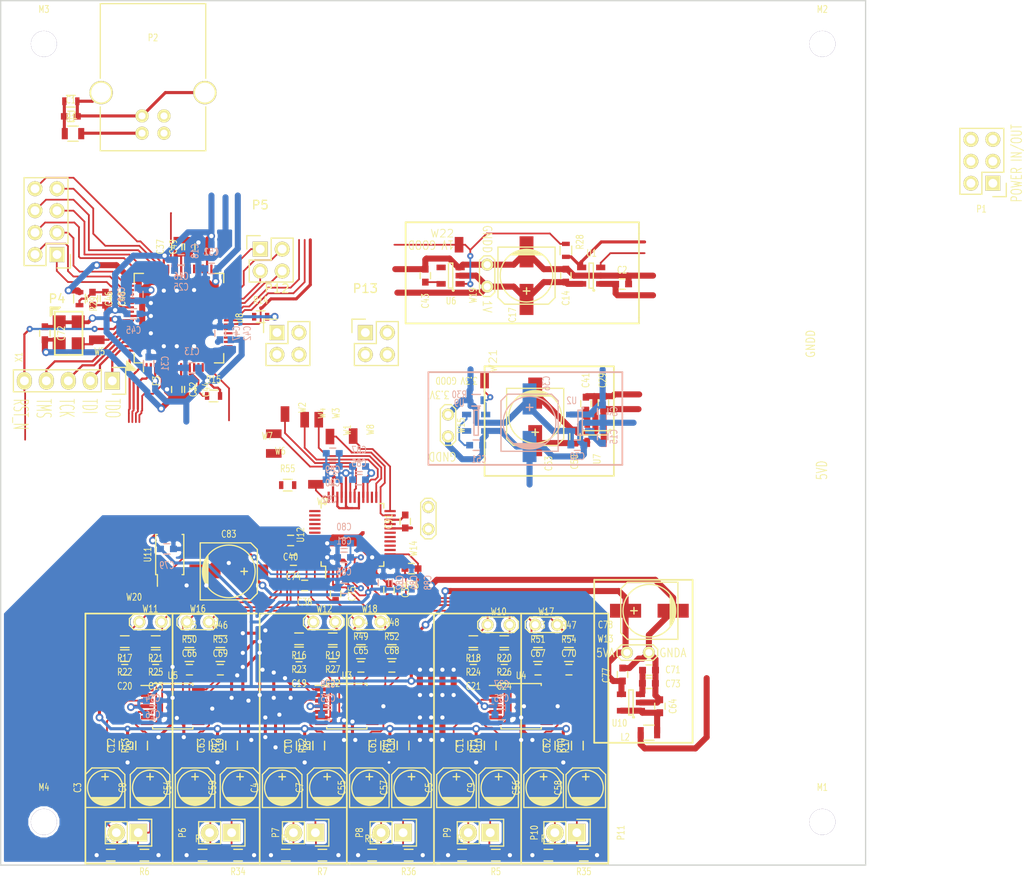
<source format=kicad_pcb>
(kicad_pcb (version 4) (host pcbnew 0.201601221446+6507~42~ubuntu14.04.1-product)
  (layers (0 F.Cu signal) (31 B.Cu mixed) (34 B.Paste user) (35 F.Paste user) (36 B.SilkS user) (37 F.SilkS user) (38 B.Mask user) (39 F.Mask user) (44 Edge.Cuts user))
  (net 0 "")
  (net 1 VA)
  (net 2 GNDA)
  (net 3 +3V3)
  (net 4 GNDD)
  (net 5 VX)
  (net 6 /Buffer_1_2/IN_A+)
  (net 7 /Buffer_1_2/IN_A-)
  (net 8 /Buffer_1_2/VQ)
  (net 9 /Buffer_1_2/ADC_A-)
  (net 10 /Buffer_1_2/ADC_A+)
  (net 11 /Buffer_1_2/IN_B+)
  (net 12 /Buffer_1_2/IN_B-)
  (net 13 /Buffer_1_2/ADC_B-)
  (net 14 /Buffer_1_2/ADC_B+)
  (net 15 /Buffer_4_3/IN_A+)
  (net 16 /Buffer_4_3/IN_A-)
  (net 17 /Buffer_4_3/ADC_A-)
  (net 18 /Buffer_4_3/ADC_A+)
  (net 19 /Buffer_4_3/IN_B+)
  (net 20 /Buffer_4_3/IN_B-)
  (net 21 /Buffer_4_3/ADC_B-)
  (net 22 /Buffer_4_3/ADC_B+)
  (net 23 /Buffer_6_5/IN_A+)
  (net 24 /Buffer_6_5/IN_A-)
  (net 25 /Buffer_6_5/ADC_A-)
  (net 26 /Buffer_6_5/ADC_A+)
  (net 27 /Buffer_6_5/IN_B+)
  (net 28 /Buffer_6_5/IN_B-)
  (net 29 /Buffer_6_5/ADC_B-)
  (net 30 /Buffer_6_5/ADC_B+)
  (net 31 /MCU/V_BUS)
  (net 32 Earth_Clean)
  (net 33 VDD)
  (net 34 /Power/GT_33V)
  (net 35 /Power/GT_5V)
  (net 36 /Power/GT_1V)
  (net 37 /MCU/USB_D-)
  (net 38 /MCU/USB_D+)
  (net 39 /Power/1V_GOOD)
  (net 40 /Power/3.3V_GOOD)
  (net 41 /MCU/~OVFL)
  (net 42 /MCU/MCLK)
  (net 43 /MCU/LRCLK)
  (net 44 /MCU/SCLK)
  (net 45 /MCU/SD2)
  (net 46 /MCU/SD1)
  (net 47 /MCU/SD3)
  (net 48 /MCU/CLK)
  (net 49 /VQ)
  (net 50 /FILT+)
  (net 51 "Net-(C3-Pad1)")
  (net 52 "Net-(C4-Pad1)")
  (net 53 "Net-(C5-Pad1)")
  (net 54 "Net-(C7-Pad1)")
  (net 55 "Net-(C8-Pad1)")
  (net 56 "Net-(C9-Pad1)")
  (net 57 "Net-(C15-Pad1)")
  (net 58 "Net-(C19-Pad1)")
  (net 59 "Net-(C19-Pad2)")
  (net 60 "Net-(C20-Pad1)")
  (net 61 "Net-(C20-Pad2)")
  (net 62 "Net-(C21-Pad1)")
  (net 63 "Net-(C21-Pad2)")
  (net 64 "Net-(C22-Pad1)")
  (net 65 "Net-(C22-Pad2)")
  (net 66 "Net-(C23-Pad1)")
  (net 67 "Net-(C23-Pad2)")
  (net 68 "Net-(C24-Pad1)")
  (net 69 "Net-(C24-Pad2)")
  (net 70 "Net-(C41-Pad1)")
  (net 71 "Net-(C43-Pad1)")
  (net 72 "Net-(C46-Pad1)")
  (net 73 "Net-(C51-Pad1)")
  (net 74 "Net-(C54-Pad1)")
  (net 75 "Net-(C55-Pad1)")
  (net 76 "Net-(C56-Pad1)")
  (net 77 "Net-(C57-Pad1)")
  (net 78 "Net-(C58-Pad1)")
  (net 79 "Net-(C59-Pad1)")
  (net 80 "Net-(C64-Pad1)")
  (net 81 "Net-(C65-Pad1)")
  (net 82 "Net-(C65-Pad2)")
  (net 83 "Net-(C66-Pad1)")
  (net 84 "Net-(C66-Pad2)")
  (net 85 "Net-(C67-Pad1)")
  (net 86 "Net-(C67-Pad2)")
  (net 87 "Net-(C68-Pad1)")
  (net 88 "Net-(C68-Pad2)")
  (net 89 "Net-(C69-Pad1)")
  (net 90 "Net-(C69-Pad2)")
  (net 91 "Net-(C70-Pad1)")
  (net 92 "Net-(C70-Pad2)")
  (net 93 "Net-(C71-Pad1)")
  (net 94 "Net-(L1-Pad2)")
  (net 95 "Net-(P3-Pad1)")
  (net 96 "Net-(P3-Pad2)")
  (net 97 "Net-(P3-Pad3)")
  (net 98 "Net-(P3-Pad4)")
  (net 99 "Net-(R14-Pad1)")
  (net 100 "Net-(R15-Pad1)")
  (net 101 "Net-(U11-Pad6)")
  (net 102 "Net-(P2-Pad5)")
  (net 103 /MCU/4F3)
  (net 104 /MCU/4F2)
  (net 105 /MCU/4F1)
  (net 106 /MCU/4E0)
  (net 107 /MCU/4E3)
  (net 108 /MCU/4F0)
  (net 109 /MCU/4E2)
  (net 110 /MCU/4E1)
  (net 111 /MCU/4C3)
  (net 112 /MCU/4C2)
  (net 113 /MCU/4C1)
  (net 114 /MCU/4C0)
  (net 115 /MCU/4B3)
  (net 116 /MCU/4B2)
  (net 117 /MCU/4B1)
  (net 118 /MCU/4B0)
  (net 119 /MCU/4D2)
  (net 120 /MCU/4D0)
  (net 121 /MCU/4D3)
  (net 122 /MCU/4D1)
  (module alex:test_point_harwin_S2761-46R (layer F.Cu) (at 105.95 93.950536 90)
    (fp_text reference W21 (at 2.275 0.975 90) (layer F.SilkS) (effects (font (size 0.9 0.9) (thickness 0.09))))
    (fp_text value TEST_1P hide)
    (pad 1 smd rect (at 0 0 90) (size 1.8 1) (layers F.Cu F.Paste F.Mask) (net 40 /Power/3.3V_GOOD))
  )
  (module Capacitors_SMD:C_0603 (layer B.Cu) (at 69.225 113.425)
    (fp_text reference C79 (at 0 1.9) (layer B.SilkS) (effects (font (size 0.8 0.6) (thickness 0.1)) (justify mirror)))
    (fp_text value 100nF)
    (pad 1 smd rect (at -0.75 0) (size 0.8 0.75) (layers B.Cu B.Paste B.Mask) (net 1 VA))
    (pad 2 smd rect (at 0.75 0) (size 0.8 0.75) (layers B.Cu B.Paste B.Mask) (net 2 GNDA))
  )
  (module Capacitors_SMD:C_0603 (layer B.Cu) (at 89.7 112.775 180)
    (fp_text reference C80 (at 0 1.9 180) (layer B.SilkS) (effects (font (size 0.8 0.6) (thickness 0.1)) (justify mirror)))
    (fp_text value 1uF)
    (pad 1 smd rect (at -0.75 0 180) (size 0.8 0.75) (layers B.Cu B.Paste B.Mask) (net 49 /VQ))
    (pad 2 smd rect (at 0.75 0 180) (size 0.8 0.75) (layers B.Cu B.Paste B.Mask) (net 2 GNDA))
  )
  (module Capacitors_SMD:C_0603 (layer B.Cu) (at 89.7 114.4 180)
    (fp_text reference C81 (at 0 1.9 180) (layer B.SilkS) (effects (font (size 0.8 0.6) (thickness 0.1)) (justify mirror)))
    (fp_text value 100nF)
    (pad 1 smd rect (at -0.75 0 180) (size 0.8 0.75) (layers B.Cu B.Paste B.Mask) (net 49 /VQ))
    (pad 2 smd rect (at 0.75 0 180) (size 0.8 0.75) (layers B.Cu B.Paste B.Mask) (net 2 GNDA))
  )
  (module Capacitors_SMD:C_0603 (layer B.Cu) (at 94.25 117.325 90)
    (fp_text reference C82 (at 0 1.9 90) (layer B.SilkS) (effects (font (size 0.8 0.6) (thickness 0.1)) (justify mirror)))
    (fp_text value 10nF)
    (pad 1 smd rect (at -0.75 0 90) (size 0.8 0.75) (layers B.Cu B.Paste B.Mask) (net 1 VA))
    (pad 2 smd rect (at 0.75 0 90) (size 0.8 0.75) (layers B.Cu B.Paste B.Mask) (net 2 GNDA))
  )
  (module Capacitors_SMD:C_0603 (layer B.Cu) (at 95.875 117.325 90)
    (fp_text reference C84 (at 0 1.9 90) (layer B.SilkS) (effects (font (size 0.8 0.6) (thickness 0.1)) (justify mirror)))
    (fp_text value 100nF)
    (pad 1 smd rect (at -0.75 0 90) (size 0.8 0.75) (layers B.Cu B.Paste B.Mask) (net 1 VA))
    (pad 2 smd rect (at 0.75 0 90) (size 0.8 0.75) (layers B.Cu B.Paste B.Mask) (net 2 GNDA))
  )
  (module Capacitors_SMD:C_0603 (layer B.Cu) (at 91.44 105.41 180)
    (fp_text reference C85 (at 0 1.9 180) (layer B.SilkS) (effects (font (size 0.8 0.6) (thickness 0.1)) (justify mirror)))
    (fp_text value 10nF)
    (pad 1 smd rect (at -0.75 0 180) (size 0.8 0.75) (layers B.Cu B.Paste B.Mask) (net 3 +3V3))
    (pad 2 smd rect (at 0.75 0 180) (size 0.8 0.75) (layers B.Cu B.Paste B.Mask) (net 4 GNDD))
  )
  (module Capacitors_SMD:C_0603 (layer B.Cu) (at 89.7 117.975 180)
    (fp_text reference C86 (at 0 1.9 180) (layer B.SilkS) (effects (font (size 0.8 0.6) (thickness 0.1)) (justify mirror)))
    (fp_text value 100nF)
    (pad 1 smd rect (at -0.75 0 180) (size 0.8 0.75) (layers B.Cu B.Paste B.Mask) (net 50 /FILT+))
    (pad 2 smd rect (at 0.75 0 180) (size 0.8 0.75) (layers B.Cu B.Paste B.Mask) (net 2 GNDA))
  )
  (module Capacitors_SMD:C_0603 (layer B.Cu) (at 91.44 103.886 180)
    (fp_text reference C87 (at 0 1.9 180) (layer B.SilkS) (effects (font (size 0.8 0.6) (thickness 0.1)) (justify mirror)))
    (fp_text value 100nF)
    (pad 1 smd rect (at -0.75 0 180) (size 0.8 0.75) (layers B.Cu B.Paste B.Mask) (net 3 +3V3))
    (pad 2 smd rect (at 0.75 0 180) (size 0.8 0.75) (layers B.Cu B.Paste B.Mask) (net 4 GNDD))
  )
  (module Capacitors_SMD:C_0603 (layer B.Cu) (at 97.5 117.325 90)
    (fp_text reference C88 (at 0 1.9 90) (layer B.SilkS) (effects (font (size 0.8 0.6) (thickness 0.1)) (justify mirror)))
    (fp_text value 1uF)
    (pad 1 smd rect (at -0.75 0 90) (size 0.8 0.75) (layers B.Cu B.Paste B.Mask) (net 1 VA))
    (pad 2 smd rect (at 0.75 0 90) (size 0.8 0.75) (layers B.Cu B.Paste B.Mask) (net 2 GNDA))
  )
  (module Capacitors_SMD:C_0603 (layer B.Cu) (at 88.392 102.362)
    (fp_text reference C89 (at 0 1.9) (layer B.SilkS) (effects (font (size 0.8 0.6) (thickness 0.1)) (justify mirror)))
    (fp_text value 1uF)
    (pad 1 smd rect (at -0.75 0) (size 0.8 0.75) (layers B.Cu B.Paste B.Mask) (net 3 +3V3))
    (pad 2 smd rect (at 0.75 0) (size 0.8 0.75) (layers B.Cu B.Paste B.Mask) (net 4 GNDD))
  )
  (module Capacitors_SMD:C_0603 (layer B.Cu) (at 88.392 103.886)
    (fp_text reference C90 (at 0 1.9) (layer B.SilkS) (effects (font (size 0.8 0.6) (thickness 0.1)) (justify mirror)))
    (fp_text value 100nF)
    (pad 1 smd rect (at -0.75 0) (size 0.8 0.75) (layers B.Cu B.Paste B.Mask) (net 3 +3V3))
    (pad 2 smd rect (at 0.75 0) (size 0.8 0.75) (layers B.Cu B.Paste B.Mask) (net 4 GNDD))
  )
  (module Capacitors_SMD:C_0603 (layer F.Cu) (at 96.774 110.25 90)
    (fp_text reference C91 (at 0 -1.9 90) (layer F.SilkS) (effects (font (size 0.8 0.6) (thickness 0.1))))
    (fp_text value 100nF)
    (pad 1 smd rect (at -0.75 0 90) (size 0.8 0.75) (layers F.Cu F.Paste F.Mask) (net 5 VX))
    (pad 2 smd rect (at 0.75 0 90) (size 0.8 0.75) (layers F.Cu F.Paste F.Mask) (net 4 GNDD))
  )
  (module Capacitors_SMD:C_0603 (layer B.Cu) (at 88.38 105.41)
    (fp_text reference C92 (at -0.35 2.275) (layer B.SilkS) (effects (font (size 0.8 0.6) (thickness 0.1)) (justify mirror)))
    (fp_text value 10nF)
    (pad 1 smd rect (at -0.75 0) (size 0.8 0.75) (layers B.Cu B.Paste B.Mask) (net 3 +3V3))
    (pad 2 smd rect (at 0.75 0) (size 0.8 0.75) (layers B.Cu B.Paste B.Mask) (net 4 GNDD))
  )
  (module Capacitors_SMD:C_0603 (layer F.Cu) (at 64.675 136.175 90)
    (fp_text reference C12 (at 0 -1.9 90) (layer F.SilkS) (effects (font (size 0.8 0.6) (thickness 0.1))))
    (fp_text value 100nF)
    (pad 1 smd rect (at -0.75 0 90) (size 0.8 0.75) (layers F.Cu F.Paste F.Mask) (net 2 GNDA))
    (pad 2 smd rect (at 0.75 0 90) (size 0.8 0.75) (layers F.Cu F.Paste F.Mask) (net 8 /Buffer_1_2/VQ))
  )
  (module Capacitors_SMD:C_0603 (layer F.Cu) (at 64.35 127.4 180)
    (fp_text reference C20 (at 0 -1.9 180) (layer F.SilkS) (effects (font (size 0.8 0.6) (thickness 0.1))))
    (fp_text value 470pF)
    (pad 1 smd rect (at -0.75 0 180) (size 0.8 0.75) (layers F.Cu F.Paste F.Mask) (net 60 "Net-(C20-Pad1)"))
    (pad 2 smd rect (at 0.75 0 180) (size 0.8 0.75) (layers F.Cu F.Paste F.Mask) (net 61 "Net-(C20-Pad2)"))
  )
  (module Capacitors_SMD:C_0603 (layer F.Cu) (at 67.925 127.4 180)
    (fp_text reference C23 (at 0 -1.9 180) (layer F.SilkS) (effects (font (size 0.8 0.6) (thickness 0.1))))
    (fp_text value 470pF)
    (pad 1 smd rect (at -0.75 0 180) (size 0.8 0.75) (layers F.Cu F.Paste F.Mask) (net 66 "Net-(C23-Pad1)"))
    (pad 2 smd rect (at 0.75 0 180) (size 0.8 0.75) (layers F.Cu F.Paste F.Mask) (net 67 "Net-(C23-Pad2)"))
  )
  (module Capacitors_SMD:C_0603 (layer B.Cu) (at 67.6 130.975 180)
    (fp_text reference C26 (at 0 -1.625 180) (layer B.SilkS) (effects (font (size 0.8 0.6) (thickness 0.1)) (justify mirror)))
    (fp_text value 100nF)
    (pad 1 smd rect (at -0.75 0 180) (size 0.8 0.75) (layers B.Cu B.Paste B.Mask) (net 2 GNDA))
    (pad 2 smd rect (at 0.75 0 180) (size 0.8 0.75) (layers B.Cu B.Paste B.Mask) (net 1 VA))
  )
  (module Capacitors_SMD:C_0603 (layer B.Cu) (at 67.6 132.6 180)
    (fp_text reference C34 (at 0 1.9 180) (layer B.SilkS) (effects (font (size 0.8 0.6) (thickness 0.1)) (justify mirror)))
    (fp_text value 10nF)
    (pad 1 smd rect (at -0.75 0 180) (size 0.8 0.75) (layers B.Cu B.Paste B.Mask) (net 2 GNDA))
    (pad 2 smd rect (at 0.75 0 180) (size 0.8 0.75) (layers B.Cu B.Paste B.Mask) (net 1 VA))
  )
  (module Capacitors_SMD:C_0603 (layer F.Cu) (at 83.525 112.45 180)
    (fp_text reference C40 (at 0 -1.9 180) (layer F.SilkS) (effects (font (size 0.8 0.6) (thickness 0.1))))
    (fp_text value 2700pF)
    (pad 1 smd rect (at -0.75 0 180) (size 0.8 0.75) (layers F.Cu F.Paste F.Mask) (net 10 /Buffer_1_2/ADC_A+))
    (pad 2 smd rect (at 0.75 0 180) (size 0.8 0.75) (layers F.Cu F.Paste F.Mask) (net 9 /Buffer_1_2/ADC_A-))
  )
  (module Capacitors_SMD:C_0603 (layer F.Cu) (at 75.075 136.175 90)
    (fp_text reference C63 (at 0 -1.9 90) (layer F.SilkS) (effects (font (size 0.8 0.6) (thickness 0.1))))
    (fp_text value 100nF)
    (pad 1 smd rect (at -0.75 0 90) (size 0.8 0.75) (layers F.Cu F.Paste F.Mask) (net 2 GNDA))
    (pad 2 smd rect (at 0.75 0 90) (size 0.8 0.75) (layers F.Cu F.Paste F.Mask) (net 8 /Buffer_1_2/VQ))
  )
  (module Capacitors_SMD:C_0603 (layer F.Cu) (at 71.825 127.4)
    (fp_text reference C66 (at 0 -1.9) (layer F.SilkS) (effects (font (size 0.8 0.6) (thickness 0.1))))
    (fp_text value 470pF)
    (pad 1 smd rect (at -0.75 0) (size 0.8 0.75) (layers F.Cu F.Paste F.Mask) (net 83 "Net-(C66-Pad1)"))
    (pad 2 smd rect (at 0.75 0) (size 0.8 0.75) (layers F.Cu F.Paste F.Mask) (net 84 "Net-(C66-Pad2)"))
  )
  (module Capacitors_SMD:C_0603 (layer F.Cu) (at 75.4 127.4)
    (fp_text reference C69 (at 0 -1.9) (layer F.SilkS) (effects (font (size 0.8 0.6) (thickness 0.1))))
    (fp_text value 470pF)
    (pad 1 smd rect (at -0.75 0) (size 0.8 0.75) (layers F.Cu F.Paste F.Mask) (net 89 "Net-(C69-Pad1)"))
    (pad 2 smd rect (at 0.75 0) (size 0.8 0.75) (layers F.Cu F.Paste F.Mask) (net 90 "Net-(C69-Pad2)"))
  )
  (module Capacitors_SMD:C_0603 (layer F.Cu) (at 83.85 114.725 180)
    (fp_text reference C74 (at 0 -1.9 180) (layer F.SilkS) (effects (font (size 0.8 0.6) (thickness 0.1))))
    (fp_text value 2700pF)
    (pad 1 smd rect (at -0.75 0 180) (size 0.8 0.75) (layers F.Cu F.Paste F.Mask) (net 14 /Buffer_1_2/ADC_B+))
    (pad 2 smd rect (at 0.75 0 180) (size 0.8 0.75) (layers F.Cu F.Paste F.Mask) (net 13 /Buffer_1_2/ADC_B-))
  )
  (module Capacitors_SMD:C_0603 (layer F.Cu) (at 85.15 136.275 90)
    (fp_text reference C10 (at 0 -1.9 90) (layer F.SilkS) (effects (font (size 0.8 0.6) (thickness 0.1))))
    (fp_text value 100nF)
    (pad 1 smd rect (at -0.75 0 90) (size 0.8 0.75) (layers F.Cu F.Paste F.Mask) (net 2 GNDA))
    (pad 2 smd rect (at 0.75 0 90) (size 0.8 0.75) (layers F.Cu F.Paste F.Mask) (net 8 /Buffer_1_2/VQ))
  )
  (module Capacitors_SMD:C_0603 (layer F.Cu) (at 84.5 127.075 180)
    (fp_text reference C19 (at 0 -1.9 180) (layer F.SilkS) (effects (font (size 0.8 0.6) (thickness 0.1))))
    (fp_text value 470pF)
    (pad 1 smd rect (at -0.75 0 180) (size 0.8 0.75) (layers F.Cu F.Paste F.Mask) (net 58 "Net-(C19-Pad1)"))
    (pad 2 smd rect (at 0.75 0 180) (size 0.8 0.75) (layers F.Cu F.Paste F.Mask) (net 59 "Net-(C19-Pad2)"))
  )
  (module Capacitors_SMD:C_0603 (layer F.Cu) (at 88.4 127.075 180)
    (fp_text reference C22 (at 0 -1.9 180) (layer F.SilkS) (effects (font (size 0.8 0.6) (thickness 0.1))))
    (fp_text value 470pF)
    (pad 1 smd rect (at -0.75 0 180) (size 0.8 0.75) (layers F.Cu F.Paste F.Mask) (net 64 "Net-(C22-Pad1)"))
    (pad 2 smd rect (at 0.75 0 180) (size 0.8 0.75) (layers F.Cu F.Paste F.Mask) (net 65 "Net-(C22-Pad2)"))
  )
  (module Capacitors_SMD:C_0603 (layer B.Cu) (at 87.85 130.975 180)
    (fp_text reference C28 (at 0 1.9 180) (layer B.SilkS) (effects (font (size 0.8 0.6) (thickness 0.1)) (justify mirror)))
    (fp_text value 100nF)
    (pad 1 smd rect (at -0.75 0 180) (size 0.8 0.75) (layers B.Cu B.Paste B.Mask) (net 2 GNDA))
    (pad 2 smd rect (at 0.75 0 180) (size 0.8 0.75) (layers B.Cu B.Paste B.Mask) (net 1 VA))
  )
  (module Capacitors_SMD:C_0603 (layer B.Cu) (at 87.85 132.6 180)
    (fp_text reference C33 (at 0 1.9 180) (layer B.SilkS) (effects (font (size 0.8 0.6) (thickness 0.1)) (justify mirror)))
    (fp_text value 10nF)
    (pad 1 smd rect (at -0.75 0 180) (size 0.8 0.75) (layers B.Cu B.Paste B.Mask) (net 2 GNDA))
    (pad 2 smd rect (at 0.75 0 180) (size 0.8 0.75) (layers B.Cu B.Paste B.Mask) (net 1 VA))
  )
  (module Capacitors_SMD:C_0603 (layer F.Cu) (at 85.15 117.65 180)
    (fp_text reference C38 (at 0 -1.9 180) (layer F.SilkS) (effects (font (size 0.8 0.6) (thickness 0.1))))
    (fp_text value 2700pF)
    (pad 1 smd rect (at -0.75 0 180) (size 0.8 0.75) (layers F.Cu F.Paste F.Mask) (net 18 /Buffer_4_3/ADC_A+))
    (pad 2 smd rect (at 0.75 0 180) (size 0.8 0.75) (layers F.Cu F.Paste F.Mask) (net 17 /Buffer_4_3/ADC_A-))
  )
  (module Capacitors_SMD:C_0603 (layer F.Cu) (at 94.9 136.175 90)
    (fp_text reference C61 (at 0 -1.9 90) (layer F.SilkS) (effects (font (size 0.8 0.6) (thickness 0.1))))
    (fp_text value 100nF)
    (pad 1 smd rect (at -0.75 0 90) (size 0.8 0.75) (layers F.Cu F.Paste F.Mask) (net 2 GNDA))
    (pad 2 smd rect (at 0.75 0 90) (size 0.8 0.75) (layers F.Cu F.Paste F.Mask) (net 8 /Buffer_1_2/VQ))
  )
  (module Capacitors_SMD:C_0603 (layer F.Cu) (at 91.65 127.075)
    (fp_text reference C65 (at 0 -1.9) (layer F.SilkS) (effects (font (size 0.8 0.6) (thickness 0.1))))
    (fp_text value 470pF)
    (pad 1 smd rect (at -0.75 0) (size 0.8 0.75) (layers F.Cu F.Paste F.Mask) (net 81 "Net-(C65-Pad1)"))
    (pad 2 smd rect (at 0.75 0) (size 0.8 0.75) (layers F.Cu F.Paste F.Mask) (net 82 "Net-(C65-Pad2)"))
  )
  (module Capacitors_SMD:C_0603 (layer F.Cu) (at 95.225 127.075)
    (fp_text reference C68 (at 0 -1.9) (layer F.SilkS) (effects (font (size 0.8 0.6) (thickness 0.1))))
    (fp_text value 470pF)
    (pad 1 smd rect (at -0.75 0) (size 0.8 0.75) (layers F.Cu F.Paste F.Mask) (net 87 "Net-(C68-Pad1)"))
    (pad 2 smd rect (at 0.75 0) (size 0.8 0.75) (layers F.Cu F.Paste F.Mask) (net 88 "Net-(C68-Pad2)"))
  )
  (module Capacitors_SMD:C_0603 (layer F.Cu) (at 88.725 118.625 270)
    (fp_text reference C75 (at 0 -1.9 270) (layer F.SilkS) (effects (font (size 0.8 0.6) (thickness 0.1))))
    (fp_text value 2700pF)
    (pad 1 smd rect (at -0.75 0 270) (size 0.8 0.75) (layers F.Cu F.Paste F.Mask) (net 22 /Buffer_4_3/ADC_B+))
    (pad 2 smd rect (at 0.75 0 270) (size 0.8 0.75) (layers F.Cu F.Paste F.Mask) (net 21 /Buffer_4_3/ADC_B-))
  )
  (module Capacitors_SMD:C_0603 (layer F.Cu) (at 104.975 136.175 90)
    (fp_text reference C11 (at 0 -1.9 90) (layer F.SilkS) (effects (font (size 0.8 0.6) (thickness 0.1))))
    (fp_text value 100nF)
    (pad 1 smd rect (at -0.75 0 90) (size 0.8 0.75) (layers F.Cu F.Paste F.Mask) (net 2 GNDA))
    (pad 2 smd rect (at 0.75 0 90) (size 0.8 0.75) (layers F.Cu F.Paste F.Mask) (net 8 /Buffer_1_2/VQ))
  )
  (module Capacitors_SMD:C_0603 (layer F.Cu) (at 104.65 127.4 180)
    (fp_text reference C21 (at 0 -1.9 180) (layer F.SilkS) (effects (font (size 0.8 0.6) (thickness 0.1))))
    (fp_text value 470pF)
    (pad 1 smd rect (at -0.75 0 180) (size 0.8 0.75) (layers F.Cu F.Paste F.Mask) (net 62 "Net-(C21-Pad1)"))
    (pad 2 smd rect (at 0.75 0 180) (size 0.8 0.75) (layers F.Cu F.Paste F.Mask) (net 63 "Net-(C21-Pad2)"))
  )
  (module Capacitors_SMD:C_0603 (layer F.Cu) (at 108.225 127.4 180)
    (fp_text reference C24 (at 0 -1.9 180) (layer F.SilkS) (effects (font (size 0.8 0.6) (thickness 0.1))))
    (fp_text value 470pF)
    (pad 1 smd rect (at -0.75 0 180) (size 0.8 0.75) (layers F.Cu F.Paste F.Mask) (net 68 "Net-(C24-Pad1)"))
    (pad 2 smd rect (at 0.75 0 180) (size 0.8 0.75) (layers F.Cu F.Paste F.Mask) (net 69 "Net-(C24-Pad2)"))
  )
  (module Capacitors_SMD:C_0603 (layer B.Cu) (at 107.9 130.975 180)
    (fp_text reference C27 (at 0 1.9 180) (layer B.SilkS) (effects (font (size 0.8 0.6) (thickness 0.1)) (justify mirror)))
    (fp_text value 100nF)
    (pad 1 smd rect (at -0.75 0 180) (size 0.8 0.75) (layers B.Cu B.Paste B.Mask) (net 2 GNDA))
    (pad 2 smd rect (at 0.75 0 180) (size 0.8 0.75) (layers B.Cu B.Paste B.Mask) (net 1 VA))
  )
  (module Capacitors_SMD:C_0603 (layer B.Cu) (at 107.9 132.6 180)
    (fp_text reference C35 (at 0 1.9 180) (layer B.SilkS) (effects (font (size 0.8 0.6) (thickness 0.1)) (justify mirror)))
    (fp_text value 10nF)
    (pad 1 smd rect (at -0.75 0 180) (size 0.8 0.75) (layers B.Cu B.Paste B.Mask) (net 2 GNDA))
    (pad 2 smd rect (at 0.75 0 180) (size 0.8 0.75) (layers B.Cu B.Paste B.Mask) (net 1 VA))
  )
  (module Capacitors_SMD:C_0603 (layer F.Cu) (at 94.9 118.2 270)
    (fp_text reference C39 (at 0 -1.9 270) (layer F.SilkS) (effects (font (size 0.8 0.6) (thickness 0.1))))
    (fp_text value 2700pF)
    (pad 1 smd rect (at -0.75 0 270) (size 0.8 0.75) (layers F.Cu F.Paste F.Mask) (net 26 /Buffer_6_5/ADC_A+))
    (pad 2 smd rect (at 0.75 0 270) (size 0.8 0.75) (layers F.Cu F.Paste F.Mask) (net 25 /Buffer_6_5/ADC_A-))
  )
  (module Capacitors_SMD:C_0603 (layer F.Cu) (at 115.05 136.175 90)
    (fp_text reference C62 (at 0 -1.9 90) (layer F.SilkS) (effects (font (size 0.8 0.6) (thickness 0.1))))
    (fp_text value 100nF)
    (pad 1 smd rect (at -0.75 0 90) (size 0.8 0.75) (layers F.Cu F.Paste F.Mask) (net 2 GNDA))
    (pad 2 smd rect (at 0.75 0 90) (size 0.8 0.75) (layers F.Cu F.Paste F.Mask) (net 8 /Buffer_1_2/VQ))
  )
  (module Capacitors_SMD:C_0603 (layer F.Cu) (at 112.125 127.4)
    (fp_text reference C67 (at 0 -1.9) (layer F.SilkS) (effects (font (size 0.8 0.6) (thickness 0.1))))
    (fp_text value 470pF)
    (pad 1 smd rect (at -0.75 0) (size 0.8 0.75) (layers F.Cu F.Paste F.Mask) (net 85 "Net-(C67-Pad1)"))
    (pad 2 smd rect (at 0.75 0) (size 0.8 0.75) (layers F.Cu F.Paste F.Mask) (net 86 "Net-(C67-Pad2)"))
  )
  (module Capacitors_SMD:C_0603 (layer F.Cu) (at 115.7 127.4)
    (fp_text reference C70 (at 0 -1.9) (layer F.SilkS) (effects (font (size 0.8 0.6) (thickness 0.1))))
    (fp_text value 470pF)
    (pad 1 smd rect (at -0.75 0) (size 0.8 0.75) (layers F.Cu F.Paste F.Mask) (net 91 "Net-(C70-Pad1)"))
    (pad 2 smd rect (at 0.75 0) (size 0.8 0.75) (layers F.Cu F.Paste F.Mask) (net 92 "Net-(C70-Pad2)"))
  )
  (module Capacitors_SMD:C_0603 (layer F.Cu) (at 97.5 115.7 180)
    (fp_text reference C76 (at 0 -1.9 180) (layer F.SilkS) (effects (font (size 0.8 0.6) (thickness 0.1))))
    (fp_text value 2700pF)
    (pad 1 smd rect (at -0.75 0 180) (size 0.8 0.75) (layers F.Cu F.Paste F.Mask) (net 30 /Buffer_6_5/ADC_B+))
    (pad 2 smd rect (at 0.75 0 180) (size 0.8 0.75) (layers F.Cu F.Paste F.Mask) (net 29 /Buffer_6_5/ADC_B-))
  )
  (module Capacitors_SMD:C_0603 (layer F.Cu) (at 58.115 63.385)
    (fp_text reference C1 (at 0 -1.9) (layer F.SilkS) (effects (font (size 0.8 0.6) (thickness 0.1))))
    (fp_text value 2.2uF)
    (pad 1 smd rect (at -0.75 0) (size 0.8 0.75) (layers F.Cu F.Paste F.Mask) (net 31 /MCU/V_BUS))
    (pad 2 smd rect (at 0.75 0) (size 0.8 0.75) (layers F.Cu F.Paste F.Mask) (net 4 GNDD))
  )
  (module Capacitors_SMD:C_0603 (layer F.Cu) (at 60.6148 84.4776 270)
    (fp_text reference C46 (at 0 -1.9 270) (layer F.SilkS) (effects (font (size 0.8 0.6) (thickness 0.1))))
    (fp_text value 1uF)
    (pad 1 smd rect (at -0.75 0 270) (size 0.8 0.75) (layers F.Cu F.Paste F.Mask) (net 72 "Net-(C46-Pad1)"))
    (pad 2 smd rect (at 0.75 0 270) (size 0.8 0.75) (layers F.Cu F.Paste F.Mask) (net 32 Earth_Clean))
  )
  (module Capacitors_SMD:C_0603 (layer F.Cu) (at 62.1148 84.4776 270)
    (fp_text reference C48 (at 0 -1.9 270) (layer F.SilkS) (effects (font (size 0.8 0.6) (thickness 0.1))))
    (fp_text value 100nF)
    (pad 1 smd rect (at -0.75 0 270) (size 0.8 0.75) (layers F.Cu F.Paste F.Mask) (net 72 "Net-(C46-Pad1)"))
    (pad 2 smd rect (at 0.75 0 270) (size 0.8 0.75) (layers F.Cu F.Paste F.Mask) (net 32 Earth_Clean))
  )
  (module Capacitors_SMD:C_0603 (layer F.Cu) (at 55.1148 88.4776 270)
    (fp_text reference C72 (at 0 -1.9 270) (layer F.SilkS) (effects (font (size 0.8 0.6) (thickness 0.1))))
    (fp_text value 100nF)
    (pad 1 smd rect (at -0.75 0 270) (size 0.8 0.75) (layers F.Cu F.Paste F.Mask) (net 3 +3V3))
    (pad 2 smd rect (at 0.75 0 270) (size 0.8 0.75) (layers F.Cu F.Paste F.Mask) (net 4 GNDD))
  )
  (module Capacitors_SMD:C_0603 (layer B.Cu) (at 119.6 97.525536 270)
    (fp_text reference C6 (at 0 -1.3 270) (layer B.SilkS) (effects (font (size 0.8 0.6) (thickness 0.1)) (justify mirror)))
    (fp_text value 100nF)
    (pad 1 smd rect (at -0.75 0 270) (size 0.8 0.75) (layers B.Cu B.Paste B.Mask) (net 34 /Power/GT_33V))
    (pad 2 smd rect (at 0.75 0 270) (size 0.8 0.75) (layers B.Cu B.Paste B.Mask) (net 4 GNDD))
  )
  (module Capacitors_SMD:C_0603 (layer B.Cu) (at 119.6 100.450536 90)
    (fp_text reference C15 (at 0 1.3 90) (layer B.SilkS) (effects (font (size 0.8 0.6) (thickness 0.1)) (justify mirror)))
    (fp_text value 10nF)
    (pad 1 smd rect (at -0.75 0 90) (size 0.8 0.75) (layers B.Cu B.Paste B.Mask) (net 57 "Net-(C15-Pad1)"))
    (pad 2 smd rect (at 0.75 0 90) (size 0.8 0.75) (layers B.Cu B.Paste B.Mask) (net 4 GNDD))
  )
  (module Capacitors_SMD:C_0603 (layer F.Cu) (at 119.69 96.505 90)
    (fp_text reference C29 (at 2.58 -0.09 90) (layer F.SilkS) (effects (font (size 0.8 0.6) (thickness 0.1))))
    (fp_text value 100nF)
    (pad 1 smd rect (at -0.75 0 90) (size 0.8 0.75) (layers F.Cu F.Paste F.Mask) (net 35 /Power/GT_5V))
    (pad 2 smd rect (at 0.75 0 90) (size 0.8 0.75) (layers F.Cu F.Paste F.Mask) (net 4 GNDD))
  )
  (module Capacitors_SMD:C_0603 (layer B.Cu) (at 116.675 101.425536)
    (fp_text reference C30 (at 0 1.3) (layer B.SilkS) (effects (font (size 0.8 0.6) (thickness 0.1)) (justify mirror)))
    (fp_text value 4.7uF)
    (pad 1 smd rect (at -0.75 0) (size 0.8 0.75) (layers B.Cu B.Paste B.Mask) (net 3 +3V3))
    (pad 2 smd rect (at 0.75 0) (size 0.8 0.75) (layers B.Cu B.Paste B.Mask) (net 4 GNDD))
  )
  (module Capacitors_SMD:C_0603 (layer F.Cu) (at 117.67 96.62 90)
    (fp_text reference C41 (at 2.695 -0.02 90) (layer F.SilkS) (effects (font (size 0.8 0.6) (thickness 0.1))))
    (fp_text value 10nF)
    (pad 1 smd rect (at -0.75 0 90) (size 0.8 0.75) (layers F.Cu F.Paste F.Mask) (net 70 "Net-(C41-Pad1)"))
    (pad 2 smd rect (at 0.75 0 90) (size 0.8 0.75) (layers F.Cu F.Paste F.Mask) (net 4 GNDD))
  )
  (module Capacitors_SMD:c_elec_6.3x7.7 (layer B.Cu) (at 111.15 98.825536 90)
    (fp_text reference C36 (at 4.55 1.95 90) (layer B.SilkS) (effects (font (size 0.8 0.6) (thickness 0.1)) (justify mirror)))
    (fp_text value 220uF)
    (pad 1 smd rect (at 2.75082 0 90) (size 3.59918 1.6002) (layers B.Cu B.Paste B.Mask) (net 3 +3V3))
    (pad 2 smd rect (at -2.75082 0 90) (size 3.59918 1.6002) (layers B.Cu B.Paste B.Mask) (net 4 GNDD))
  )
  (module Capacitors_SMD:C_0603 (layer F.Cu) (at 116.4 100.43 90)
    (fp_text reference C50 (at -2.92 -0.05 90) (layer F.SilkS) (effects (font (size 0.8 0.6) (thickness 0.1))))
    (fp_text value 4.7uF)
    (pad 1 smd rect (at -0.75 0 90) (size 0.8 0.75) (layers F.Cu F.Paste F.Mask) (net 5 VX))
    (pad 2 smd rect (at 0.75 0 90) (size 0.8 0.75) (layers F.Cu F.Paste F.Mask) (net 4 GNDD))
  )
  (module Capacitors_SMD:c_elec_6.3x7.7 (layer F.Cu) (at 111.8 98.15 270)
    (fp_text reference C53 (at 5.392 -1.552 270) (layer F.SilkS) (effects (font (size 0.8 0.6) (thickness 0.1))))
    (fp_text value 220uF)
    (pad 1 smd rect (at 2.75082 0 270) (size 3.59918 1.6002) (layers F.Cu F.Paste F.Mask) (net 5 VX))
    (pad 2 smd rect (at -2.75082 0 270) (size 3.59918 1.6002) (layers F.Cu F.Paste F.Mask) (net 4 GNDD))
  )
  (module Capacitors_SMD:C_0603 (layer B.Cu) (at 104.975 101.425536)
    (fp_text reference C51 (at 0.325 1.625) (layer B.SilkS) (effects (font (size 0.8 0.6) (thickness 0.1)) (justify mirror)))
    (fp_text value 10nF)
    (pad 1 smd rect (at -0.75 0) (size 0.8 0.75) (layers B.Cu B.Paste B.Mask) (net 73 "Net-(C51-Pad1)"))
    (pad 2 smd rect (at 0.75 0) (size 0.8 0.75) (layers B.Cu B.Paste B.Mask) (net 4 GNDD))
  )
  (module Capacitors_SMD:C_0603 (layer F.Cu) (at 121.848898 82.786452)
    (fp_text reference C2 (at 0 -1.625) (layer F.SilkS) (effects (font (size 0.8 0.6) (thickness 0.1))))
    (fp_text value 1uF)
    (pad 1 smd rect (at -0.75 0) (size 0.8 0.75) (layers F.Cu F.Paste F.Mask) (net 36 /Power/GT_1V))
    (pad 2 smd rect (at 0.75 0) (size 0.8 0.75) (layers F.Cu F.Paste F.Mask) (net 4 GNDD))
  )
  (module Capacitors_SMD:C_0603 (layer F.Cu) (at 126.218 131.624 90)
    (fp_text reference C64 (at -0.001 1.507 90) (layer F.SilkS) (effects (font (size 0.8 0.6) (thickness 0.1))))
    (fp_text value 100nF)
    (pad 1 smd rect (at -0.75 0 90) (size 0.8 0.75) (layers F.Cu F.Paste F.Mask) (net 80 "Net-(C64-Pad1)"))
    (pad 2 smd rect (at 0.75 0 90) (size 0.8 0.75) (layers F.Cu F.Paste F.Mask) (net 2 GNDA))
  )
  (module Capacitors_SMD:C_0603 (layer F.Cu) (at 124.96 127.445)
    (fp_text reference C71 (at 2.765 -0.045) (layer F.SilkS) (effects (font (size 0.8 0.6) (thickness 0.1))))
    (fp_text value 100nF)
    (pad 1 smd rect (at -0.75 0) (size 0.8 0.75) (layers F.Cu F.Paste F.Mask) (net 93 "Net-(C71-Pad1)"))
    (pad 2 smd rect (at 0.75 0) (size 0.8 0.75) (layers F.Cu F.Paste F.Mask) (net 2 GNDA))
  )
  (module Capacitors_SMD:C_0603 (layer F.Cu) (at 115.348898 81.811452 90)
    (fp_text reference C14 (at -2.6 0 90) (layer F.SilkS) (effects (font (size 0.8 0.6) (thickness 0.1))))
    (fp_text value 2.2uF)
    (pad 1 smd rect (at -0.75 0 90) (size 0.8 0.75) (layers F.Cu F.Paste F.Mask) (net 33 VDD))
    (pad 2 smd rect (at 0.75 0 90) (size 0.8 0.75) (layers F.Cu F.Paste F.Mask) (net 4 GNDD))
  )
  (module Capacitors_SMD:C_0603 (layer F.Cu) (at 124.948 128.969)
    (fp_text reference C73 (at 2.777 0.056) (layer F.SilkS) (effects (font (size 0.8 0.6) (thickness 0.1))))
    (fp_text value 10nF)
    (pad 1 smd rect (at -0.75 0) (size 0.8 0.75) (layers F.Cu F.Paste F.Mask) (net 93 "Net-(C71-Pad1)"))
    (pad 2 smd rect (at 0.75 0) (size 0.8 0.75) (layers F.Cu F.Paste F.Mask) (net 2 GNDA))
  )
  (module Capacitors_SMD:c_elec_6.3x7.7 (layer F.Cu) (at 110.798898 81.811452 270)
    (fp_text reference C17 (at 4.55 1.625 270) (layer F.SilkS) (effects (font (size 0.8 0.6) (thickness 0.1))))
    (fp_text value 220uF)
    (pad 1 smd rect (at 2.75082 0 270) (size 3.59918 1.6002) (layers F.Cu F.Paste F.Mask) (net 33 VDD))
    (pad 2 smd rect (at -2.75082 0 270) (size 3.59918 1.6002) (layers F.Cu F.Paste F.Mask) (net 4 GNDD))
  )
  (module Capacitors_SMD:C_0603 (layer F.Cu) (at 121.9 127.953 90)
    (fp_text reference C77 (at -0.097 -1.9 90) (layer F.SilkS) (effects (font (size 0.8 0.6) (thickness 0.1))))
    (fp_text value 4.7uF)
    (pad 1 smd rect (at -0.75 0 90) (size 0.8 0.75) (layers F.Cu F.Paste F.Mask) (net 1 VA))
    (pad 2 smd rect (at 0.75 0 90) (size 0.8 0.75) (layers F.Cu F.Paste F.Mask) (net 2 GNDA))
  )
  (module Capacitors_SMD:c_elec_6.3x7.7 (layer F.Cu) (at 125 120.575 180)
    (fp_text reference C78 (at 5.075 -1.625 180) (layer F.SilkS) (effects (font (size 0.8 0.6) (thickness 0.1))))
    (fp_text value 220uF)
    (pad 1 smd rect (at 2.75082 0 180) (size 3.59918 1.6002) (layers F.Cu F.Paste F.Mask) (net 1 VA))
    (pad 2 smd rect (at -2.75082 0 180) (size 3.59918 1.6002) (layers F.Cu F.Paste F.Mask) (net 2 GNDA))
  )
  (module Capacitors_SMD:C_0603 (layer F.Cu) (at 99.098898 81.811452 90)
    (fp_text reference C43 (at -2.925 0 90) (layer F.SilkS) (effects (font (size 0.8 0.6) (thickness 0.1))))
    (fp_text value 10nF)
    (pad 1 smd rect (at -0.75 0 90) (size 0.8 0.75) (layers F.Cu F.Paste F.Mask) (net 71 "Net-(C43-Pad1)"))
    (pad 2 smd rect (at 0.75 0 90) (size 0.8 0.75) (layers F.Cu F.Paste F.Mask) (net 4 GNDD))
  )
  (module Resistors_SMD:R_0805 (layer F.Cu) (at 58.365 65.385)
    (fp_text reference L1 (at 0 -2.1) (layer F.SilkS) (effects (font (size 0.8 0.6) (thickness 0.1))))
    (fp_text value MPZ2012S102A)
    (pad 1 smd rect (at -0.95 0) (size 0.7 1.3) (layers F.Cu F.Paste F.Mask) (net 31 /MCU/V_BUS))
    (pad 2 smd rect (at 0.95 0) (size 0.7 1.3) (layers F.Cu F.Paste F.Mask) (net 94 "Net-(L1-Pad2)"))
  )
  (module Pin_Headers:Pin_Header_Straight_1x02 (layer F.Cu) (at 65.915 146.25 270)
    (fp_text reference P6 (at 0 -5.1 270) (layer F.SilkS) (effects (font (size 0.8 0.6) (thickness 0.1))))
    (fp_text value CONN_01X02)
    (pad 1 thru_hole rect (at 0 0 270) (size 2.032 2.032) (drill 1.016) (layers *.Cu *.Mask F.SilkS) (net 6 /Buffer_1_2/IN_A+))
    (pad 2 thru_hole oval (at 0 2.54 270) (size 2.032 2.032) (drill 1.016) (layers *.Cu *.Mask F.SilkS) (net 7 /Buffer_1_2/IN_A-))
  )
  (module Pin_Headers:Pin_Header_Straight_1x02 (layer F.Cu) (at 76.7 146.25 270)
    (fp_text reference P7 (at 0 -5.1 270) (layer F.SilkS) (effects (font (size 0.8 0.6) (thickness 0.1))))
    (fp_text value CONN_01X02)
    (pad 1 thru_hole rect (at 0 0 270) (size 2.032 2.032) (drill 1.016) (layers *.Cu *.Mask F.SilkS) (net 11 /Buffer_1_2/IN_B+))
    (pad 2 thru_hole oval (at 0 2.54 270) (size 2.032 2.032) (drill 1.016) (layers *.Cu *.Mask F.SilkS) (net 12 /Buffer_1_2/IN_B-))
  )
  (module Pin_Headers:Pin_Header_Straight_1x02 (layer F.Cu) (at 86.39 146.25 270)
    (fp_text reference P8 (at 0 -5.1 270) (layer F.SilkS) (effects (font (size 0.8 0.6) (thickness 0.1))))
    (fp_text value CONN_01X02)
    (pad 1 thru_hole rect (at 0 0 270) (size 2.032 2.032) (drill 1.016) (layers *.Cu *.Mask F.SilkS) (net 15 /Buffer_4_3/IN_A+))
    (pad 2 thru_hole oval (at 0 2.54 270) (size 2.032 2.032) (drill 1.016) (layers *.Cu *.Mask F.SilkS) (net 16 /Buffer_4_3/IN_A-))
  )
  (module Pin_Headers:Pin_Header_Straight_1x02 (layer F.Cu) (at 96.525 146.25 270)
    (fp_text reference P9 (at 0 -5.1 270) (layer F.SilkS) (effects (font (size 0.8 0.6) (thickness 0.1))))
    (fp_text value CONN_01X02)
    (pad 1 thru_hole rect (at 0 0 270) (size 2.032 2.032) (drill 1.016) (layers *.Cu *.Mask F.SilkS) (net 19 /Buffer_4_3/IN_B+))
    (pad 2 thru_hole oval (at 0 2.54 270) (size 2.032 2.032) (drill 1.016) (layers *.Cu *.Mask F.SilkS) (net 20 /Buffer_4_3/IN_B-))
  )
  (module Pin_Headers:Pin_Header_Straight_1x02 (layer F.Cu) (at 106.6 146.25 270)
    (fp_text reference P10 (at 0 -5.1 270) (layer F.SilkS) (effects (font (size 0.8 0.6) (thickness 0.1))))
    (fp_text value CONN_01X02)
    (pad 1 thru_hole rect (at 0 0 270) (size 2.032 2.032) (drill 1.016) (layers *.Cu *.Mask F.SilkS) (net 23 /Buffer_6_5/IN_A+))
    (pad 2 thru_hole oval (at 0 2.54 270) (size 2.032 2.032) (drill 1.016) (layers *.Cu *.Mask F.SilkS) (net 24 /Buffer_6_5/IN_A-))
  )
  (module Pin_Headers:Pin_Header_Straight_1x02 (layer F.Cu) (at 116.615 146.25 270)
    (fp_text reference P11 (at 0 -5.1 270) (layer F.SilkS) (effects (font (size 0.8 0.6) (thickness 0.1))))
    (fp_text value CONN_01X02)
    (pad 1 thru_hole rect (at 0 0 270) (size 2.032 2.032) (drill 1.016) (layers *.Cu *.Mask F.SilkS) (net 27 /Buffer_6_5/IN_B+))
    (pad 2 thru_hole oval (at 0 2.54 270) (size 2.032 2.032) (drill 1.016) (layers *.Cu *.Mask F.SilkS) (net 28 /Buffer_6_5/IN_B-))
  )
  (module Connect:USB_B (layer F.Cu) (at 66.345 65.334 90)
    (fp_text reference P2 (at 11.049 1.27 180) (layer F.SilkS) (effects (font (size 0.8 0.6) (thickness 0.1))))
    (fp_text value USB_B)
    (pad 2 thru_hole circle (at 0 2.54) (size 1.524 1.524) (drill 0.8128) (layers *.Cu *.Mask F.SilkS) (net 37 /MCU/USB_D-))
    (pad 1 thru_hole circle (at 0 0) (size 1.524 1.524) (drill 0.8128) (layers *.Cu *.Mask F.SilkS) (net 94 "Net-(L1-Pad2)"))
    (pad 4 thru_hole circle (at 1.99898 0) (size 1.524 1.524) (drill 0.8128) (layers *.Cu *.Mask F.SilkS) (net 4 GNDD))
    (pad 3 thru_hole circle (at 1.99898 2.54) (size 1.524 1.524) (drill 0.8128) (layers *.Cu *.Mask F.SilkS) (net 38 /MCU/USB_D+))
    (pad 5 thru_hole circle (at 4.699 7.26948) (size 2.70002 2.70002) (drill 2.30124) (layers *.Cu *.Mask F.SilkS) (net 102 "Net-(P2-Pad5)"))
    (pad 5 thru_hole circle (at 4.699 -4.72948) (size 2.70002 2.70002) (drill 2.30124) (layers *.Cu *.Mask F.SilkS) (net 102 "Net-(P2-Pad5)"))
  )
  (module Pin_Headers:Pin_Header_Straight_1x05 (layer F.Cu) (at 62.9048 93.9776 270)
    (fp_text reference P3 (at 0 -5.1 270) (layer F.SilkS) (effects (font (size 0.8 0.6) (thickness 0.1))))
    (fp_text value CONN_01X05)
    (pad 1 thru_hole rect (at 0 0 270) (size 2.032 1.7272) (drill 1.016) (layers *.Cu *.Mask F.SilkS) (net 95 "Net-(P3-Pad1)"))
    (pad 2 thru_hole oval (at 0 2.54 270) (size 2.032 1.7272) (drill 1.016) (layers *.Cu *.Mask F.SilkS) (net 96 "Net-(P3-Pad2)"))
    (pad 3 thru_hole oval (at 0 5.08 270) (size 2.032 1.7272) (drill 1.016) (layers *.Cu *.Mask F.SilkS) (net 97 "Net-(P3-Pad3)"))
    (pad 4 thru_hole oval (at 0 7.62 270) (size 2.032 1.7272) (drill 1.016) (layers *.Cu *.Mask F.SilkS) (net 98 "Net-(P3-Pad4)"))
    (pad 5 thru_hole oval (at 0 10.16 270) (size 2.032 1.7272) (drill 1.016) (layers *.Cu *.Mask F.SilkS) (net 39 /Power/1V_GOOD))
  )
  (module Pin_Headers:Pin_Header_Straight_2x03 (layer F.Cu) (at 164.715 71.125 180)
    (fp_text reference P1 (at 1.315 -2.975 180) (layer F.SilkS) (effects (font (size 0.8 0.6) (thickness 0.1))))
    (fp_text value CONN_02X03)
    (pad 1 thru_hole rect (at 0 0 180) (size 1.7272 1.7272) (drill 1.016) (layers *.Cu *.Mask F.SilkS) (net 4 GNDD))
    (pad 2 thru_hole oval (at 2.54 0 180) (size 1.7272 1.7272) (drill 1.016) (layers *.Cu *.Mask F.SilkS) (net 35 /Power/GT_5V))
    (pad 3 thru_hole oval (at 0 2.54 180) (size 1.7272 1.7272) (drill 1.016) (layers *.Cu *.Mask F.SilkS) (net 4 GNDD))
    (pad 4 thru_hole oval (at 2.54 2.54 180) (size 1.7272 1.7272) (drill 1.016) (layers *.Cu *.Mask F.SilkS) (net 34 /Power/GT_33V))
    (pad 5 thru_hole oval (at 0 5.08 180) (size 1.7272 1.7272) (drill 1.016) (layers *.Cu *.Mask F.SilkS) (net 31 /MCU/V_BUS))
    (pad 6 thru_hole oval (at 2.54 5.08 180) (size 1.7272 1.7272) (drill 1.016) (layers *.Cu *.Mask F.SilkS) (net 36 /Power/GT_1V))
  )
  (module Resistors_SMD:R_0603 (layer F.Cu) (at 83.185 106.045)
    (fp_text reference R55 (at 0 -1.9) (layer F.SilkS) (effects (font (size 0.8 0.6) (thickness 0.1))))
    (fp_text value 100k)
    (pad 1 smd rect (at -0.75 0) (size 0.5 0.9) (layers F.Cu F.Paste F.Mask) (net 5 VX))
    (pad 2 smd rect (at 0.75 0) (size 0.5 0.9) (layers F.Cu F.Paste F.Mask) (net 41 /MCU/~OVFL))
  )
  (module Resistors_SMD:R_0603 (layer F.Cu) (at 62.725 148.85)
    (fp_text reference R3 (at 0 -1.9) (layer F.SilkS) (effects (font (size 0.8 0.6) (thickness 0.1))))
    (fp_text value 100k)
    (pad 1 smd rect (at -0.75 0) (size 0.5 0.9) (layers F.Cu F.Paste F.Mask) (net 2 GNDA))
    (pad 2 smd rect (at 0.75 0) (size 0.5 0.9) (layers F.Cu F.Paste F.Mask) (net 7 /Buffer_1_2/IN_A-))
  )
  (module Resistors_SMD:R_0603 (layer F.Cu) (at 66.625 148.85 180)
    (fp_text reference R6 (at 0 -1.9 180) (layer F.SilkS) (effects (font (size 0.8 0.6) (thickness 0.1))))
    (fp_text value 100k)
    (pad 1 smd rect (at -0.75 0 180) (size 0.5 0.9) (layers F.Cu F.Paste F.Mask) (net 2 GNDA))
    (pad 2 smd rect (at 0.75 0 180) (size 0.5 0.9) (layers F.Cu F.Paste F.Mask) (net 6 /Buffer_1_2/IN_A+))
  )
  (module Resistors_SMD:R_0603 (layer F.Cu) (at 63.05 136.175 270)
    (fp_text reference R9 (at 0 -1.9 270) (layer F.SilkS) (effects (font (size 0.8 0.6) (thickness 0.1))))
    (fp_text value 10k)
    (pad 1 smd rect (at -0.75 0 270) (size 0.5 0.9) (layers F.Cu F.Paste F.Mask) (net 8 /Buffer_1_2/VQ))
    (pad 2 smd rect (at 0.75 0 270) (size 0.5 0.9) (layers F.Cu F.Paste F.Mask) (net 51 "Net-(C3-Pad1)"))
  )
  (module Resistors_SMD:R_0603 (layer F.Cu) (at 66.3 136.175 90)
    (fp_text reference R13 (at 0 -1.9 90) (layer F.SilkS) (effects (font (size 0.8 0.6) (thickness 0.1))))
    (fp_text value 10k)
    (pad 1 smd rect (at -0.75 0 90) (size 0.5 0.9) (layers F.Cu F.Paste F.Mask) (net 55 "Net-(C8-Pad1)"))
    (pad 2 smd rect (at 0.75 0 90) (size 0.5 0.9) (layers F.Cu F.Paste F.Mask) (net 8 /Buffer_1_2/VQ))
  )
  (module Resistors_SMD:R_0603 (layer F.Cu) (at 64.35 124.15 180)
    (fp_text reference R17 (at 0 -1.9 180) (layer F.SilkS) (effects (font (size 0.8 0.6) (thickness 0.1))))
    (fp_text value 634R)
    (pad 1 smd rect (at -0.75 0 180) (size 0.5 0.9) (layers F.Cu F.Paste F.Mask) (net 9 /Buffer_1_2/ADC_A-))
    (pad 2 smd rect (at 0.75 0 180) (size 0.5 0.9) (layers F.Cu F.Paste F.Mask) (net 61 "Net-(C20-Pad2)"))
  )
  (module Resistors_SMD:R_0603 (layer F.Cu) (at 67.925 124.15 180)
    (fp_text reference R21 (at 0 -1.9 180) (layer F.SilkS) (effects (font (size 0.8 0.6) (thickness 0.1))))
    (fp_text value 634R)
    (pad 1 smd rect (at -0.75 0 180) (size 0.5 0.9) (layers F.Cu F.Paste F.Mask) (net 10 /Buffer_1_2/ADC_A+))
    (pad 2 smd rect (at 0.75 0 180) (size 0.5 0.9) (layers F.Cu F.Paste F.Mask) (net 67 "Net-(C23-Pad2)"))
  )
  (module Resistors_SMD:R_0603 (layer F.Cu) (at 64.35 125.775 180)
    (fp_text reference R22 (at 0 -1.9 180) (layer F.SilkS) (effects (font (size 0.8 0.6) (thickness 0.1))))
    (fp_text value 91R)
    (pad 1 smd rect (at -0.75 0 180) (size 0.5 0.9) (layers F.Cu F.Paste F.Mask) (net 60 "Net-(C20-Pad1)"))
    (pad 2 smd rect (at 0.75 0 180) (size 0.5 0.9) (layers F.Cu F.Paste F.Mask) (net 9 /Buffer_1_2/ADC_A-))
  )
  (module Resistors_SMD:R_0603 (layer F.Cu) (at 67.925 125.775 180)
    (fp_text reference R25 (at 0 -1.9 180) (layer F.SilkS) (effects (font (size 0.8 0.6) (thickness 0.1))))
    (fp_text value 91R)
    (pad 1 smd rect (at -0.75 0 180) (size 0.5 0.9) (layers F.Cu F.Paste F.Mask) (net 66 "Net-(C23-Pad1)"))
    (pad 2 smd rect (at 0.75 0 180) (size 0.5 0.9) (layers F.Cu F.Paste F.Mask) (net 10 /Buffer_1_2/ADC_A+))
  )
  (module Resistors_SMD:R_0603 (layer F.Cu) (at 73.35 148.85)
    (fp_text reference R32 (at 0 -1.9) (layer F.SilkS) (effects (font (size 0.8 0.6) (thickness 0.1))))
    (fp_text value 100k)
    (pad 1 smd rect (at -0.75 0) (size 0.5 0.9) (layers F.Cu F.Paste F.Mask) (net 2 GNDA))
    (pad 2 smd rect (at 0.75 0) (size 0.5 0.9) (layers F.Cu F.Paste F.Mask) (net 12 /Buffer_1_2/IN_B-))
  )
  (module Resistors_SMD:R_0603 (layer F.Cu) (at 77.45 148.85 180)
    (fp_text reference R34 (at 0 -1.9 180) (layer F.SilkS) (effects (font (size 0.8 0.6) (thickness 0.1))))
    (fp_text value 100k)
    (pad 1 smd rect (at -0.75 0 180) (size 0.5 0.9) (layers F.Cu F.Paste F.Mask) (net 2 GNDA))
    (pad 2 smd rect (at 0.75 0 180) (size 0.5 0.9) (layers F.Cu F.Paste F.Mask) (net 11 /Buffer_1_2/IN_B+))
  )
  (module Resistors_SMD:R_0603 (layer F.Cu) (at 73.45 136.175 270)
    (fp_text reference R39 (at 0 -1.9 270) (layer F.SilkS) (effects (font (size 0.8 0.6) (thickness 0.1))))
    (fp_text value 10k)
    (pad 1 smd rect (at -0.75 0 270) (size 0.5 0.9) (layers F.Cu F.Paste F.Mask) (net 8 /Buffer_1_2/VQ))
    (pad 2 smd rect (at 0.75 0 270) (size 0.5 0.9) (layers F.Cu F.Paste F.Mask) (net 74 "Net-(C54-Pad1)"))
  )
  (module Resistors_SMD:R_0603 (layer F.Cu) (at 76.7 136.175 90)
    (fp_text reference R42 (at 0 -1.9 90) (layer F.SilkS) (effects (font (size 0.8 0.6) (thickness 0.1))))
    (fp_text value 10k)
    (pad 1 smd rect (at -0.75 0 90) (size 0.5 0.9) (layers F.Cu F.Paste F.Mask) (net 79 "Net-(C59-Pad1)"))
    (pad 2 smd rect (at 0.75 0 90) (size 0.5 0.9) (layers F.Cu F.Paste F.Mask) (net 8 /Buffer_1_2/VQ))
  )
  (module Resistors_SMD:R_0603 (layer F.Cu) (at 71.825 124.15)
    (fp_text reference R45 (at 0 -1.9) (layer F.SilkS) (effects (font (size 0.8 0.6) (thickness 0.1))))
    (fp_text value 634R)
    (pad 1 smd rect (at -0.75 0) (size 0.5 0.9) (layers F.Cu F.Paste F.Mask) (net 13 /Buffer_1_2/ADC_B-))
    (pad 2 smd rect (at 0.75 0) (size 0.5 0.9) (layers F.Cu F.Paste F.Mask) (net 84 "Net-(C66-Pad2)"))
  )
  (module Resistors_SMD:R_0603 (layer F.Cu) (at 75.4 124.15)
    (fp_text reference R46 (at 0 -1.9) (layer F.SilkS) (effects (font (size 0.8 0.6) (thickness 0.1))))
    (fp_text value 634R)
    (pad 1 smd rect (at -0.75 0) (size 0.5 0.9) (layers F.Cu F.Paste F.Mask) (net 14 /Buffer_1_2/ADC_B+))
    (pad 2 smd rect (at 0.75 0) (size 0.5 0.9) (layers F.Cu F.Paste F.Mask) (net 90 "Net-(C69-Pad2)"))
  )
  (module Resistors_SMD:R_0603 (layer F.Cu) (at 71.825 125.775)
    (fp_text reference R50 (at 0 -1.9) (layer F.SilkS) (effects (font (size 0.8 0.6) (thickness 0.1))))
    (fp_text value 91R)
    (pad 1 smd rect (at -0.75 0) (size 0.5 0.9) (layers F.Cu F.Paste F.Mask) (net 83 "Net-(C66-Pad1)"))
    (pad 2 smd rect (at 0.75 0) (size 0.5 0.9) (layers F.Cu F.Paste F.Mask) (net 13 /Buffer_1_2/ADC_B-))
  )
  (module Resistors_SMD:R_0603 (layer F.Cu) (at 75.4 125.775)
    (fp_text reference R53 (at 0 -1.9) (layer F.SilkS) (effects (font (size 0.8 0.6) (thickness 0.1))))
    (fp_text value 91R)
    (pad 1 smd rect (at -0.75 0) (size 0.5 0.9) (layers F.Cu F.Paste F.Mask) (net 89 "Net-(C69-Pad1)"))
    (pad 2 smd rect (at 0.75 0) (size 0.5 0.9) (layers F.Cu F.Paste F.Mask) (net 14 /Buffer_1_2/ADC_B+))
  )
  (module Resistors_SMD:R_0603 (layer F.Cu) (at 82.975 148.85)
    (fp_text reference R4 (at 0 -1.9) (layer F.SilkS) (effects (font (size 0.8 0.6) (thickness 0.1))))
    (fp_text value 100k)
    (pad 1 smd rect (at -0.75 0) (size 0.5 0.9) (layers F.Cu F.Paste F.Mask) (net 2 GNDA))
    (pad 2 smd rect (at 0.75 0) (size 0.5 0.9) (layers F.Cu F.Paste F.Mask) (net 16 /Buffer_4_3/IN_A-))
  )
  (module Resistors_SMD:R_0603 (layer F.Cu) (at 87.2 148.85 180)
    (fp_text reference R7 (at 0 -1.9 180) (layer F.SilkS) (effects (font (size 0.8 0.6) (thickness 0.1))))
    (fp_text value 100k)
    (pad 1 smd rect (at -0.75 0 180) (size 0.5 0.9) (layers F.Cu F.Paste F.Mask) (net 2 GNDA))
    (pad 2 smd rect (at 0.75 0 180) (size 0.5 0.9) (layers F.Cu F.Paste F.Mask) (net 15 /Buffer_4_3/IN_A+))
  )
  (module Resistors_SMD:R_0603 (layer F.Cu) (at 83.525 136.175 270)
    (fp_text reference R8 (at 0 -1.9 270) (layer F.SilkS) (effects (font (size 0.8 0.6) (thickness 0.1))))
    (fp_text value 10k)
    (pad 1 smd rect (at -0.75 0 270) (size 0.5 0.9) (layers F.Cu F.Paste F.Mask) (net 8 /Buffer_1_2/VQ))
    (pad 2 smd rect (at 0.75 0 270) (size 0.5 0.9) (layers F.Cu F.Paste F.Mask) (net 52 "Net-(C4-Pad1)"))
  )
  (module Resistors_SMD:R_0603 (layer F.Cu) (at 86.775 136.175 90)
    (fp_text reference R12 (at 0 -1.9 90) (layer F.SilkS) (effects (font (size 0.8 0.6) (thickness 0.1))))
    (fp_text value 10k)
    (pad 1 smd rect (at -0.75 0 90) (size 0.5 0.9) (layers F.Cu F.Paste F.Mask) (net 54 "Net-(C7-Pad1)"))
    (pad 2 smd rect (at 0.75 0 90) (size 0.5 0.9) (layers F.Cu F.Paste F.Mask) (net 8 /Buffer_1_2/VQ))
  )
  (module Resistors_SMD:R_0603 (layer F.Cu) (at 84.5 123.825 180)
    (fp_text reference R16 (at 0 -1.9 180) (layer F.SilkS) (effects (font (size 0.8 0.6) (thickness 0.1))))
    (fp_text value 634R)
    (pad 1 smd rect (at -0.75 0 180) (size 0.5 0.9) (layers F.Cu F.Paste F.Mask) (net 17 /Buffer_4_3/ADC_A-))
    (pad 2 smd rect (at 0.75 0 180) (size 0.5 0.9) (layers F.Cu F.Paste F.Mask) (net 59 "Net-(C19-Pad2)"))
  )
  (module Resistors_SMD:R_0603 (layer F.Cu) (at 88.4 123.825 180)
    (fp_text reference R19 (at 0 -1.9 180) (layer F.SilkS) (effects (font (size 0.8 0.6) (thickness 0.1))))
    (fp_text value 634R)
    (pad 1 smd rect (at -0.75 0 180) (size 0.5 0.9) (layers F.Cu F.Paste F.Mask) (net 18 /Buffer_4_3/ADC_A+))
    (pad 2 smd rect (at 0.75 0 180) (size 0.5 0.9) (layers F.Cu F.Paste F.Mask) (net 65 "Net-(C22-Pad2)"))
  )
  (module Resistors_SMD:R_0603 (layer F.Cu) (at 84.5 125.45 180)
    (fp_text reference R23 (at 0 -1.9 180) (layer F.SilkS) (effects (font (size 0.8 0.6) (thickness 0.1))))
    (fp_text value 91R)
    (pad 1 smd rect (at -0.75 0 180) (size 0.5 0.9) (layers F.Cu F.Paste F.Mask) (net 58 "Net-(C19-Pad1)"))
    (pad 2 smd rect (at 0.75 0 180) (size 0.5 0.9) (layers F.Cu F.Paste F.Mask) (net 17 /Buffer_4_3/ADC_A-))
  )
  (module Resistors_SMD:R_0603 (layer F.Cu) (at 88.4 125.45 180)
    (fp_text reference R27 (at 0 -1.9 180) (layer F.SilkS) (effects (font (size 0.8 0.6) (thickness 0.1))))
    (fp_text value 91R)
    (pad 1 smd rect (at -0.75 0 180) (size 0.5 0.9) (layers F.Cu F.Paste F.Mask) (net 64 "Net-(C22-Pad1)"))
    (pad 2 smd rect (at 0.75 0 180) (size 0.5 0.9) (layers F.Cu F.Paste F.Mask) (net 18 /Buffer_4_3/ADC_A+))
  )
  (module Resistors_SMD:R_0603 (layer F.Cu) (at 92.95 148.85)
    (fp_text reference R31 (at 0 -1.9) (layer F.SilkS) (effects (font (size 0.8 0.6) (thickness 0.1))))
    (fp_text value 100k)
    (pad 1 smd rect (at -0.75 0) (size 0.5 0.9) (layers F.Cu F.Paste F.Mask) (net 2 GNDA))
    (pad 2 smd rect (at 0.75 0) (size 0.5 0.9) (layers F.Cu F.Paste F.Mask) (net 20 /Buffer_4_3/IN_B-))
  )
  (module Resistors_SMD:R_0603 (layer F.Cu) (at 97.175 148.85 180)
    (fp_text reference R36 (at 0 -1.9 180) (layer F.SilkS) (effects (font (size 0.8 0.6) (thickness 0.1))))
    (fp_text value 100k)
    (pad 1 smd rect (at -0.75 0 180) (size 0.5 0.9) (layers F.Cu F.Paste F.Mask) (net 2 GNDA))
    (pad 2 smd rect (at 0.75 0 180) (size 0.5 0.9) (layers F.Cu F.Paste F.Mask) (net 19 /Buffer_4_3/IN_B+))
  )
  (module Resistors_SMD:R_0603 (layer F.Cu) (at 93.275 136.175 270)
    (fp_text reference R38 (at 0 -1.9 270) (layer F.SilkS) (effects (font (size 0.8 0.6) (thickness 0.1))))
    (fp_text value 10k)
    (pad 1 smd rect (at -0.75 0 270) (size 0.5 0.9) (layers F.Cu F.Paste F.Mask) (net 8 /Buffer_1_2/VQ))
    (pad 2 smd rect (at 0.75 0 270) (size 0.5 0.9) (layers F.Cu F.Paste F.Mask) (net 75 "Net-(C55-Pad1)"))
  )
  (module Resistors_SMD:R_0603 (layer F.Cu) (at 96.525 136.175 90)
    (fp_text reference R41 (at 0 -1.9 90) (layer F.SilkS) (effects (font (size 0.8 0.6) (thickness 0.1))))
    (fp_text value 10k)
    (pad 1 smd rect (at -0.75 0 90) (size 0.5 0.9) (layers F.Cu F.Paste F.Mask) (net 77 "Net-(C57-Pad1)"))
    (pad 2 smd rect (at 0.75 0 90) (size 0.5 0.9) (layers F.Cu F.Paste F.Mask) (net 8 /Buffer_1_2/VQ))
  )
  (module Resistors_SMD:R_0603 (layer F.Cu) (at 91.65 123.825)
    (fp_text reference R44 (at 0 -1.9) (layer F.SilkS) (effects (font (size 0.8 0.6) (thickness 0.1))))
    (fp_text value 634R)
    (pad 1 smd rect (at -0.75 0) (size 0.5 0.9) (layers F.Cu F.Paste F.Mask) (net 21 /Buffer_4_3/ADC_B-))
    (pad 2 smd rect (at 0.75 0) (size 0.5 0.9) (layers F.Cu F.Paste F.Mask) (net 82 "Net-(C65-Pad2)"))
  )
  (module Resistors_SMD:R_0603 (layer F.Cu) (at 95.225 123.825)
    (fp_text reference R48 (at 0 -1.9) (layer F.SilkS) (effects (font (size 0.8 0.6) (thickness 0.1))))
    (fp_text value 634R)
    (pad 1 smd rect (at -0.75 0) (size 0.5 0.9) (layers F.Cu F.Paste F.Mask) (net 22 /Buffer_4_3/ADC_B+))
    (pad 2 smd rect (at 0.75 0) (size 0.5 0.9) (layers F.Cu F.Paste F.Mask) (net 88 "Net-(C68-Pad2)"))
  )
  (module Resistors_SMD:R_0603 (layer F.Cu) (at 91.65 125.45)
    (fp_text reference R49 (at 0 -1.9) (layer F.SilkS) (effects (font (size 0.8 0.6) (thickness 0.1))))
    (fp_text value 91R)
    (pad 1 smd rect (at -0.75 0) (size 0.5 0.9) (layers F.Cu F.Paste F.Mask) (net 81 "Net-(C65-Pad1)"))
    (pad 2 smd rect (at 0.75 0) (size 0.5 0.9) (layers F.Cu F.Paste F.Mask) (net 21 /Buffer_4_3/ADC_B-))
  )
  (module Resistors_SMD:R_0603 (layer F.Cu) (at 95.225 125.45)
    (fp_text reference R52 (at 0 -1.9) (layer F.SilkS) (effects (font (size 0.8 0.6) (thickness 0.1))))
    (fp_text value 91R)
    (pad 1 smd rect (at -0.75 0) (size 0.5 0.9) (layers F.Cu F.Paste F.Mask) (net 87 "Net-(C68-Pad1)"))
    (pad 2 smd rect (at 0.75 0) (size 0.5 0.9) (layers F.Cu F.Paste F.Mask) (net 22 /Buffer_4_3/ADC_B+))
  )
  (module Resistors_SMD:R_0603 (layer F.Cu) (at 103.35 148.85)
    (fp_text reference R2 (at 0 -1.9) (layer F.SilkS) (effects (font (size 0.8 0.6) (thickness 0.1))))
    (fp_text value 100k)
    (pad 1 smd rect (at -0.75 0) (size 0.5 0.9) (layers F.Cu F.Paste F.Mask) (net 2 GNDA))
    (pad 2 smd rect (at 0.75 0) (size 0.5 0.9) (layers F.Cu F.Paste F.Mask) (net 24 /Buffer_6_5/IN_A-))
  )
  (module Resistors_SMD:R_0603 (layer F.Cu) (at 107.25 148.85 180)
    (fp_text reference R5 (at 0 -1.9 180) (layer F.SilkS) (effects (font (size 0.8 0.6) (thickness 0.1))))
    (fp_text value 100k)
    (pad 1 smd rect (at -0.75 0 180) (size 0.5 0.9) (layers F.Cu F.Paste F.Mask) (net 2 GNDA))
    (pad 2 smd rect (at 0.75 0 180) (size 0.5 0.9) (layers F.Cu F.Paste F.Mask) (net 23 /Buffer_6_5/IN_A+))
  )
  (module Resistors_SMD:R_0603 (layer F.Cu) (at 103.35 136.175 270)
    (fp_text reference R10 (at 0 -1.9 270) (layer F.SilkS) (effects (font (size 0.8 0.6) (thickness 0.1))))
    (fp_text value 10k)
    (pad 1 smd rect (at -0.75 0 270) (size 0.5 0.9) (layers F.Cu F.Paste F.Mask) (net 8 /Buffer_1_2/VQ))
    (pad 2 smd rect (at 0.75 0 270) (size 0.5 0.9) (layers F.Cu F.Paste F.Mask) (net 53 "Net-(C5-Pad1)"))
  )
  (module Resistors_SMD:R_0603 (layer F.Cu) (at 106.6 136.175 90)
    (fp_text reference R11 (at 0 -1.9 90) (layer F.SilkS) (effects (font (size 0.8 0.6) (thickness 0.1))))
    (fp_text value 10k)
    (pad 1 smd rect (at -0.75 0 90) (size 0.5 0.9) (layers F.Cu F.Paste F.Mask) (net 56 "Net-(C9-Pad1)"))
    (pad 2 smd rect (at 0.75 0 90) (size 0.5 0.9) (layers F.Cu F.Paste F.Mask) (net 8 /Buffer_1_2/VQ))
  )
  (module Resistors_SMD:R_0603 (layer F.Cu) (at 104.65 124.15 180)
    (fp_text reference R18 (at 0 -1.9 180) (layer F.SilkS) (effects (font (size 0.8 0.6) (thickness 0.1))))
    (fp_text value 634R)
    (pad 1 smd rect (at -0.75 0 180) (size 0.5 0.9) (layers F.Cu F.Paste F.Mask) (net 25 /Buffer_6_5/ADC_A-))
    (pad 2 smd rect (at 0.75 0 180) (size 0.5 0.9) (layers F.Cu F.Paste F.Mask) (net 63 "Net-(C21-Pad2)"))
  )
  (module Resistors_SMD:R_0603 (layer F.Cu) (at 108.225 124.15 180)
    (fp_text reference R20 (at 0 -1.9 180) (layer F.SilkS) (effects (font (size 0.8 0.6) (thickness 0.1))))
    (fp_text value 634R)
    (pad 1 smd rect (at -0.75 0 180) (size 0.5 0.9) (layers F.Cu F.Paste F.Mask) (net 26 /Buffer_6_5/ADC_A+))
    (pad 2 smd rect (at 0.75 0 180) (size 0.5 0.9) (layers F.Cu F.Paste F.Mask) (net 69 "Net-(C24-Pad2)"))
  )
  (module Resistors_SMD:R_0603 (layer F.Cu) (at 104.65 125.775 180)
    (fp_text reference R24 (at 0 -1.9 180) (layer F.SilkS) (effects (font (size 0.8 0.6) (thickness 0.1))))
    (fp_text value 91R)
    (pad 1 smd rect (at -0.75 0 180) (size 0.5 0.9) (layers F.Cu F.Paste F.Mask) (net 62 "Net-(C21-Pad1)"))
    (pad 2 smd rect (at 0.75 0 180) (size 0.5 0.9) (layers F.Cu F.Paste F.Mask) (net 25 /Buffer_6_5/ADC_A-))
  )
  (module Resistors_SMD:R_0603 (layer F.Cu) (at 108.225 125.775 180)
    (fp_text reference R26 (at 0 -1.9 180) (layer F.SilkS) (effects (font (size 0.8 0.6) (thickness 0.1))))
    (fp_text value 91R)
    (pad 1 smd rect (at -0.75 0 180) (size 0.5 0.9) (layers F.Cu F.Paste F.Mask) (net 68 "Net-(C24-Pad1)"))
    (pad 2 smd rect (at 0.75 0 180) (size 0.5 0.9) (layers F.Cu F.Paste F.Mask) (net 26 /Buffer_6_5/ADC_A+))
  )
  (module Resistors_SMD:R_0603 (layer F.Cu) (at 113.325 148.85)
    (fp_text reference R33 (at 0 -1.9) (layer F.SilkS) (effects (font (size 0.8 0.6) (thickness 0.1))))
    (fp_text value 100k)
    (pad 1 smd rect (at -0.75 0) (size 0.5 0.9) (layers F.Cu F.Paste F.Mask) (net 2 GNDA))
    (pad 2 smd rect (at 0.75 0) (size 0.5 0.9) (layers F.Cu F.Paste F.Mask) (net 28 /Buffer_6_5/IN_B-))
  )
  (module Resistors_SMD:R_0603 (layer F.Cu) (at 117.425 148.85 180)
    (fp_text reference R35 (at 0 -1.9 180) (layer F.SilkS) (effects (font (size 0.8 0.6) (thickness 0.1))))
    (fp_text value 100k)
    (pad 1 smd rect (at -0.75 0 180) (size 0.5 0.9) (layers F.Cu F.Paste F.Mask) (net 2 GNDA))
    (pad 2 smd rect (at 0.75 0 180) (size 0.5 0.9) (layers F.Cu F.Paste F.Mask) (net 27 /Buffer_6_5/IN_B+))
  )
  (module Resistors_SMD:R_0603 (layer F.Cu) (at 113.425 136.175 270)
    (fp_text reference R37 (at 0 -1.9 270) (layer F.SilkS) (effects (font (size 0.8 0.6) (thickness 0.1))))
    (fp_text value 10k)
    (pad 1 smd rect (at -0.75 0 270) (size 0.5 0.9) (layers F.Cu F.Paste F.Mask) (net 8 /Buffer_1_2/VQ))
    (pad 2 smd rect (at 0.75 0 270) (size 0.5 0.9) (layers F.Cu F.Paste F.Mask) (net 76 "Net-(C56-Pad1)"))
  )
  (module Resistors_SMD:R_0603 (layer F.Cu) (at 116.675 136.175 90)
    (fp_text reference R40 (at 0 -1.9 90) (layer F.SilkS) (effects (font (size 0.8 0.6) (thickness 0.1))))
    (fp_text value 10k)
    (pad 1 smd rect (at -0.75 0 90) (size 0.5 0.9) (layers F.Cu F.Paste F.Mask) (net 78 "Net-(C58-Pad1)"))
    (pad 2 smd rect (at 0.75 0 90) (size 0.5 0.9) (layers F.Cu F.Paste F.Mask) (net 8 /Buffer_1_2/VQ))
  )
  (module Resistors_SMD:R_0603 (layer F.Cu) (at 112.125 124.15)
    (fp_text reference R43 (at 0 -1.9) (layer F.SilkS) (effects (font (size 0.8 0.6) (thickness 0.1))))
    (fp_text value 634R)
    (pad 1 smd rect (at -0.75 0) (size 0.5 0.9) (layers F.Cu F.Paste F.Mask) (net 29 /Buffer_6_5/ADC_B-))
    (pad 2 smd rect (at 0.75 0) (size 0.5 0.9) (layers F.Cu F.Paste F.Mask) (net 86 "Net-(C67-Pad2)"))
  )
  (module Resistors_SMD:R_0603 (layer F.Cu) (at 115.7 124.15)
    (fp_text reference R47 (at 0 -1.9) (layer F.SilkS) (effects (font (size 0.8 0.6) (thickness 0.1))))
    (fp_text value 634R)
    (pad 1 smd rect (at -0.75 0) (size 0.5 0.9) (layers F.Cu F.Paste F.Mask) (net 30 /Buffer_6_5/ADC_B+))
    (pad 2 smd rect (at 0.75 0) (size 0.5 0.9) (layers F.Cu F.Paste F.Mask) (net 92 "Net-(C70-Pad2)"))
  )
  (module Resistors_SMD:R_0603 (layer F.Cu) (at 112.125 125.775)
    (fp_text reference R51 (at 0 -1.9) (layer F.SilkS) (effects (font (size 0.8 0.6) (thickness 0.1))))
    (fp_text value 91R)
    (pad 1 smd rect (at -0.75 0) (size 0.5 0.9) (layers F.Cu F.Paste F.Mask) (net 85 "Net-(C67-Pad1)"))
    (pad 2 smd rect (at 0.75 0) (size 0.5 0.9) (layers F.Cu F.Paste F.Mask) (net 29 /Buffer_6_5/ADC_B-))
  )
  (module Resistors_SMD:R_0603 (layer F.Cu) (at 115.7 125.775)
    (fp_text reference R54 (at 0 -1.9) (layer F.SilkS) (effects (font (size 0.8 0.6) (thickness 0.1))))
    (fp_text value 91R)
    (pad 1 smd rect (at -0.75 0) (size 0.5 0.9) (layers F.Cu F.Paste F.Mask) (net 91 "Net-(C70-Pad1)"))
    (pad 2 smd rect (at 0.75 0) (size 0.5 0.9) (layers F.Cu F.Paste F.Mask) (net 30 /Buffer_6_5/ADC_B+))
  )
  (module Resistors_SMD:R_0603 (layer F.Cu) (at 58.115 61.635 180)
    (fp_text reference R1 (at 0 -1.9 180) (layer F.SilkS) (effects (font (size 0.8 0.6) (thickness 0.1))))
    (fp_text value 100k)
    (pad 1 smd rect (at -0.75 0 180) (size 0.5 0.9) (layers F.Cu F.Paste F.Mask) (net 4 GNDD))
    (pad 2 smd rect (at 0.75 0 180) (size 0.5 0.9) (layers F.Cu F.Paste F.Mask) (net 31 /MCU/V_BUS))
  )
  (module Resistors_SMD:R_0603 (layer F.Cu) (at 80.0608 86.5632)
    (fp_text reference R14 (at 0 -1.9) (layer F.SilkS) (effects (font (size 0.8 0.6) (thickness 0.1))))
    (fp_text value "43.2R 1%")
    (pad 1 smd rect (at -0.75 0) (size 0.5 0.9) (layers F.Cu F.Paste F.Mask) (net 99 "Net-(R14-Pad1)"))
    (pad 2 smd rect (at 0.75 0) (size 0.5 0.9) (layers F.Cu F.Paste F.Mask) (net 4 GNDD))
  )
  (module Resistors_SMD:R_0603 (layer F.Cu) (at 74.6148 95.7276)
    (fp_text reference R15 (at 0 -1.9) (layer F.SilkS) (effects (font (size 0.8 0.6) (thickness 0.1))))
    (fp_text value 1k)
    (pad 1 smd rect (at -0.75 0) (size 0.5 0.9) (layers F.Cu F.Paste F.Mask) (net 100 "Net-(R15-Pad1)"))
    (pad 2 smd rect (at 0.75 0) (size 0.5 0.9) (layers F.Cu F.Paste F.Mask) (net 3 +3V3))
  )
  (module Resistors_SMD:R_0603 (layer F.Cu) (at 59.1148 84.4776 270)
    (fp_text reference R29 (at 0.6 -1.625 270) (layer F.SilkS) (effects (font (size 0.8 0.6) (thickness 0.1))))
    (fp_text value 4.7R)
    (pad 1 smd rect (at -0.75 0 270) (size 0.5 0.9) (layers F.Cu F.Paste F.Mask) (net 33 VDD))
    (pad 2 smd rect (at 0.75 0 270) (size 0.5 0.9) (layers F.Cu F.Paste F.Mask) (net 72 "Net-(C46-Pad1)"))
  )
  (module Resistors_SMD:R_0603 (layer B.Cu) (at 104.975 96.225536)
    (fp_text reference R30 (at -1.95 -0.65) (layer B.SilkS) (effects (font (size 0.8 0.6) (thickness 0.1)) (justify mirror)))
    (fp_text value 100k)
    (pad 1 smd rect (at -0.75 0) (size 0.5 0.9) (layers B.Cu B.Paste B.Mask) (net 3 +3V3))
    (pad 2 smd rect (at 0.75 0) (size 0.5 0.9) (layers B.Cu B.Paste B.Mask) (net 40 /Power/3.3V_GOOD))
  )
  (module Resistors_SMD:R_0603 (layer F.Cu) (at 115.348898 78.886452 90)
    (fp_text reference R28 (at 0.975 1.625 90) (layer F.SilkS) (effects (font (size 0.8 0.6) (thickness 0.1))))
    (fp_text value 100k)
    (pad 1 smd rect (at -0.75 0 90) (size 0.5 0.9) (layers F.Cu F.Paste F.Mask) (net 3 +3V3))
    (pad 2 smd rect (at 0.75 0 90) (size 0.5 0.9) (layers F.Cu F.Paste F.Mask) (net 39 /Power/1V_GOOD))
  )
  (module alex:star_connect_2 (layer F.Cu) (at 91.346382 112.103618 45)
    (fp_text reference ST2 hide)
    (fp_text value star_pt_2 hide)
    (fp_line (start 0 0) (end 0.127 -0.127) (layer F.Cu) (width 0.2032))
    (fp_line (start 0.127 0.127) (end 0 0) (layer F.Cu) (width 0.2032))
    (fp_line (start 0.762 0.127) (end 0.127 0.127) (layer F.Cu) (width 0.2032))
    (fp_line (start 0.889 0) (end 0.762 0.127) (layer F.Cu) (width 0.2032))
    (fp_line (start 0.762 -0.127) (end 0.889 0) (layer F.Cu) (width 0.2032))
    (fp_line (start 0.127 -0.127) (end 0.762 -0.127) (layer F.Cu) (width 0.2032))
    (fp_line (start 0.889 0) (end 0 0) (layer F.Cu) (width 0.15))
    (pad 1 smd circle (at 0 0 45) (size 0.127 0.127) (layers F.Cu) (net 2 GNDA))
    (pad 2 smd circle (at 0.889 0 45) (size 0.127 0.127) (layers F.Cu) (net 4 GNDD))
  )
  (module alex:star_connect_2 (layer F.Cu) (at 62.1148 86.8666 90)
    (fp_text reference ST1 hide)
    (fp_text value star_pt hide)
    (fp_line (start 0 0) (end 0.127 -0.127) (layer F.Cu) (width 0.2032))
    (fp_line (start 0.127 0.127) (end 0 0) (layer F.Cu) (width 0.2032))
    (fp_line (start 0.762 0.127) (end 0.127 0.127) (layer F.Cu) (width 0.2032))
    (fp_line (start 0.889 0) (end 0.762 0.127) (layer F.Cu) (width 0.2032))
    (fp_line (start 0.762 -0.127) (end 0.889 0) (layer F.Cu) (width 0.2032))
    (fp_line (start 0.127 -0.127) (end 0.762 -0.127) (layer F.Cu) (width 0.2032))
    (fp_line (start 0.889 0) (end 0 0) (layer F.Cu) (width 0.15))
    (pad 1 smd circle (at 0 0 90) (size 0.127 0.127) (layers F.Cu) (net 4 GNDD))
    (pad 2 smd circle (at 0.889 0 90) (size 0.127 0.127) (layers F.Cu) (net 32 Earth_Clean))
  )
  (module Housings_SSOP:TSSOP-8_4.4x3mm_Pitch0.65mm (layer F.Cu) (at 69.55 114.075 90)
    (fp_text reference U11 (at 0 -2.55 90) (layer F.SilkS) (effects (font (size 0.8 0.6) (thickness 0.1))))
    (fp_text value TL072)
    (pad 1 smd rect (at -2.95 -0.975 90) (size 1.45 0.45) (layers F.Cu F.Paste F.Mask) (net 8 /Buffer_1_2/VQ))
    (pad 2 smd rect (at -2.95 -0.325 90) (size 1.45 0.45) (layers F.Cu F.Paste F.Mask) (net 8 /Buffer_1_2/VQ))
    (pad 3 smd rect (at -2.95 0.325 90) (size 1.45 0.45) (layers F.Cu F.Paste F.Mask) (net 49 /VQ))
    (pad 4 smd rect (at -2.95 0.975 90) (size 1.45 0.45) (layers F.Cu F.Paste F.Mask) (net 2 GNDA))
    (pad 5 smd rect (at 2.95 0.975 90) (size 1.45 0.45) (layers F.Cu F.Paste F.Mask))
    (pad 6 smd rect (at 2.95 0.325 90) (size 1.45 0.45) (layers F.Cu F.Paste F.Mask) (net 101 "Net-(U11-Pad6)"))
    (pad 7 smd rect (at 2.95 -0.325 90) (size 1.45 0.45) (layers F.Cu F.Paste F.Mask) (net 101 "Net-(U11-Pad6)"))
    (pad 8 smd rect (at 2.95 -0.975 90) (size 1.45 0.45) (layers F.Cu F.Paste F.Mask) (net 1 VA))
  )
  (module Housings_QFP:LQFP-48_7x7mm_Pitch0.5mm (layer F.Cu) (at 90.675 111.8 90)
    (fp_text reference U12 (at 0 -6 90) (layer F.SilkS) (effects (font (size 0.8 0.6) (thickness 0.1))))
    (fp_text value CS5366)
    (pad 1 smd rect (at -4.35 -2.75 90) (size 1.3 0.25) (layers F.Cu F.Paste F.Mask) (net 21 /Buffer_4_3/ADC_B-))
    (pad 2 smd rect (at -4.35 -2.25 90) (size 1.3 0.25) (layers F.Cu F.Paste F.Mask) (net 22 /Buffer_4_3/ADC_B+))
    (pad 3 smd rect (at -4.35 -1.75 90) (size 1.3 0.25) (layers F.Cu F.Paste F.Mask) (net 2 GNDA))
    (pad 4 smd rect (at -4.35 -1.25 90) (size 1.3 0.25) (layers F.Cu F.Paste F.Mask) (net 1 VA))
    (pad 5 smd rect (at -4.35 -0.75 90) (size 1.3 0.25) (layers F.Cu F.Paste F.Mask) (net 2 GNDA))
    (pad 6 smd rect (at -4.35 -0.25 90) (size 1.3 0.25) (layers F.Cu F.Paste F.Mask) (net 50 /FILT+))
    (pad 7 smd rect (at -4.35 0.25 90) (size 1.3 0.25) (layers F.Cu F.Paste F.Mask) (net 49 /VQ))
    (pad 8 smd rect (at -4.35 0.75 90) (size 1.3 0.25) (layers F.Cu F.Paste F.Mask) (net 2 GNDA))
    (pad 9 smd rect (at -4.35 1.25 90) (size 1.3 0.25) (layers F.Cu F.Paste F.Mask) (net 1 VA))
    (pad 10 smd rect (at -4.35 1.75 90) (size 1.3 0.25) (layers F.Cu F.Paste F.Mask) (net 2 GNDA))
    (pad 11 smd rect (at -4.35 2.25 90) (size 1.3 0.25) (layers F.Cu F.Paste F.Mask) (net 25 /Buffer_6_5/ADC_A-))
    (pad 12 smd rect (at -4.35 2.75 90) (size 1.3 0.25) (layers F.Cu F.Paste F.Mask) (net 26 /Buffer_6_5/ADC_A+))
    (pad 13 smd rect (at -2.75 4.35 180) (size 1.3 0.25) (layers F.Cu F.Paste F.Mask) (net 29 /Buffer_6_5/ADC_B-))
    (pad 14 smd rect (at -2.25 4.35 180) (size 1.3 0.25) (layers F.Cu F.Paste F.Mask) (net 30 /Buffer_6_5/ADC_B+))
    (pad 15 smd rect (at -1.75 4.35 180) (size 1.3 0.25) (layers F.Cu F.Paste F.Mask) (net 4 GNDD))
    (pad 16 smd rect (at -1.25 4.35 180) (size 1.3 0.25) (layers F.Cu F.Paste F.Mask) (net 4 GNDD))
    (pad 17 smd rect (at -0.75 4.35 180) (size 1.3 0.25) (layers F.Cu F.Paste F.Mask) (net 4 GNDD))
    (pad 18 smd rect (at -0.25 4.35 180) (size 1.3 0.25) (layers F.Cu F.Paste F.Mask) (net 4 GNDD))
    (pad 19 smd rect (at 0.25 4.35 180) (size 1.3 0.25) (layers F.Cu F.Paste F.Mask) (net 4 GNDD))
    (pad 20 smd rect (at 0.75 4.35 180) (size 1.3 0.25) (layers F.Cu F.Paste F.Mask) (net 5 VX))
    (pad 21 smd rect (at 1.25 4.35 180) (size 1.3 0.25) (layers F.Cu F.Paste F.Mask) (net 4 GNDD))
    (pad 22 smd rect (at 1.75 4.35 180) (size 1.3 0.25) (layers F.Cu F.Paste F.Mask) (net 4 GNDD))
    (pad 23 smd rect (at 2.25 4.35 180) (size 1.3 0.25) (layers F.Cu F.Paste F.Mask) (net 42 /MCU/MCLK))
    (pad 24 smd rect (at 2.75 4.35 180) (size 1.3 0.25) (layers F.Cu F.Paste F.Mask) (net 43 /MCU/LRCLK))
    (pad 25 smd rect (at 4.35 2.75 90) (size 1.3 0.25) (layers F.Cu F.Paste F.Mask) (net 44 /MCU/SCLK))
    (pad 26 smd rect (at 4.35 2.25 90) (size 1.3 0.25) (layers F.Cu F.Paste F.Mask))
    (pad 27 smd rect (at 4.35 1.75 90) (size 1.3 0.25) (layers F.Cu F.Paste F.Mask) (net 45 /MCU/SD2))
    (pad 28 smd rect (at 4.35 1.25 90) (size 1.3 0.25) (layers F.Cu F.Paste F.Mask) (net 3 +3V3))
    (pad 29 smd rect (at 4.35 0.75 90) (size 1.3 0.25) (layers F.Cu F.Paste F.Mask) (net 4 GNDD))
    (pad 30 smd rect (at 4.35 0.25 90) (size 1.3 0.25) (layers F.Cu F.Paste F.Mask) (net 46 /MCU/SD1))
    (pad 31 smd rect (at 4.35 -0.25 90) (size 1.3 0.25) (layers F.Cu F.Paste F.Mask) (net 47 /MCU/SD3))
    (pad 32 smd rect (at 4.35 -0.75 90) (size 1.3 0.25) (layers F.Cu F.Paste F.Mask) (net 4 GNDD))
    (pad 33 smd rect (at 4.35 -1.25 90) (size 1.3 0.25) (layers F.Cu F.Paste F.Mask) (net 3 +3V3))
    (pad 34 smd rect (at 4.35 -1.75 90) (size 1.3 0.25) (layers F.Cu F.Paste F.Mask) (net 4 GNDD))
    (pad 35 smd rect (at 4.35 -2.25 90) (size 1.3 0.25) (layers F.Cu F.Paste F.Mask) (net 3 +3V3))
    (pad 36 smd rect (at 4.35 -2.75 90) (size 1.3 0.25) (layers F.Cu F.Paste F.Mask) (net 41 /MCU/~OVFL))
    (pad 37 smd rect (at 2.75 -4.35 180) (size 1.3 0.25) (layers F.Cu F.Paste F.Mask) (net 4 GNDD))
    (pad 38 smd rect (at 2.25 -4.35 180) (size 1.3 0.25) (layers F.Cu F.Paste F.Mask) (net 4 GNDD))
    (pad 39 smd rect (at 1.75 -4.35 180) (size 1.3 0.25) (layers F.Cu F.Paste F.Mask) (net 3 +3V3))
    (pad 40 smd rect (at 1.25 -4.35 180) (size 1.3 0.25) (layers F.Cu F.Paste F.Mask) (net 3 +3V3))
    (pad 41 smd rect (at 0.75 -4.35 180) (size 1.3 0.25) (layers F.Cu F.Paste F.Mask) (net 39 /Power/1V_GOOD))
    (pad 42 smd rect (at 0.25 -4.35 180) (size 1.3 0.25) (layers F.Cu F.Paste F.Mask) (net 4 GNDD))
    (pad 43 smd rect (at -0.25 -4.35 180) (size 1.3 0.25) (layers F.Cu F.Paste F.Mask) (net 9 /Buffer_1_2/ADC_A-))
    (pad 44 smd rect (at -0.75 -4.35 180) (size 1.3 0.25) (layers F.Cu F.Paste F.Mask) (net 10 /Buffer_1_2/ADC_A+))
    (pad 45 smd rect (at -1.25 -4.35 180) (size 1.3 0.25) (layers F.Cu F.Paste F.Mask) (net 13 /Buffer_1_2/ADC_B-))
    (pad 46 smd rect (at -1.75 -4.35 180) (size 1.3 0.25) (layers F.Cu F.Paste F.Mask) (net 14 /Buffer_1_2/ADC_B+))
    (pad 47 smd rect (at -2.25 -4.35 180) (size 1.3 0.25) (layers F.Cu F.Paste F.Mask) (net 17 /Buffer_4_3/ADC_A-))
    (pad 48 smd rect (at -2.75 -4.35 180) (size 1.3 0.25) (layers F.Cu F.Paste F.Mask) (net 18 /Buffer_4_3/ADC_A+))
  )
  (module Housings_SSOP:TSSOP-14_4.4x5mm_Pitch0.65mm (layer F.Cu) (at 69.9 131.625)
    (fp_text reference U5 (at 0 -3.55) (layer F.SilkS) (effects (font (size 0.8 0.6) (thickness 0.1))))
    (fp_text value OPA1654)
    (pad 1 smd rect (at -2.95 -1.95) (size 1.45 0.45) (layers F.Cu F.Paste F.Mask) (net 60 "Net-(C20-Pad1)"))
    (pad 2 smd rect (at -2.95 -1.3) (size 1.45 0.45) (layers F.Cu F.Paste F.Mask) (net 61 "Net-(C20-Pad2)"))
    (pad 3 smd rect (at -2.95 -0.65) (size 1.45 0.45) (layers F.Cu F.Paste F.Mask) (net 51 "Net-(C3-Pad1)"))
    (pad 4 smd rect (at -2.95 0) (size 1.45 0.45) (layers F.Cu F.Paste F.Mask) (net 1 VA))
    (pad 5 smd rect (at -2.95 0.65) (size 1.45 0.45) (layers F.Cu F.Paste F.Mask) (net 55 "Net-(C8-Pad1)"))
    (pad 6 smd rect (at -2.95 1.3) (size 1.45 0.45) (layers F.Cu F.Paste F.Mask) (net 67 "Net-(C23-Pad2)"))
    (pad 7 smd rect (at -2.95 1.95) (size 1.45 0.45) (layers F.Cu F.Paste F.Mask) (net 66 "Net-(C23-Pad1)"))
    (pad 8 smd rect (at 2.95 1.95) (size 1.45 0.45) (layers F.Cu F.Paste F.Mask) (net 83 "Net-(C66-Pad1)"))
    (pad 9 smd rect (at 2.95 1.3) (size 1.45 0.45) (layers F.Cu F.Paste F.Mask) (net 84 "Net-(C66-Pad2)"))
    (pad 10 smd rect (at 2.95 0.65) (size 1.45 0.45) (layers F.Cu F.Paste F.Mask) (net 74 "Net-(C54-Pad1)"))
    (pad 11 smd rect (at 2.95 0) (size 1.45 0.45) (layers F.Cu F.Paste F.Mask) (net 2 GNDA))
    (pad 12 smd rect (at 2.95 -0.65) (size 1.45 0.45) (layers F.Cu F.Paste F.Mask) (net 79 "Net-(C59-Pad1)"))
    (pad 13 smd rect (at 2.95 -1.3) (size 1.45 0.45) (layers F.Cu F.Paste F.Mask) (net 90 "Net-(C69-Pad2)"))
    (pad 14 smd rect (at 2.95 -1.95) (size 1.45 0.45) (layers F.Cu F.Paste F.Mask) (net 89 "Net-(C69-Pad1)"))
  )
  (module Housings_SSOP:TSSOP-14_4.4x5mm_Pitch0.65mm (layer F.Cu) (at 90.025 131.625)
    (fp_text reference U3 (at 0 -3.55) (layer F.SilkS) (effects (font (size 0.8 0.6) (thickness 0.1))))
    (fp_text value OPA1654)
    (pad 1 smd rect (at -2.95 -1.95) (size 1.45 0.45) (layers F.Cu F.Paste F.Mask) (net 58 "Net-(C19-Pad1)"))
    (pad 2 smd rect (at -2.95 -1.3) (size 1.45 0.45) (layers F.Cu F.Paste F.Mask) (net 59 "Net-(C19-Pad2)"))
    (pad 3 smd rect (at -2.95 -0.65) (size 1.45 0.45) (layers F.Cu F.Paste F.Mask) (net 52 "Net-(C4-Pad1)"))
    (pad 4 smd rect (at -2.95 0) (size 1.45 0.45) (layers F.Cu F.Paste F.Mask) (net 1 VA))
    (pad 5 smd rect (at -2.95 0.65) (size 1.45 0.45) (layers F.Cu F.Paste F.Mask) (net 54 "Net-(C7-Pad1)"))
    (pad 6 smd rect (at -2.95 1.3) (size 1.45 0.45) (layers F.Cu F.Paste F.Mask) (net 65 "Net-(C22-Pad2)"))
    (pad 7 smd rect (at -2.95 1.95) (size 1.45 0.45) (layers F.Cu F.Paste F.Mask) (net 64 "Net-(C22-Pad1)"))
    (pad 8 smd rect (at 2.95 1.95) (size 1.45 0.45) (layers F.Cu F.Paste F.Mask) (net 81 "Net-(C65-Pad1)"))
    (pad 9 smd rect (at 2.95 1.3) (size 1.45 0.45) (layers F.Cu F.Paste F.Mask) (net 82 "Net-(C65-Pad2)"))
    (pad 10 smd rect (at 2.95 0.65) (size 1.45 0.45) (layers F.Cu F.Paste F.Mask) (net 75 "Net-(C55-Pad1)"))
    (pad 11 smd rect (at 2.95 0) (size 1.45 0.45) (layers F.Cu F.Paste F.Mask) (net 2 GNDA))
    (pad 12 smd rect (at 2.95 -0.65) (size 1.45 0.45) (layers F.Cu F.Paste F.Mask) (net 77 "Net-(C57-Pad1)"))
    (pad 13 smd rect (at 2.95 -1.3) (size 1.45 0.45) (layers F.Cu F.Paste F.Mask) (net 88 "Net-(C68-Pad2)"))
    (pad 14 smd rect (at 2.95 -1.95) (size 1.45 0.45) (layers F.Cu F.Paste F.Mask) (net 87 "Net-(C68-Pad1)"))
  )
  (module Housings_SSOP:TSSOP-14_4.4x5mm_Pitch0.65mm (layer F.Cu) (at 110.175 131.625)
    (fp_text reference U4 (at 0 -3.55) (layer F.SilkS) (effects (font (size 0.8 0.6) (thickness 0.1))))
    (fp_text value OPA1654)
    (pad 1 smd rect (at -2.95 -1.95) (size 1.45 0.45) (layers F.Cu F.Paste F.Mask) (net 62 "Net-(C21-Pad1)"))
    (pad 2 smd rect (at -2.95 -1.3) (size 1.45 0.45) (layers F.Cu F.Paste F.Mask) (net 63 "Net-(C21-Pad2)"))
    (pad 3 smd rect (at -2.95 -0.65) (size 1.45 0.45) (layers F.Cu F.Paste F.Mask) (net 53 "Net-(C5-Pad1)"))
    (pad 4 smd rect (at -2.95 0) (size 1.45 0.45) (layers F.Cu F.Paste F.Mask) (net 1 VA))
    (pad 5 smd rect (at -2.95 0.65) (size 1.45 0.45) (layers F.Cu F.Paste F.Mask) (net 56 "Net-(C9-Pad1)"))
    (pad 6 smd rect (at -2.95 1.3) (size 1.45 0.45) (layers F.Cu F.Paste F.Mask) (net 69 "Net-(C24-Pad2)"))
    (pad 7 smd rect (at -2.95 1.95) (size 1.45 0.45) (layers F.Cu F.Paste F.Mask) (net 68 "Net-(C24-Pad1)"))
    (pad 8 smd rect (at 2.95 1.95) (size 1.45 0.45) (layers F.Cu F.Paste F.Mask) (net 85 "Net-(C67-Pad1)"))
    (pad 9 smd rect (at 2.95 1.3) (size 1.45 0.45) (layers F.Cu F.Paste F.Mask) (net 86 "Net-(C67-Pad2)"))
    (pad 10 smd rect (at 2.95 0.65) (size 1.45 0.45) (layers F.Cu F.Paste F.Mask) (net 76 "Net-(C56-Pad1)"))
    (pad 11 smd rect (at 2.95 0) (size 1.45 0.45) (layers F.Cu F.Paste F.Mask) (net 2 GNDA))
    (pad 12 smd rect (at 2.95 -0.65) (size 1.45 0.45) (layers F.Cu F.Paste F.Mask) (net 78 "Net-(C58-Pad1)"))
    (pad 13 smd rect (at 2.95 -1.3) (size 1.45 0.45) (layers F.Cu F.Paste F.Mask) (net 92 "Net-(C70-Pad2)"))
    (pad 14 smd rect (at 2.95 -1.95) (size 1.45 0.45) (layers F.Cu F.Paste F.Mask) (net 91 "Net-(C70-Pad1)"))
  )
  (module alex:LQFP-64_10x10mm_Pitch0.5mm_center_pad (layer F.Cu) (at 70.6148 86.7276 90)
    (fp_text reference U8 (at 0 7 90) (layer F.SilkS) (effects (font (size 0.8 0.6) (thickness 0.1))))
    (fp_text value XUF208-128-TQ64 hide)
    (pad 1 smd rect (at -5.7 -3.75 90) (size 1 0.25) (layers F.Cu F.Paste F.Mask) (net 46 /MCU/SD1))
    (pad 2 smd rect (at -5.7 -3.25 90) (size 1 0.25) (layers F.Cu F.Paste F.Mask) (net 45 /MCU/SD2))
    (pad 3 smd rect (at -5.7 -2.75 90) (size 1 0.25) (layers F.Cu F.Paste F.Mask) (net 3 +3V3))
    (pad 4 smd rect (at -5.7 -2.25 90) (size 1 0.25) (layers F.Cu F.Paste F.Mask) (net 44 /MCU/SCLK))
    (pad 5 smd rect (at -5.7 -1.75 90) (size 1 0.25) (layers F.Cu F.Paste F.Mask))
    (pad 6 smd rect (at -5.7 -1.25 90) (size 1 0.25) (layers F.Cu F.Paste F.Mask))
    (pad 7 smd rect (at -5.7 -0.75 90) (size 1 0.25) (layers F.Cu F.Paste F.Mask))
    (pad 8 smd rect (at -5.7 -0.25 90) (size 1 0.25) (layers F.Cu F.Paste F.Mask))
    (pad 9 smd rect (at -5.7 0.25 90) (size 1 0.25) (layers F.Cu F.Paste F.Mask) (net 33 VDD))
    (pad 10 smd rect (at -5.7 0.75 90) (size 1 0.25) (layers F.Cu F.Paste F.Mask) (net 33 VDD))
    (pad 11 smd rect (at -5.7 1.25 90) (size 1 0.25) (layers F.Cu F.Paste F.Mask) (net 100 "Net-(R15-Pad1)"))
    (pad 12 smd rect (at -5.7 1.75 90) (size 1 0.25) (layers F.Cu F.Paste F.Mask))
    (pad 13 smd rect (at -5.7 2.25 90) (size 1 0.25) (layers F.Cu F.Paste F.Mask) (net 3 +3V3))
    (pad 14 smd rect (at -5.7 2.75 90) (size 1 0.25) (layers F.Cu F.Paste F.Mask) (net 42 /MCU/MCLK))
    (pad 15 smd rect (at -5.7 3.25 90) (size 1 0.25) (layers F.Cu F.Paste F.Mask) (net 118 /MCU/4B0))
    (pad 16 smd rect (at -5.7 3.75 90) (size 1 0.25) (layers F.Cu F.Paste F.Mask) (net 43 /MCU/LRCLK))
    (pad 17 smd rect (at -3.75 5.7 180) (size 1 0.25) (layers F.Cu F.Paste F.Mask) (net 117 /MCU/4B1))
    (pad 18 smd rect (at -3.25 5.7 180) (size 1 0.25) (layers F.Cu F.Paste F.Mask) (net 116 /MCU/4B2))
    (pad 19 smd rect (at -2.75 5.7 180) (size 1 0.25) (layers F.Cu F.Paste F.Mask) (net 115 /MCU/4B3))
    (pad 20 smd rect (at -2.25 5.7 180) (size 1 0.25) (layers F.Cu F.Paste F.Mask) (net 33 VDD))
    (pad 21 smd rect (at -1.75 5.7 180) (size 1 0.25) (layers F.Cu F.Paste F.Mask))
    (pad 22 smd rect (at -1.25 5.7 180) (size 1 0.25) (layers F.Cu F.Paste F.Mask) (net 3 +3V3))
    (pad 23 smd rect (at -0.75 5.7 180) (size 1 0.25) (layers F.Cu F.Paste F.Mask) (net 31 /MCU/V_BUS))
    (pad 24 smd rect (at -0.25 5.7 180) (size 1 0.25) (layers F.Cu F.Paste F.Mask) (net 99 "Net-(R14-Pad1)"))
    (pad 25 smd rect (at 0.25 5.7 180) (size 1 0.25) (layers F.Cu F.Paste F.Mask) (net 38 /MCU/USB_D+))
    (pad 26 smd rect (at 0.75 5.7 180) (size 1 0.25) (layers F.Cu F.Paste F.Mask) (net 37 /MCU/USB_D-))
    (pad 27 smd rect (at 1.25 5.7 180) (size 1 0.25) (layers F.Cu F.Paste F.Mask) (net 33 VDD))
    (pad 28 smd rect (at 1.75 5.7 180) (size 1 0.25) (layers F.Cu F.Paste F.Mask) (net 114 /MCU/4C0))
    (pad 29 smd rect (at 2.25 5.7 180) (size 1 0.25) (layers F.Cu F.Paste F.Mask) (net 113 /MCU/4C1))
    (pad 30 smd rect (at 2.75 5.7 180) (size 1 0.25) (layers F.Cu F.Paste F.Mask) (net 112 /MCU/4C2))
    (pad 31 smd rect (at 3.25 5.7 180) (size 1 0.25) (layers F.Cu F.Paste F.Mask) (net 33 VDD))
    (pad 32 smd rect (at 3.75 5.7 180) (size 1 0.25) (layers F.Cu F.Paste F.Mask) (net 111 /MCU/4C3))
    (pad 33 smd rect (at 5.7 3.75 90) (size 1 0.25) (layers F.Cu F.Paste F.Mask))
    (pad 34 smd rect (at 5.7 3.25 90) (size 1 0.25) (layers F.Cu F.Paste F.Mask) (net 3 +3V3))
    (pad 35 smd rect (at 5.7 2.75 90) (size 1 0.25) (layers F.Cu F.Paste F.Mask) (net 120 /MCU/4D0))
    (pad 36 smd rect (at 5.7 2.25 90) (size 1 0.25) (layers F.Cu F.Paste F.Mask) (net 122 /MCU/4D1))
    (pad 37 smd rect (at 5.7 1.75 90) (size 1 0.25) (layers F.Cu F.Paste F.Mask) (net 119 /MCU/4D2))
    (pad 38 smd rect (at 5.7 1.25 90) (size 1 0.25) (layers F.Cu F.Paste F.Mask) (net 121 /MCU/4D3))
    (pad 39 smd rect (at 5.7 0.75 90) (size 1 0.25) (layers F.Cu F.Paste F.Mask) (net 33 VDD))
    (pad 40 smd rect (at 5.7 0.25 90) (size 1 0.25) (layers F.Cu F.Paste F.Mask) (net 33 VDD))
    (pad 41 smd rect (at 5.7 -0.25 90) (size 1 0.25) (layers F.Cu F.Paste F.Mask) (net 33 VDD))
    (pad 42 smd rect (at 5.7 -0.75 90) (size 1 0.25) (layers F.Cu F.Paste F.Mask) (net 41 /MCU/~OVFL))
    (pad 43 smd rect (at 5.7 -1.25 90) (size 1 0.25) (layers F.Cu F.Paste F.Mask) (net 106 /MCU/4E0))
    (pad 44 smd rect (at 5.7 -1.75 90) (size 1 0.25) (layers F.Cu F.Paste F.Mask) (net 3 +3V3))
    (pad 45 smd rect (at 5.7 -2.25 90) (size 1 0.25) (layers F.Cu F.Paste F.Mask) (net 110 /MCU/4E1))
    (pad 46 smd rect (at 5.7 -2.75 90) (size 1 0.25) (layers F.Cu F.Paste F.Mask) (net 109 /MCU/4E2))
    (pad 47 smd rect (at 5.7 -3.25 90) (size 1 0.25) (layers F.Cu F.Paste F.Mask) (net 108 /MCU/4F0))
    (pad 48 smd rect (at 5.7 -3.75 90) (size 1 0.25) (layers F.Cu F.Paste F.Mask) (net 107 /MCU/4E3))
    (pad 49 smd rect (at 3.75 -5.7 180) (size 1 0.25) (layers F.Cu F.Paste F.Mask) (net 105 /MCU/4F1))
    (pad 50 smd rect (at 3.25 -5.7 180) (size 1 0.25) (layers F.Cu F.Paste F.Mask) (net 104 /MCU/4F2))
    (pad 51 smd rect (at 2.75 -5.7 180) (size 1 0.25) (layers F.Cu F.Paste F.Mask) (net 103 /MCU/4F3))
    (pad 52 smd rect (at 2.25 -5.7 180) (size 1 0.25) (layers F.Cu F.Paste F.Mask) (net 33 VDD))
    (pad 53 smd rect (at 1.75 -5.7 180) (size 1 0.25) (layers F.Cu F.Paste F.Mask) (net 72 "Net-(C46-Pad1)"))
    (pad 54 smd rect (at 1.25 -5.7 180) (size 1 0.25) (layers F.Cu F.Paste F.Mask) (net 32 Earth_Clean))
    (pad 55 smd rect (at 0.75 -5.7 180) (size 1 0.25) (layers F.Cu F.Paste F.Mask) (net 3 +3V3))
    (pad 56 smd rect (at 0.25 -5.7 180) (size 1 0.25) (layers F.Cu F.Paste F.Mask) (net 33 VDD))
    (pad 57 smd rect (at -0.25 -5.7 180) (size 1 0.25) (layers F.Cu F.Paste F.Mask) (net 39 /Power/1V_GOOD))
    (pad 58 smd rect (at -0.75 -5.7 180) (size 1 0.25) (layers F.Cu F.Paste F.Mask) (net 48 /MCU/CLK))
    (pad 59 smd rect (at -1.25 -5.7 180) (size 1 0.25) (layers F.Cu F.Paste F.Mask) (net 33 VDD))
    (pad 60 smd rect (at -1.75 -5.7 180) (size 1 0.25) (layers F.Cu F.Paste F.Mask) (net 98 "Net-(P3-Pad4)"))
    (pad 61 smd rect (at -2.25 -5.7 180) (size 1 0.25) (layers F.Cu F.Paste F.Mask) (net 97 "Net-(P3-Pad3)"))
    (pad 62 smd rect (at -2.75 -5.7 180) (size 1 0.25) (layers F.Cu F.Paste F.Mask) (net 96 "Net-(P3-Pad2)"))
    (pad 63 smd rect (at -3.25 -5.7 180) (size 1 0.25) (layers F.Cu F.Paste F.Mask) (net 95 "Net-(P3-Pad1)"))
    (pad 64 smd rect (at -3.75 -5.7 180) (size 1 0.25) (layers F.Cu F.Paste F.Mask) (net 47 /MCU/SD3))
    (pad GND smd rect (at 0 0 90) (size 5.48 5.48) (layers F.Cu) (net 4 GNDD))
  )
  (module TO_SOT_Packages_SMD:SOT-23-5 (layer B.Cu) (at 117 98.825536 180)
    (fp_text reference U2 (at 0.975 2.55 180) (layer B.SilkS) (effects (font (size 0.8 0.6) (thickness 0.1)) (justify mirror)))
    (fp_text value NJM2870F33)
    (pad 1 smd rect (at -1.1 0.95 180) (size 1.06 0.65) (layers B.Cu B.Paste B.Mask) (net 34 /Power/GT_33V))
    (pad 2 smd rect (at -1.1 0 180) (size 1.06 0.65) (layers B.Cu B.Paste B.Mask) (net 4 GNDD))
    (pad 3 smd rect (at -1.1 -0.95 180) (size 1.06 0.65) (layers B.Cu B.Paste B.Mask) (net 57 "Net-(C15-Pad1)"))
    (pad 4 smd rect (at 1.1 -0.95 180) (size 1.06 0.65) (layers B.Cu B.Paste B.Mask) (net 3 +3V3))
    (pad 5 smd rect (at 1.1 0.95 180) (size 1.06 0.65) (layers B.Cu B.Paste B.Mask) (net 34 /Power/GT_33V))
  )
  (module TO_SOT_Packages_SMD:SOT-23-5 (layer F.Cu) (at 118.77 99.995 270)
    (fp_text reference U7 (at 3.03 -0.18 270) (layer F.SilkS) (effects (font (size 0.8 0.6) (thickness 0.1))))
    (fp_text value NJM2870F05)
    (pad 1 smd rect (at -1.1 -0.95 270) (size 1.06 0.65) (layers F.Cu F.Paste F.Mask) (net 35 /Power/GT_5V))
    (pad 2 smd rect (at -1.1 0 270) (size 1.06 0.65) (layers F.Cu F.Paste F.Mask) (net 4 GNDD))
    (pad 3 smd rect (at -1.1 0.95 270) (size 1.06 0.65) (layers F.Cu F.Paste F.Mask) (net 70 "Net-(C41-Pad1)"))
    (pad 4 smd rect (at 1.1 0.95 270) (size 1.06 0.65) (layers F.Cu F.Paste F.Mask) (net 5 VX))
    (pad 5 smd rect (at 1.1 -0.95 270) (size 1.06 0.65) (layers F.Cu F.Paste F.Mask) (net 35 /Power/GT_5V))
  )
  (module TO_SOT_Packages_SMD:SOT-23-5 (layer B.Cu) (at 104.975 98.825536 180)
    (fp_text reference U9 (at 1.95 2.275 180) (layer B.SilkS) (effects (font (size 0.8 0.6) (thickness 0.1)) (justify mirror)))
    (fp_text value BD5331G-TR)
    (pad 1 smd rect (at -1.1 0.95 180) (size 1.06 0.65) (layers B.Cu B.Paste B.Mask) (net 40 /Power/3.3V_GOOD))
    (pad 2 smd rect (at -1.1 0 180) (size 1.06 0.65) (layers B.Cu B.Paste B.Mask) (net 3 +3V3))
    (pad 3 smd rect (at -1.1 -0.95 180) (size 1.06 0.65) (layers B.Cu B.Paste B.Mask) (net 4 GNDD))
    (pad 4 smd rect (at 1.1 -0.95 180) (size 1.06 0.65) (layers B.Cu B.Paste B.Mask))
    (pad 5 smd rect (at 1.1 0.95 180) (size 1.06 0.65) (layers B.Cu B.Paste B.Mask) (net 73 "Net-(C51-Pad1)"))
  )
  (module TO_SOT_Packages_SMD:SOT-23-5 (layer F.Cu) (at 118.273898 81.811452 180)
    (fp_text reference U1 (at -0.05 2.6 180) (layer F.SilkS) (effects (font (size 0.8 0.6) (thickness 0.1))))
    (fp_text value NCP4671DSN10T1G)
    (pad 1 smd rect (at -1.1 -0.95 180) (size 1.06 0.65) (layers F.Cu F.Paste F.Mask) (net 36 /Power/GT_1V))
    (pad 2 smd rect (at -1.1 0 180) (size 1.06 0.65) (layers F.Cu F.Paste F.Mask) (net 4 GNDD))
    (pad 3 smd rect (at -1.1 0.95 180) (size 1.06 0.65) (layers F.Cu F.Paste F.Mask) (net 40 /Power/3.3V_GOOD))
    (pad 4 smd rect (at 1.1 0.95 180) (size 1.06 0.65) (layers F.Cu F.Paste F.Mask) (net 3 +3V3))
    (pad 5 smd rect (at 1.1 -0.95 180) (size 1.06 0.65) (layers F.Cu F.Paste F.Mask) (net 33 VDD))
  )
  (module TO_SOT_Packages_SMD:SOT-23-5 (layer F.Cu) (at 122.873 131.189 180)
    (fp_text reference U10 (at 1.323 -2.386 180) (layer F.SilkS) (effects (font (size 0.8 0.6) (thickness 0.1))))
    (fp_text value NJM2870F05)
    (pad 1 smd rect (at -1.1 -0.95 180) (size 1.06 0.65) (layers F.Cu F.Paste F.Mask) (net 80 "Net-(C64-Pad1)"))
    (pad 2 smd rect (at -1.1 0 180) (size 1.06 0.65) (layers F.Cu F.Paste F.Mask) (net 2 GNDA))
    (pad 3 smd rect (at -1.1 0.95 180) (size 1.06 0.65) (layers F.Cu F.Paste F.Mask) (net 93 "Net-(C71-Pad1)"))
    (pad 4 smd rect (at 1.1 0.95 180) (size 1.06 0.65) (layers F.Cu F.Paste F.Mask) (net 1 VA))
    (pad 5 smd rect (at 1.1 -0.95 180) (size 1.06 0.65) (layers F.Cu F.Paste F.Mask) (net 80 "Net-(C64-Pad1)"))
  )
  (module TO_SOT_Packages_SMD:SOT-23-5 (layer F.Cu) (at 102.023898 81.811452 180)
    (fp_text reference U6 (at -0.05 -2.925 180) (layer F.SilkS) (effects (font (size 0.8 0.6) (thickness 0.1))))
    (fp_text value NCP303)
    (pad 1 smd rect (at -1.1 -0.95 180) (size 1.06 0.65) (layers F.Cu F.Paste F.Mask) (net 39 /Power/1V_GOOD))
    (pad 2 smd rect (at -1.1 0 180) (size 1.06 0.65) (layers F.Cu F.Paste F.Mask) (net 33 VDD))
    (pad 3 smd rect (at -1.1 0.95 180) (size 1.06 0.65) (layers F.Cu F.Paste F.Mask) (net 4 GNDD))
    (pad 4 smd rect (at 1.1 0.95 180) (size 1.06 0.65) (layers F.Cu F.Paste F.Mask))
    (pad 5 smd rect (at 1.1 -0.95 180) (size 1.06 0.65) (layers F.Cu F.Paste F.Mask) (net 71 "Net-(C43-Pad1)"))
  )
  (module alex:test_point_harwin_S2761-46R (layer F.Cu) (at 64.675 117)
    (fp_text reference W20 (at 0.75 2) (layer F.SilkS) (effects (font (size 0.8 0.6) (thickness 0.1))))
    (fp_text value TEST_1P hide)
    (pad 1 smd rect (at 0 0) (size 1.8 1) (layers F.Cu F.Paste F.Mask) (net 8 /Buffer_1_2/VQ))
  )
  (module Measurement_Points:Test_Point_2Pads (layer F.Cu) (at 67.305 121.875)
    (fp_text reference W11 (at 0 -1.524) (layer F.SilkS) (effects (font (size 0.8 0.6) (thickness 0.1))))
    (fp_text value TEST)
    (pad 1 thru_hole circle (at -1.27 0) (size 1.397 1.397) (drill 0.8128) (layers *.Cu *.Mask F.SilkS) (net 9 /Buffer_1_2/ADC_A-))
    (pad 2 thru_hole circle (at 1.27 0) (size 1.397 1.397) (drill 0.8128) (layers *.Cu *.Mask F.SilkS) (net 10 /Buffer_1_2/ADC_A+))
  )
  (module Measurement_Points:Test_Point_2Pads (layer F.Cu) (at 72.8 121.875)
    (fp_text reference W16 (at 0 -1.524) (layer F.SilkS) (effects (font (size 0.8 0.6) (thickness 0.1))))
    (fp_text value TEST)
    (pad 1 thru_hole circle (at -1.27 0) (size 1.397 1.397) (drill 0.8128) (layers *.Cu *.Mask F.SilkS) (net 13 /Buffer_1_2/ADC_B-))
    (pad 2 thru_hole circle (at 1.27 0) (size 1.397 1.397) (drill 0.8128) (layers *.Cu *.Mask F.SilkS) (net 14 /Buffer_1_2/ADC_B+))
  )
  (module Measurement_Points:Test_Point_2Pads (layer F.Cu) (at 87.425 121.875)
    (fp_text reference W12 (at 0 -1.524) (layer F.SilkS) (effects (font (size 0.8 0.6) (thickness 0.1))))
    (fp_text value TEST)
    (pad 1 thru_hole circle (at -1.27 0) (size 1.397 1.397) (drill 0.8128) (layers *.Cu *.Mask F.SilkS) (net 17 /Buffer_4_3/ADC_A-))
    (pad 2 thru_hole circle (at 1.27 0) (size 1.397 1.397) (drill 0.8128) (layers *.Cu *.Mask F.SilkS) (net 18 /Buffer_4_3/ADC_A+))
  )
  (module Measurement_Points:Test_Point_2Pads (layer F.Cu) (at 92.655 121.875)
    (fp_text reference W18 (at 0 -1.524) (layer F.SilkS) (effects (font (size 0.8 0.6) (thickness 0.1))))
    (fp_text value TEST)
    (pad 1 thru_hole circle (at -1.27 0) (size 1.397 1.397) (drill 0.8128) (layers *.Cu *.Mask F.SilkS) (net 21 /Buffer_4_3/ADC_B-))
    (pad 2 thru_hole circle (at 1.27 0) (size 1.397 1.397) (drill 0.8128) (layers *.Cu *.Mask F.SilkS) (net 22 /Buffer_4_3/ADC_B+))
  )
  (module Measurement_Points:Test_Point_2Pads (layer F.Cu) (at 107.575 122.2)
    (fp_text reference W10 (at 0 -1.524) (layer F.SilkS) (effects (font (size 0.8 0.6) (thickness 0.1))))
    (fp_text value TEST)
    (pad 1 thru_hole circle (at -1.27 0) (size 1.397 1.397) (drill 0.8128) (layers *.Cu *.Mask F.SilkS) (net 25 /Buffer_6_5/ADC_A-))
    (pad 2 thru_hole circle (at 1.27 0) (size 1.397 1.397) (drill 0.8128) (layers *.Cu *.Mask F.SilkS) (net 26 /Buffer_6_5/ADC_A+))
  )
  (module Measurement_Points:Test_Point_2Pads (layer F.Cu) (at 113.07 122.2)
    (fp_text reference W17 (at 0 -1.524) (layer F.SilkS) (effects (font (size 0.8 0.6) (thickness 0.1))))
    (fp_text value TEST)
    (pad 1 thru_hole circle (at -1.27 0) (size 1.397 1.397) (drill 0.8128) (layers *.Cu *.Mask F.SilkS) (net 29 /Buffer_6_5/ADC_B-))
    (pad 2 thru_hole circle (at 1.27 0) (size 1.397 1.397) (drill 0.8128) (layers *.Cu *.Mask F.SilkS) (net 30 /Buffer_6_5/ADC_B+))
  )
  (module alex:test_point_harwin_S2761-46R (layer F.Cu) (at 88.075 100.425 90)
    (fp_text reference W1 (at 0.75 2 90) (layer F.SilkS) (effects (font (size 0.8 0.6) (thickness 0.1))))
    (fp_text value TEST_1P hide)
    (pad 1 smd rect (at 0 0 90) (size 1.8 1) (layers F.Cu F.Paste F.Mask) (net 42 /MCU/MCLK))
  )
  (module alex:test_point_harwin_S2761-46R (layer F.Cu) (at 82.875 97.825 90)
    (fp_text reference W2 (at 0.75 2 90) (layer F.SilkS) (effects (font (size 0.8 0.6) (thickness 0.1))))
    (fp_text value TEST_1P hide)
    (pad 1 smd rect (at 0 0 90) (size 1.8 1) (layers F.Cu F.Paste F.Mask) (net 46 /MCU/SD1))
  )
  (module alex:test_point_harwin_S2761-46R (layer F.Cu) (at 86.775 98.475 90)
    (fp_text reference W3 (at 0.75 2 90) (layer F.SilkS) (effects (font (size 0.8 0.6) (thickness 0.1))))
    (fp_text value TEST_1P hide)
    (pad 1 smd rect (at 0 0 90) (size 1.8 1) (layers F.Cu F.Paste F.Mask) (net 44 /MCU/SCLK))
  )
  (module alex:test_point_harwin_S2761-46R (layer F.Cu) (at 85.15 98.475 90)
    (fp_text reference W4 (at 0.75 2 90) (layer F.SilkS) (effects (font (size 0.8 0.6) (thickness 0.1))))
    (fp_text value TEST_1P hide)
    (pad 1 smd rect (at 0 0 90) (size 1.8 1) (layers F.Cu F.Paste F.Mask) (net 45 /MCU/SD2))
  )
  (module alex:test_point_harwin_S2761-46R (layer F.Cu) (at 61.1148 89.2276)
    (fp_text reference W5 (at 0.325 1.375) (layer F.SilkS) (effects (font (size 0.8 0.6) (thickness 0.1))))
    (fp_text value TEST_1P hide)
    (pad 1 smd rect (at 0 0) (size 1.8 1) (layers F.Cu F.Paste F.Mask) (net 48 /MCU/CLK))
  )
  (module alex:test_point_harwin_S2761-46R (layer F.Cu) (at 81.575 100.1)
    (fp_text reference W6 (at 0.75 2) (layer F.SilkS) (effects (font (size 0.8 0.6) (thickness 0.1))))
    (fp_text value TEST_1P hide)
    (pad 1 smd rect (at 0 0) (size 1.8 1) (layers F.Cu F.Paste F.Mask) (net 47 /MCU/SD3))
  )
  (module alex:test_point_harwin_S2761-46R (layer F.Cu) (at 81.575 102.375 180)
    (fp_text reference W7 (at 0.75 2 180) (layer F.SilkS) (effects (font (size 0.8 0.6) (thickness 0.1))))
    (fp_text value TEST_1P hide)
    (pad 1 smd rect (at 0 0 180) (size 1.8 1) (layers F.Cu F.Paste F.Mask) (net 4 GNDD))
  )
  (module alex:test_point_harwin_S2761-46R (layer F.Cu) (at 90.75641 100.37241 90)
    (fp_text reference W8 (at 0.75 2 90) (layer F.SilkS) (effects (font (size 0.8 0.6) (thickness 0.1))))
    (fp_text value TEST_1P hide)
    (pad 1 smd rect (at 0 0 90) (size 1.8 1) (layers F.Cu F.Paste F.Mask) (net 43 /MCU/LRCLK))
  )
  (module alex:test_point_harwin_S2761-46R (layer F.Cu) (at 86.45 105.95)
    (fp_text reference W9 (at 0.75 2) (layer F.SilkS) (effects (font (size 0.8 0.6) (thickness 0.1))))
    (fp_text value TEST_1P hide)
    (pad 1 smd rect (at 0 0) (size 1.8 1) (layers F.Cu F.Paste F.Mask) (net 41 /MCU/~OVFL))
  )
  (module Measurement_Points:Test_Point_2Pads (layer F.Cu) (at 123.678 125.413)
    (fp_text reference W13 (at -3.753 -1.588) (layer F.SilkS) (effects (font (size 0.8 0.6) (thickness 0.1))))
    (fp_text value TEST)
    (pad 1 thru_hole circle (at -1.27 0) (size 1.397 1.397) (drill 0.8128) (layers *.Cu *.Mask F.SilkS) (net 1 VA))
    (pad 2 thru_hole circle (at 1.27 0) (size 1.397 1.397) (drill 0.8128) (layers *.Cu *.Mask F.SilkS) (net 2 GNDA))
  )
  (module Measurement_Points:Test_Point_2Pads (layer F.Cu) (at 99.45 109.85 90)
    (fp_text reference W14 (at -3.543 -1.72 90) (layer F.SilkS) (effects (font (size 0.8 0.6) (thickness 0.1))))
    (fp_text value TEST)
    (pad 1 thru_hole circle (at -1.27 0 90) (size 1.397 1.397) (drill 0.8128) (layers *.Cu *.Mask F.SilkS) (net 5 VX))
    (pad 2 thru_hole circle (at 1.27 0 90) (size 1.397 1.397) (drill 0.8128) (layers *.Cu *.Mask F.SilkS) (net 4 GNDD))
  )
  (module Measurement_Points:Test_Point_2Pads (layer F.Cu) (at 101.725 99.150536 270)
    (fp_text reference W15 (at 0 -1.524 270) (layer F.SilkS) (effects (font (size 0.8 0.6) (thickness 0.1))))
    (fp_text value TEST)
    (pad 1 thru_hole circle (at -1.27 0 270) (size 1.397 1.397) (drill 0.8128) (layers *.Cu *.Mask F.SilkS) (net 3 +3V3))
    (pad 2 thru_hole circle (at 1.27 0 270) (size 1.397 1.397) (drill 0.8128) (layers *.Cu *.Mask F.SilkS) (net 4 GNDD))
  )
  (module Measurement_Points:Test_Point_2Pads (layer F.Cu) (at 106.248898 81.811452 90)
    (fp_text reference W19 (at -2.275 -1.625 90) (layer F.SilkS) (effects (font (size 0.8 0.6) (thickness 0.1))))
    (fp_text value TEST)
    (pad 1 thru_hole circle (at -1.27 0 90) (size 1.397 1.397) (drill 0.8128) (layers *.Cu *.Mask F.SilkS) (net 33 VDD))
    (pad 2 thru_hole circle (at 1.27 0 90) (size 1.397 1.397) (drill 0.8128) (layers *.Cu *.Mask F.SilkS) (net 4 GNDD))
  )
  (module alex:SG5032_crystal_oscillator (layer F.Cu) (at 57.8648 88.4776 270)
    (fp_text reference X1 (at 2.75 5.75 270) (layer F.SilkS) (effects (font (size 0.8 0.6) (thickness 0.1))))
    (fp_text value 24MHz hide)
    (pad 1 smd rect (at -1.27 1.1 270) (size 1.6 1.5) (layers F.Cu F.Paste F.Mask) (net 3 +3V3))
    (pad 2 smd rect (at 1.27 1.1 270) (size 1.6 1.5) (layers F.Cu F.Paste F.Mask) (net 4 GNDD))
    (pad 3 smd rect (at 1.27 -1.1 270) (size 1.6 1.5) (layers F.Cu F.Paste F.Mask) (net 48 /MCU/CLK))
    (pad 4 smd rect (at -1.27 -1.1 270) (size 1.6 1.5) (layers F.Cu F.Paste F.Mask) (net 3 +3V3))
  )
  (module Mounting_Holes:MountingHole_3mm (layer F.Cu) (at 145 145)
    (fp_text reference M1 (at 0 -4.0005) (layer F.SilkS) (effects (font (size 0.8 0.6) (thickness 0.1))))
    (fp_text value mounting_hole)
    (pad 1 thru_hole circle (at 0 0) (size 3 3) (drill 3) (layers))
  )
  (module Mounting_Holes:MountingHole_3mm (layer F.Cu) (at 145 55)
    (fp_text reference M2 (at 0 -4.0005) (layer F.SilkS) (effects (font (size 0.8 0.6) (thickness 0.1))))
    (fp_text value mounting_hole)
    (pad 1 thru_hole circle (at 0 0) (size 3 3) (drill 3) (layers))
  )
  (module Mounting_Holes:MountingHole_3mm (layer F.Cu) (at 55 55)
    (fp_text reference M3 (at 0 -4.0005) (layer F.SilkS) (effects (font (size 0.8 0.6) (thickness 0.1))))
    (fp_text value mounting_hole)
    (pad 1 thru_hole circle (at 0 0) (size 3 3) (drill 3) (layers))
  )
  (module Mounting_Holes:MountingHole_3mm (layer F.Cu) (at 55 145)
    (fp_text reference M4 (at 0 -4.0005) (layer F.SilkS) (effects (font (size 0.8 0.6) (thickness 0.1))))
    (fp_text value mounting_hole)
    (pad 1 thru_hole circle (at 0 0) (size 3 3) (drill 3) (layers))
  )
  (module Capacitors_SMD:c_elec_4x4.5 (layer F.Cu) (at 67.275 141.05 90)
    (fp_text reference C8 (at 0 -3.175 90) (layer F.SilkS) (effects (font (size 0.8 0.6) (thickness 0.1))))
    (fp_text value 10uF)
    (pad 1 smd rect (at 1.80086 0 90) (size 2.60096 1.6002) (layers F.Cu F.Paste F.Mask) (net 55 "Net-(C8-Pad1)"))
    (pad 2 smd rect (at -1.80086 0 90) (size 2.60096 1.6002) (layers F.Cu F.Paste F.Mask) (net 6 /Buffer_1_2/IN_A+))
  )
  (module Capacitors_SMD:c_elec_4x4.5 (layer F.Cu) (at 72.475 141.05 90)
    (fp_text reference C54 (at 0 -3.175 90) (layer F.SilkS) (effects (font (size 0.8 0.6) (thickness 0.1))))
    (fp_text value 10uF)
    (pad 1 smd rect (at 1.80086 0 90) (size 2.60096 1.6002) (layers F.Cu F.Paste F.Mask) (net 74 "Net-(C54-Pad1)"))
    (pad 2 smd rect (at -1.80086 0 90) (size 2.60096 1.6002) (layers F.Cu F.Paste F.Mask) (net 12 /Buffer_1_2/IN_B-))
  )
  (module Capacitors_SMD:c_elec_4x4.5 (layer F.Cu) (at 77.675 141.05 90)
    (fp_text reference C59 (at 0 -3.175 90) (layer F.SilkS) (effects (font (size 0.8 0.6) (thickness 0.1))))
    (fp_text value 10uF)
    (pad 1 smd rect (at 1.80086 0 90) (size 2.60096 1.6002) (layers F.Cu F.Paste F.Mask) (net 79 "Net-(C59-Pad1)"))
    (pad 2 smd rect (at -1.80086 0 90) (size 2.60096 1.6002) (layers F.Cu F.Paste F.Mask) (net 11 /Buffer_1_2/IN_B+))
  )
  (module Capacitors_SMD:c_elec_4x4.5 (layer F.Cu) (at 87.75 141.05 90)
    (fp_text reference C7 (at 0 -3.175 90) (layer F.SilkS) (effects (font (size 0.8 0.6) (thickness 0.1))))
    (fp_text value 10uF)
    (pad 1 smd rect (at 1.80086 0 90) (size 2.60096 1.6002) (layers F.Cu F.Paste F.Mask) (net 54 "Net-(C7-Pad1)"))
    (pad 2 smd rect (at -1.80086 0 90) (size 2.60096 1.6002) (layers F.Cu F.Paste F.Mask) (net 15 /Buffer_4_3/IN_A+))
  )
  (module Capacitors_SMD:c_elec_4x4.5 (layer F.Cu) (at 92.625 141.05 90)
    (fp_text reference C55 (at 0 -3.175 90) (layer F.SilkS) (effects (font (size 0.8 0.6) (thickness 0.1))))
    (fp_text value 10uF)
    (pad 1 smd rect (at 1.80086 0 90) (size 2.60096 1.6002) (layers F.Cu F.Paste F.Mask) (net 75 "Net-(C55-Pad1)"))
    (pad 2 smd rect (at -1.80086 0 90) (size 2.60096 1.6002) (layers F.Cu F.Paste F.Mask) (net 20 /Buffer_4_3/IN_B-))
  )
  (module Capacitors_SMD:c_elec_4x4.5 (layer F.Cu) (at 97.5 141.05 90)
    (fp_text reference C57 (at 0 -3.175 90) (layer F.SilkS) (effects (font (size 0.8 0.6) (thickness 0.1))))
    (fp_text value 10uF)
    (pad 1 smd rect (at 1.80086 0 90) (size 2.60096 1.6002) (layers F.Cu F.Paste F.Mask) (net 77 "Net-(C57-Pad1)"))
    (pad 2 smd rect (at -1.80086 0 90) (size 2.60096 1.6002) (layers F.Cu F.Paste F.Mask) (net 19 /Buffer_4_3/IN_B+))
  )
  (module Capacitors_SMD:c_elec_4x4.5 (layer F.Cu) (at 107.575 141.05 90)
    (fp_text reference C9 (at 0 -3.175 90) (layer F.SilkS) (effects (font (size 0.8 0.6) (thickness 0.1))))
    (fp_text value 10uF)
    (pad 1 smd rect (at 1.80086 0 90) (size 2.60096 1.6002) (layers F.Cu F.Paste F.Mask) (net 56 "Net-(C9-Pad1)"))
    (pad 2 smd rect (at -1.80086 0 90) (size 2.60096 1.6002) (layers F.Cu F.Paste F.Mask) (net 23 /Buffer_6_5/IN_A+))
  )
  (module Capacitors_SMD:c_elec_4x4.5 (layer F.Cu) (at 112.775 141.05 90)
    (fp_text reference C56 (at 0 -3.175 90) (layer F.SilkS) (effects (font (size 0.8 0.6) (thickness 0.1))))
    (fp_text value 10uF)
    (pad 1 smd rect (at 1.80086 0 90) (size 2.60096 1.6002) (layers F.Cu F.Paste F.Mask) (net 76 "Net-(C56-Pad1)"))
    (pad 2 smd rect (at -1.80086 0 90) (size 2.60096 1.6002) (layers F.Cu F.Paste F.Mask) (net 28 /Buffer_6_5/IN_B-))
  )
  (module Capacitors_SMD:c_elec_4x4.5 (layer F.Cu) (at 117.65 141.05 90)
    (fp_text reference C58 (at 0 -3.175 90) (layer F.SilkS) (effects (font (size 0.8 0.6) (thickness 0.1))))
    (fp_text value 10uF)
    (pad 1 smd rect (at 1.80086 0 90) (size 2.60096 1.6002) (layers F.Cu F.Paste F.Mask) (net 78 "Net-(C58-Pad1)"))
    (pad 2 smd rect (at -1.80086 0 90) (size 2.60096 1.6002) (layers F.Cu F.Paste F.Mask) (net 27 /Buffer_6_5/IN_B+))
  )
  (module Capacitors_SMD:c_elec_4x4.5 (layer F.Cu) (at 62.075 141.05 90)
    (fp_text reference C3 (at 0 -3.175 90) (layer F.SilkS) (effects (font (size 0.8 0.6) (thickness 0.1))))
    (fp_text value 10uF)
    (pad 1 smd rect (at 1.80086 0 90) (size 2.60096 1.6002) (layers F.Cu F.Paste F.Mask) (net 51 "Net-(C3-Pad1)"))
    (pad 2 smd rect (at -1.80086 0 90) (size 2.60096 1.6002) (layers F.Cu F.Paste F.Mask) (net 7 /Buffer_1_2/IN_A-))
  )
  (module Capacitors_SMD:c_elec_4x4.5 (layer F.Cu) (at 82.55 141.05 90)
    (fp_text reference C4 (at 0 -3.175 90) (layer F.SilkS) (effects (font (size 0.8 0.6) (thickness 0.1))))
    (fp_text value 10uF)
    (pad 1 smd rect (at 1.80086 0 90) (size 2.60096 1.6002) (layers F.Cu F.Paste F.Mask) (net 52 "Net-(C4-Pad1)"))
    (pad 2 smd rect (at -1.80086 0 90) (size 2.60096 1.6002) (layers F.Cu F.Paste F.Mask) (net 16 /Buffer_4_3/IN_A-))
  )
  (module Capacitors_SMD:c_elec_4x4.5 (layer F.Cu) (at 102.7 141.05 90)
    (fp_text reference C5 (at 0 -3.175 90) (layer F.SilkS) (effects (font (size 0.8 0.6) (thickness 0.1))))
    (fp_text value 10uF)
    (pad 1 smd rect (at 1.80086 0 90) (size 2.60096 1.6002) (layers F.Cu F.Paste F.Mask) (net 53 "Net-(C5-Pad1)"))
    (pad 2 smd rect (at -1.80086 0 90) (size 2.60096 1.6002) (layers F.Cu F.Paste F.Mask) (net 24 /Buffer_6_5/IN_A-))
  )
  (module Capacitors_SMD:c_elec_6.3x7.7 (layer F.Cu) (at 76.375 116.025)
    (fp_text reference C83 (at 0 -4.318) (layer F.SilkS) (effects (font (size 0.8 0.6) (thickness 0.1))))
    (fp_text value 220uF)
    (pad 1 smd rect (at 2.75082 0) (size 3.59918 1.6002) (layers F.Cu F.Paste F.Mask) (net 50 /FILT+))
    (pad 2 smd rect (at -2.75082 0) (size 3.59918 1.6002) (layers F.Cu F.Paste F.Mask) (net 2 GNDA))
  )
  (module Resistors_SMD:R_0805 (layer F.Cu) (at 124.948 134.684)
    (fp_text reference L2 (at -2.748 0.516) (layer F.SilkS) (effects (font (size 0.8 0.6) (thickness 0.1))))
    (fp_text value MPZ2012S102A)
    (pad 1 smd rect (at -0.95 0) (size 0.7 1.3) (layers F.Cu F.Paste F.Mask) (net 35 /Power/GT_5V))
    (pad 2 smd rect (at 0.95 0) (size 0.7 1.3) (layers F.Cu F.Paste F.Mask) (net 80 "Net-(C64-Pad1)"))
  )
  (module Capacitors_SMD:C_0603 (layer B.Cu) (at 72.1148 92.4776 180)
    (fp_text reference C13 (at 0 1.9 180) (layer B.SilkS) (effects (font (size 0.8 0.6) (thickness 0.1)) (justify mirror)))
    (fp_text value 1uF)
    (pad 1 smd rect (at -0.75 0 180) (size 0.8 0.75) (layers B.Cu B.Paste B.Mask) (net 3 +3V3))
    (pad 2 smd rect (at 0.75 0 180) (size 0.8 0.75) (layers B.Cu B.Paste B.Mask) (net 4 GNDD))
  )
  (module Capacitors_SMD:C_0603 (layer B.Cu) (at 70.8648 79.9776)
    (fp_text reference C16 (at 0 1.9) (layer B.SilkS) (effects (font (size 0.8 0.6) (thickness 0.1)) (justify mirror)))
    (fp_text value 1uF)
    (pad 1 smd rect (at -0.75 0) (size 0.8 0.75) (layers B.Cu B.Paste B.Mask) (net 3 +3V3))
    (pad 2 smd rect (at 0.75 0) (size 0.8 0.75) (layers B.Cu B.Paste B.Mask) (net 4 GNDD))
  )
  (module Capacitors_SMD:C_0603 (layer B.Cu) (at 74.3648 78.9776 270)
    (fp_text reference C18 (at 0 1.9 270) (layer B.SilkS) (effects (font (size 0.8 0.6) (thickness 0.1)) (justify mirror)))
    (fp_text value 100nF)
    (pad 1 smd rect (at -0.75 0 270) (size 0.8 0.75) (layers B.Cu B.Paste B.Mask) (net 3 +3V3))
    (pad 2 smd rect (at 0.75 0 270) (size 0.8 0.75) (layers B.Cu B.Paste B.Mask) (net 4 GNDD))
  )
  (module Capacitors_SMD:C_0603 (layer B.Cu) (at 70.8648 81.2276)
    (fp_text reference C25 (at 0 1.9) (layer B.SilkS) (effects (font (size 0.8 0.6) (thickness 0.1)) (justify mirror)))
    (fp_text value 100nF)
    (pad 1 smd rect (at -0.75 0) (size 0.8 0.75) (layers B.Cu B.Paste B.Mask) (net 3 +3V3))
    (pad 2 smd rect (at 0.75 0) (size 0.8 0.75) (layers B.Cu B.Paste B.Mask) (net 4 GNDD))
  )
  (module Capacitors_SMD:C_0603 (layer B.Cu) (at 67.1148 91.9776 90)
    (fp_text reference C31 (at 0 1.9 90) (layer B.SilkS) (effects (font (size 0.8 0.6) (thickness 0.1)) (justify mirror)))
    (fp_text value 100nF)
    (pad 1 smd rect (at -0.75 0 90) (size 0.8 0.75) (layers B.Cu B.Paste B.Mask) (net 3 +3V3))
    (pad 2 smd rect (at 0.75 0 90) (size 0.8 0.75) (layers B.Cu B.Paste B.Mask) (net 4 GNDD))
  )
  (module Capacitors_SMD:C_0603 (layer F.Cu) (at 70.3648 94.9776 270)
    (fp_text reference C32 (at 0 -1.9 270) (layer F.SilkS) (effects (font (size 0.8 0.6) (thickness 0.1))))
    (fp_text value 1uF)
    (pad 1 smd rect (at -0.75 0 270) (size 0.8 0.75) (layers F.Cu F.Paste F.Mask) (net 33 VDD))
    (pad 2 smd rect (at 0.75 0 270) (size 0.8 0.75) (layers F.Cu F.Paste F.Mask) (net 4 GNDD))
  )
  (module Capacitors_SMD:C_0603 (layer F.Cu) (at 70.3648 78.4776 90)
    (fp_text reference C37 (at 0 -1.9 90) (layer F.SilkS) (effects (font (size 0.8 0.6) (thickness 0.1))))
    (fp_text value 1uF)
    (pad 1 smd rect (at -0.75 0 90) (size 0.8 0.75) (layers F.Cu F.Paste F.Mask) (net 33 VDD))
    (pad 2 smd rect (at 0.75 0 90) (size 0.8 0.75) (layers F.Cu F.Paste F.Mask) (net 4 GNDD))
  )
  (module Capacitors_SMD:C_0603 (layer B.Cu) (at 76.6148 88.4776 90)
    (fp_text reference C42 (at 0 1.9 90) (layer B.SilkS) (effects (font (size 0.8 0.6) (thickness 0.1)) (justify mirror)))
    (fp_text value 100nF)
    (pad 1 smd rect (at -0.75 0 90) (size 0.8 0.75) (layers B.Cu B.Paste B.Mask) (net 3 +3V3))
    (pad 2 smd rect (at 0.75 0 90) (size 0.8 0.75) (layers B.Cu B.Paste B.Mask) (net 4 GNDD))
  )
  (module Capacitors_SMD:C_0603 (layer F.Cu) (at 71.8648 94.9776 270)
    (fp_text reference C44 (at 0 -1.9 270) (layer F.SilkS) (effects (font (size 0.8 0.6) (thickness 0.1))))
    (fp_text value 100nF)
    (pad 1 smd rect (at -0.75 0 270) (size 0.8 0.75) (layers F.Cu F.Paste F.Mask) (net 33 VDD))
    (pad 2 smd rect (at 0.75 0 270) (size 0.8 0.75) (layers F.Cu F.Paste F.Mask) (net 4 GNDD))
  )
  (module Capacitors_SMD:C_0603 (layer B.Cu) (at 65.3648 86.2276)
    (fp_text reference C45 (at 0 1.9) (layer B.SilkS) (effects (font (size 0.8 0.6) (thickness 0.1)) (justify mirror)))
    (fp_text value 100nF)
    (pad 1 smd rect (at -0.75 0) (size 0.8 0.75) (layers B.Cu B.Paste B.Mask) (net 3 +3V3))
    (pad 2 smd rect (at 0.75 0) (size 0.8 0.75) (layers B.Cu B.Paste B.Mask) (net 4 GNDD))
  )
  (module Capacitors_SMD:C_0603 (layer B.Cu) (at 75.3648 88.4776 90)
    (fp_text reference C47 (at 0 1.9 90) (layer B.SilkS) (effects (font (size 0.8 0.6) (thickness 0.1)) (justify mirror)))
    (fp_text value 100nF)
    (pad 1 smd rect (at -0.75 0 90) (size 0.8 0.75) (layers B.Cu B.Paste B.Mask) (net 33 VDD))
    (pad 2 smd rect (at 0.75 0 90) (size 0.8 0.75) (layers B.Cu B.Paste B.Mask) (net 4 GNDD))
  )
  (module Capacitors_SMD:C_0603 (layer F.Cu) (at 71.8648 78.4776 90)
    (fp_text reference C49 (at 0 -1.9 90) (layer F.SilkS) (effects (font (size 0.8 0.6) (thickness 0.1))))
    (fp_text value 100nF)
    (pad 1 smd rect (at -0.75 0 90) (size 0.8 0.75) (layers F.Cu F.Paste F.Mask) (net 33 VDD))
    (pad 2 smd rect (at 0.75 0 90) (size 0.8 0.75) (layers F.Cu F.Paste F.Mask) (net 4 GNDD))
  )
  (module Capacitors_SMD:C_0603 (layer B.Cu) (at 74.3648 80.9776 180)
    (fp_text reference C52 (at 0 1.9 180) (layer B.SilkS) (effects (font (size 0.8 0.6) (thickness 0.1)) (justify mirror)))
    (fp_text value 100nF)
    (pad 1 smd rect (at -0.75 0 180) (size 0.8 0.75) (layers B.Cu B.Paste B.Mask) (net 33 VDD))
    (pad 2 smd rect (at 0.75 0 180) (size 0.8 0.75) (layers B.Cu B.Paste B.Mask) (net 4 GNDD))
  )
  (module Capacitors_SMD:C_0603 (layer B.Cu) (at 65.8648 83.9776 270)
    (fp_text reference C60 (at 0 1.9 270) (layer B.SilkS) (effects (font (size 0.8 0.6) (thickness 0.1)) (justify mirror)))
    (fp_text value 100nF)
    (pad 1 smd rect (at -0.75 0 270) (size 0.8 0.75) (layers B.Cu B.Paste B.Mask) (net 33 VDD))
    (pad 2 smd rect (at 0.75 0 270) (size 0.8 0.75) (layers B.Cu B.Paste B.Mask) (net 4 GNDD))
  )
  (module alex:test_point_harwin_S2761-46R (layer F.Cu) (at 102.998898 78.236452 90)
    (fp_text reference W22 (at 1.3 -1.95 180) (layer F.SilkS) (effects (font (size 0.9 0.9) (thickness 0.09))))
    (fp_text value TEST_1P hide)
    (pad 1 smd rect (at 0 0 90) (size 1.8 1) (layers F.Cu F.Paste F.Mask) (net 39 /Power/1V_GOOD))
  )
  (module Pin_Headers:Pin_Header_Straight_2x04 (layer F.Cu) (at 56.515 79.375 180)
    (fp_text reference P4 (at 0 -5.1 180) (layer F.SilkS))
    (fp_text value CONN_02X04)
    (pad 1 thru_hole rect (at 0 0 180) (size 1.7272 1.7272) (drill 1.016) (layers *.Cu *.Mask F.SilkS) (net 103 /MCU/4F3))
    (pad 2 thru_hole oval (at 2.54 0 180) (size 1.7272 1.7272) (drill 1.016) (layers *.Cu *.Mask F.SilkS) (net 104 /MCU/4F2))
    (pad 3 thru_hole oval (at 0 2.54 180) (size 1.7272 1.7272) (drill 1.016) (layers *.Cu *.Mask F.SilkS) (net 105 /MCU/4F1))
    (pad 4 thru_hole oval (at 2.54 2.54 180) (size 1.7272 1.7272) (drill 1.016) (layers *.Cu *.Mask F.SilkS) (net 106 /MCU/4E0))
    (pad 5 thru_hole oval (at 0 5.08 180) (size 1.7272 1.7272) (drill 1.016) (layers *.Cu *.Mask F.SilkS) (net 107 /MCU/4E3))
    (pad 6 thru_hole oval (at 2.54 5.08 180) (size 1.7272 1.7272) (drill 1.016) (layers *.Cu *.Mask F.SilkS) (net 108 /MCU/4F0))
    (pad 7 thru_hole oval (at 0 7.62 180) (size 1.7272 1.7272) (drill 1.016) (layers *.Cu *.Mask F.SilkS) (net 109 /MCU/4E2))
    (pad 8 thru_hole oval (at 2.54 7.62 180) (size 1.7272 1.7272) (drill 1.016) (layers *.Cu *.Mask F.SilkS) (net 110 /MCU/4E1))
  )
  (module Pin_Headers:Pin_Header_Straight_2x02 (layer F.Cu) (at 80.01 78.74)
    (fp_text reference P5 (at 0 -5.1) (layer F.SilkS))
    (fp_text value CONN_02X02)
    (pad 1 thru_hole rect (at 0 0) (size 1.7272 1.7272) (drill 1.016) (layers *.Cu *.Mask F.SilkS) (net 111 /MCU/4C3))
    (pad 2 thru_hole oval (at 2.54 0) (size 1.7272 1.7272) (drill 1.016) (layers *.Cu *.Mask F.SilkS) (net 112 /MCU/4C2))
    (pad 3 thru_hole oval (at 0 2.54) (size 1.7272 1.7272) (drill 1.016) (layers *.Cu *.Mask F.SilkS) (net 113 /MCU/4C1))
    (pad 4 thru_hole oval (at 2.54 2.54) (size 1.7272 1.7272) (drill 1.016) (layers *.Cu *.Mask F.SilkS) (net 114 /MCU/4C0))
  )
  (module Pin_Headers:Pin_Header_Straight_2x02 (layer F.Cu) (at 81.946533 88.3972)
    (fp_text reference P12 (at 0 -5.1) (layer F.SilkS))
    (fp_text value CONN_02X02)
    (pad 1 thru_hole rect (at 0 0) (size 1.7272 1.7272) (drill 1.016) (layers *.Cu *.Mask F.SilkS) (net 115 /MCU/4B3))
    (pad 2 thru_hole oval (at 2.54 0) (size 1.7272 1.7272) (drill 1.016) (layers *.Cu *.Mask F.SilkS) (net 116 /MCU/4B2))
    (pad 3 thru_hole oval (at 0 2.54) (size 1.7272 1.7272) (drill 1.016) (layers *.Cu *.Mask F.SilkS) (net 117 /MCU/4B1))
    (pad 4 thru_hole oval (at 2.54 2.54) (size 1.7272 1.7272) (drill 1.016) (layers *.Cu *.Mask F.SilkS) (net 118 /MCU/4B0))
  )
  (module Pin_Headers:Pin_Header_Straight_2x02 (layer F.Cu) (at 92.166533 88.3972)
    (fp_text reference P13 (at 0 -5.1) (layer F.SilkS))
    (fp_text value CONN_02X02)
    (pad 1 thru_hole rect (at 0 0) (size 1.7272 1.7272) (drill 1.016) (layers *.Cu *.Mask F.SilkS) (net 119 /MCU/4D2))
    (pad 2 thru_hole oval (at 2.54 0) (size 1.7272 1.7272) (drill 1.016) (layers *.Cu *.Mask F.SilkS) (net 120 /MCU/4D0))
    (pad 3 thru_hole oval (at 0 2.54) (size 1.7272 1.7272) (drill 1.016) (layers *.Cu *.Mask F.SilkS) (net 121 /MCU/4D3))
    (pad 4 thru_hole oval (at 2.54 2.54) (size 1.7272 1.7272) (drill 1.016) (layers *.Cu *.Mask F.SilkS) (net 122 /MCU/4D1))
  )
  (gr_line (start 123.798898 87.336452) (end 123.798898 86.686452) (layer F.SilkS) (width 0.2))
  (gr_line (start 96.823898 87.336452) (end 123.798898 87.336452) (layer F.SilkS) (width 0.2))
  (gr_line (start 96.823898 87.011452) (end 96.823898 87.336452) (layer F.SilkS) (width 0.2))
  (gr_line (start 96.823898 75.636452) (end 96.823898 87.011452) (layer F.SilkS) (width 0.2))
  (gr_line (start 123.798898 75.636452) (end 96.823898 75.636452) (layer F.SilkS) (width 0.2))
  (gr_line (start 123.798898 76.286452) (end 123.798898 75.636452) (layer F.SilkS) (width 0.2))
  (gr_line (start 123.798898 76.936452) (end 123.798898 76.286452) (layer F.SilkS) (width 0.2))
  (gr_line (start 123.798898 86.686452) (end 123.798898 76.936452) (layer F.SilkS) (width 0.2))
  (gr_text "1V GOOD" (at 99.748898 78.236452 180) (layer F.SilkS) (effects (font (size 1 0.8) (thickness 0.1))))
  (gr_text GNDD (at 106.248898 77.586452 270) (layer F.SilkS) (effects (font (size 1 0.8) (thickness 0.1))))
  (gr_text 1V (at 106.248898 85.386452 270) (layer F.SilkS) (effects (font (size 1 0.8) (thickness 0.1))))
  (gr_line (start 121.875 92.975536) (end 99.45 92.975536) (layer B.SilkS) (width 0.2))
  (gr_line (start 121.875 103.700536) (end 121.875 92.975536) (layer B.SilkS) (width 0.2))
  (gr_line (start 99.45 103.700536) (end 121.875 103.700536) (layer B.SilkS) (width 0.2))
  (gr_line (start 99.45 92.975536) (end 99.45 103.700536) (layer B.SilkS) (width 0.2))
  (gr_text 3.3V (at 100.75 95.575536 180) (layer F.SilkS) (effects (font (size 0.9 0.7) (thickness 0.1))))
  (gr_text GNDD (at 101.075 102.725536 180) (layer F.SilkS) (effects (font (size 1 0.8) (thickness 0.1))))
  (gr_text "3.3V GOOD" (at 102.7 93.950536 180) (layer F.SilkS) (effects (font (size 0.8 0.6) (thickness 0.1))))
  (gr_line (start 120.9 92.3) (end 120.9 92.625) (layer F.SilkS) (width 0.2))
  (gr_line (start 105.95 92.3) (end 120.9 92.3) (layer F.SilkS) (width 0.2))
  (gr_line (start 105.95 104.975) (end 105.95 92.3) (layer F.SilkS) (width 0.2))
  (gr_line (start 120.9 104.975) (end 105.95 104.975) (layer F.SilkS) (width 0.2))
  (gr_line (start 120.9 92.625) (end 120.9 104.975) (layer F.SilkS) (width 0.2))
  (gr_text GNDD (at 143.65 89.7 90) (layer F.SilkS) (effects (font (size 1 0.8) (thickness 0.1))))
  (gr_line (start 130 117) (end 130 135.85) (layer F.SilkS) (width 0.2))
  (gr_line (start 118.625 117) (end 130 117) (layer F.SilkS) (width 0.2))
  (gr_line (start 118.625 135.85) (end 118.625 117) (layer F.SilkS) (width 0.2))
  (gr_line (start 130 135.85) (end 118.625 135.85) (layer F.SilkS) (width 0.2))
  (gr_text GNDA (at 127.725 125.45 360) (layer F.SilkS) (effects (font (size 1 0.8) (thickness 0.1))))
  (gr_text 5VA (at 119.925 125.45 360) (layer F.SilkS) (effects (font (size 1 0.8) (thickness 0.1))))
  (gr_text "5VD\n" (at 144.95 104.325 90) (layer F.SilkS) (effects (font (size 1.2 0.8) (thickness 0.1))))
  (gr_text "POWER IN/OUT" (at 167.4622 68.8136 90) (layer F.SilkS) (effects (font (size 1.2 0.8) (thickness 0.1))))
  (gr_text "TDO\nTDI\nTCK\nTMS\nRST_N" (at 57.6148 95.9776 270) (layer F.SilkS) (effects (font (size 1.65 0.8) (thickness 0.1)) (justify left)))
  (gr_line (start 120.25 149.825) (end 110.175 149.825) (layer F.SilkS) (width 0.2))
  (gr_line (start 120.25 120.9) (end 120.25 149.825) (layer F.SilkS) (width 0.2))
  (gr_line (start 110.175 120.9) (end 120.25 120.9) (layer F.SilkS) (width 0.2))
  (gr_line (start 110.175 149.825) (end 100.425 149.825) (layer F.SilkS) (width 0.2))
  (gr_line (start 110.175 120.9) (end 110.175 149.825) (layer F.SilkS) (width 0.2))
  (gr_line (start 100.1 120.9) (end 110.175 120.9) (layer F.SilkS) (width 0.2))
  (gr_line (start 100.1 149.825) (end 100.1 120.9) (layer F.SilkS) (width 0.2))
  (gr_line (start 90.025 120.9) (end 90.025 149.825) (layer F.SilkS) (width 0.2))
  (gr_line (start 100.75 149.825) (end 90.35 149.825) (layer F.SilkS) (width 0.2))
  (gr_line (start 90.35 120.9) (end 100.75 120.9) (layer F.SilkS) (width 0.2))
  (gr_line (start 90.35 120.9) (end 79.95 120.9) (layer F.SilkS) (width 0.2))
  (gr_line (start 79.95 149.825) (end 90.35 149.825) (layer F.SilkS) (width 0.2))
  (gr_line (start 79.95 120.9) (end 79.95 149.825) (layer F.SilkS) (width 0.2))
  (gr_line (start 59.8 120.9) (end 79.625 120.9) (layer F.SilkS) (width 0.2))
  (gr_line (start 59.8 149.825) (end 59.8 120.9) (layer F.SilkS) (width 0.2))
  (gr_line (start 79.95 149.825) (end 59.8 149.825) (layer F.SilkS) (width 0.2))
  (gr_line (start 69.875 120.9) (end 69.875 149.825) (layer F.SilkS) (width 0.2))
  (gr_line (start 50 150) (end 50 50) (layer Edge.Cuts) (width 0.15))
  (gr_line (start 150 150) (end 50 150) (layer Edge.Cuts) (width 0.15))
  (gr_line (start 150 50) (end 150 150) (layer Edge.Cuts) (width 0.15))
  (gr_line (start 50 50) (end 150 50) (layer Edge.Cuts) (width 0.15))
  (segment (start 65.8648 86.9776) (end 65.8398 86.9776) (width 0.5) (layer B.Cu) (net 0))
  (segment (start 120.25 128.128) (end 120.25 126.583172) (width 0.7) (layer F.Cu) (net 1))
  (segment (start 120.25 126.583172) (end 121.420172 125.413) (width 0.7) (layer F.Cu) (net 1))
  (segment (start 121.420172 125.413) (end 122.408 125.413) (width 0.7) (layer F.Cu) (net 1))
  (segment (start 121.9 128.703) (end 120.825 128.703) (width 0.7) (layer F.Cu) (net 1))
  (segment (start 120.825 128.703) (end 120.25 128.128) (width 0.7) (layer F.Cu) (net 1))
  (segment (start 122.24918 120.575) (end 122.24918 125.25418) (width 0.7) (layer F.Cu) (net 1))
  (segment (start 122.24918 125.25418) (end 122.408 125.413) (width 0.7) (layer F.Cu) (net 1))
  (segment (start 121.773 130.239) (end 121.773 128.83) (width 0.7) (layer F.Cu) (net 1))
  (segment (start 121.773 128.83) (end 121.9 128.703) (width 0.7) (layer F.Cu) (net 1))
  (segment (start 122.24918 120.575) (end 122.24918 119.0749) (width 0.7) (layer F.Cu) (net 1))
  (segment (start 122.24918 119.0749) (end 121.47428 118.3) (width 0.7) (layer F.Cu) (net 1))
  (segment (start 121.47428 118.3) (end 102.028617 118.3) (width 0.7) (layer F.Cu) (net 1))
  (segment (start 102.028617 118.3) (end 101.4 118.3) (width 0.7) (layer F.Cu) (net 1))
  (segment (start 97.47728 128.071383) (end 97.47728 128.7) (width 0.3556) (layer F.Cu) (net 1))
  (via (at 101.4 118.3) (size 0.889) (drill 0.4826) (layers F.Cu B.Cu) (net 1))
  (via (at 99.125 122.2) (size 0.889) (drill 0.4826) (layers F.Cu B.Cu) (net 1))
  (segment (start 101.4 119.925) (end 99.125 122.2) (width 0.3556) (layer B.Cu) (net 1))
  (segment (start 101.4 118.3) (end 101.4 119.925) (width 0.3556) (layer B.Cu) (net 1))
  (via (at 97.47728 128.7) (size 0.889) (drill 0.4826) (layers F.Cu B.Cu) (net 1))
  (segment (start 99.125 122.2) (end 97.47728 123.84772) (width 0.3556) (layer F.Cu) (net 1))
  (segment (start 97.47728 123.84772) (end 97.47728 128.071383) (width 0.3556) (layer F.Cu) (net 1))
  (segment (start 96.848663 128.7) (end 97.47728 128.7) (width 0.3556) (layer B.Cu) (net 1))
  (segment (start 103.025 128.7) (end 98.105897 128.7) (width 0.3556) (layer B.Cu) (net 1))
  (segment (start 105.95 131.625) (end 103.025 128.7) (width 0.3556) (layer B.Cu) (net 1))
  (segment (start 98.105897 128.7) (end 97.47728 128.7) (width 0.3556) (layer B.Cu) (net 1))
  (segment (start 87.75 128.7) (end 96.848663 128.7) (width 0.3556) (layer B.Cu) (net 1))
  (segment (start 87.1 129.35) (end 87.75 128.7) (width 0.3556) (layer B.Cu) (net 1))
  (segment (start 78.975 121.875) (end 79.95 121.875) (width 0.3556) (layer B.Cu) (net 1))
  (segment (start 79.95 121.875) (end 82.225 119.6) (width 0.3556) (layer B.Cu) (net 1))
  (segment (start 82.225 119.6) (end 91.827894 119.6) (width 0.3556) (layer B.Cu) (net 1))
  (segment (start 91.827894 119.6) (end 92.48302 118.944874) (width 0.3556) (layer B.Cu) (net 1))
  (segment (start 92.48302 118.944874) (end 92.48302 118.44198) (width 0.3556) (layer B.Cu) (net 1))
  (segment (start 94.25 118.075) (end 92.85 118.075) (width 0.3556) (layer B.Cu) (net 1))
  (segment (start 92.85 118.075) (end 92.48302 118.44198) (width 0.3556) (layer B.Cu) (net 1))
  (segment (start 95.875 118.075) (end 94.25 118.075) (width 0.3556) (layer B.Cu) (net 1))
  (segment (start 97.5 118.075) (end 95.875 118.075) (width 0.3556) (layer B.Cu) (net 1))
  (segment (start 89.425 116.15) (end 89.425 116.973642) (width 0.2032) (layer F.Cu) (net 1))
  (segment (start 89.425 116.973642) (end 89.919948 117.46859) (width 0.2032) (layer F.Cu) (net 1))
  (segment (start 89.919948 117.46859) (end 90.166196 117.46859) (width 0.2032) (layer F.Cu) (net 1))
  (segment (start 90.166196 117.46859) (end 91.495185 118.797579) (width 0.2032) (layer F.Cu) (net 1))
  (segment (start 91.495185 118.797579) (end 92.127421 118.797579) (width 0.2032) (layer F.Cu) (net 1))
  (segment (start 92.127421 118.797579) (end 92.48302 118.44198) (width 0.2032) (layer F.Cu) (net 1))
  (segment (start 91.925 116.15) (end 91.925 117.314599) (width 0.2032) (layer F.Cu) (net 1))
  (segment (start 91.925 117.314599) (end 92.48302 117.872619) (width 0.2032) (layer F.Cu) (net 1))
  (segment (start 92.48302 117.872619) (end 92.48302 118.44198) (width 0.2032) (layer F.Cu) (net 1))
  (via (at 92.48302 118.44198) (size 0.7112) (drill 0.3048) (layers F.Cu B.Cu) (net 1))
  (segment (start 78.975 121.875) (end 78.975 120.25) (width 0.3556) (layer B.Cu) (net 1))
  (segment (start 78.975 129.35) (end 78.975 121.875) (width 0.3556) (layer B.Cu) (net 1))
  (segment (start 78.975 120.25) (end 73.775 115.05) (width 0.3556) (layer B.Cu) (net 1))
  (segment (start 73.775 115.05) (end 70.125 115.05) (width 0.3556) (layer B.Cu) (net 1))
  (segment (start 70.125 115.05) (end 68.5 113.425) (width 0.3556) (layer B.Cu) (net 1))
  (segment (start 68.5 113.425) (end 68.475 113.425) (width 0.3556) (layer B.Cu) (net 1))
  (segment (start 78.975 129.35) (end 68.5 129.35) (width 0.3556) (layer B.Cu) (net 1))
  (segment (start 87.1 129.35) (end 78.975 129.35) (width 0.3556) (layer B.Cu) (net 1))
  (segment (start 68.5 129.35) (end 66.875 130.975) (width 0.3556) (layer B.Cu) (net 1))
  (segment (start 66.875 130.975) (end 66.85 130.975) (width 0.3556) (layer B.Cu) (net 1))
  (segment (start 87.1 129.35) (end 87.1 130.975) (width 0.3556) (layer B.Cu) (net 1))
  (segment (start 67.6 112.45) (end 67.6 112.1) (width 0.3556) (layer F.Cu) (net 1))
  (segment (start 67.6 112.1) (end 68.575 111.125) (width 0.3556) (layer F.Cu) (net 1))
  (segment (start 68.475 113.425) (end 68.475 113.325) (width 0.3556) (layer B.Cu) (net 1))
  (segment (start 68.475 113.325) (end 67.6 112.45) (width 0.3556) (layer B.Cu) (net 1))
  (via (at 67.6 112.45) (size 0.889) (drill 0.4826) (layers F.Cu B.Cu) (net 1))
  (segment (start 107.25 131.625) (end 107.15 131.725) (width 0.3556) (layer B.Cu) (net 1))
  (segment (start 107.15 131.725) (end 107.15 132.6) (width 0.3556) (layer B.Cu) (net 1))
  (segment (start 107.25 131.625) (end 107.25 131.075) (width 0.3556) (layer B.Cu) (net 1))
  (segment (start 107.25 131.075) (end 107.15 130.975) (width 0.3556) (layer B.Cu) (net 1))
  (segment (start 105.95 131.625) (end 107.25 131.625) (width 0.3556) (layer B.Cu) (net 1))
  (segment (start 107.225 131.625) (end 105.95 131.625) (width 0.3556) (layer F.Cu) (net 1))
  (via (at 105.95 131.625) (size 0.889) (drill 0.4826) (layers F.Cu B.Cu) (net 1))
  (segment (start 87.1 131.625) (end 87.1 132.6) (width 0.3556) (layer B.Cu) (net 1))
  (segment (start 87.1 130.975) (end 87.1 131.625) (width 0.3556) (layer B.Cu) (net 1))
  (segment (start 87.1 131.625) (end 85.8 131.625) (width 0.3556) (layer B.Cu) (net 1))
  (segment (start 87.075 131.625) (end 85.8 131.625) (width 0.3556) (layer F.Cu) (net 1))
  (via (at 85.8 131.625) (size 0.889) (drill 0.4826) (layers F.Cu B.Cu) (net 1))
  (segment (start 66.85 130.975) (end 66.0944 130.975) (width 0.3556) (layer B.Cu) (net 1))
  (segment (start 66.0944 130.975) (end 65.97431 131.09509) (width 0.3556) (layer B.Cu) (net 1))
  (segment (start 65.97431 131.09509) (end 65.97431 131.72431) (width 0.3556) (layer B.Cu) (net 1))
  (segment (start 65.061097 131.72431) (end 65.97431 131.72431) (width 0.3556) (layer B.Cu) (net 1))
  (segment (start 65.97431 131.72431) (end 66.85 132.6) (width 0.3556) (layer B.Cu) (net 1))
  (segment (start 66.95 131.625) (end 65.160407 131.625) (width 0.3556) (layer F.Cu) (net 1))
  (via (at 65.061097 131.72431) (size 0.889) (drill 0.4826) (layers F.Cu B.Cu) (net 1))
  (segment (start 65.160407 131.625) (end 65.061097 131.72431) (width 0.3556) (layer F.Cu) (net 1))
  (segment (start 124.948 125.413) (end 124.948 123.37782) (width 0.7) (layer F.Cu) (net 2))
  (segment (start 124.948 123.37782) (end 127.75082 120.575) (width 0.7) (layer F.Cu) (net 2))
  (segment (start 121.9 127.203) (end 122.681238 127.203) (width 0.7) (layer F.Cu) (net 2))
  (segment (start 122.681238 127.203) (end 123.772739 126.111499) (width 0.7) (layer F.Cu) (net 2))
  (segment (start 123.772739 126.111499) (end 124.249501 126.111499) (width 0.7) (layer F.Cu) (net 2))
  (segment (start 124.249501 126.111499) (end 124.948 125.413) (width 0.7) (layer F.Cu) (net 2))
  (segment (start 125.71 127.445) (end 125.71 126.175) (width 0.7) (layer F.Cu) (net 2))
  (segment (start 125.71 126.175) (end 124.948 125.413) (width 0.7) (layer F.Cu) (net 2))
  (segment (start 125.698 128.969) (end 125.698 130.354) (width 0.7) (layer F.Cu) (net 2))
  (segment (start 125.698 130.354) (end 126.218 130.874) (width 0.7) (layer F.Cu) (net 2))
  (segment (start 125.71 127.445) (end 125.71 128.957) (width 0.7) (layer F.Cu) (net 2))
  (segment (start 125.71 128.957) (end 125.698 128.969) (width 0.7) (layer F.Cu) (net 2))
  (segment (start 123.973 131.189) (end 125.903 131.189) (width 0.7) (layer F.Cu) (net 2))
  (segment (start 125.903 131.189) (end 126.218 130.874) (width 0.7) (layer F.Cu) (net 2))
  (segment (start 125.67592 117) (end 100.425 117) (width 0.7) (layer F.Cu) (net 2))
  (segment (start 100.425 117) (end 99.775 117.65) (width 0.7) (layer F.Cu) (net 2))
  (segment (start 127.75082 120.575) (end 127.75082 119.0749) (width 0.7) (layer F.Cu) (net 2))
  (segment (start 127.75082 119.0749) (end 125.67592 117) (width 0.7) (layer F.Cu) (net 2))
  (segment (start 98.475 127.4) (end 98.475 130.325) (width 0.7) (layer F.Cu) (net 2))
  (segment (start 99.775 127.4) (end 99.775 130.325) (width 0.7) (layer F.Cu) (net 2))
  (segment (start 101.075 127.4) (end 101.075 130.325) (width 0.7) (layer F.Cu) (net 2))
  (segment (start 102.375 127.4) (end 102.375 130.325) (width 0.7) (layer F.Cu) (net 2))
  (segment (start 99.775 130.325) (end 99.775 132.925) (width 0.7) (layer F.Cu) (net 2))
  (segment (start 101.075 132.925) (end 101.075 135.525) (width 0.7) (layer F.Cu) (net 2))
  (segment (start 99.775 132.925) (end 99.775 135.525) (width 0.7) (layer F.Cu) (net 2))
  (segment (start 98.475 132.925) (end 98.475 135.525) (width 0.7) (layer F.Cu) (net 2))
  (segment (start 98.475 130.325) (end 98.475 132.925) (width 0.7) (layer F.Cu) (net 2))
  (segment (start 101.075 130.325) (end 101.075 132.925) (width 0.7) (layer F.Cu) (net 2))
  (segment (start 91.346382 112.103618) (end 88.421382 112.103618) (width 0.7) (layer F.Cu) (net 2))
  (segment (start 88.421382 112.103618) (end 87.75 112.775) (width 0.7) (layer F.Cu) (net 2))
  (segment (start 87.75 112.775) (end 91.325 112.775) (width 0.7) (layer F.Cu) (net 2))
  (segment (start 91.325 112.775) (end 91.346382 112.796382) (width 0.7) (layer F.Cu) (net 2))
  (segment (start 91.346382 112.103618) (end 91.346382 112.796382) (width 0.7) (layer F.Cu) (net 2))
  (segment (start 91.346382 112.796382) (end 92.95 114.4) (width 0.7) (layer F.Cu) (net 2))
  (segment (start 99.775 117.65) (end 99.146383 117.65) (width 0.3556) (layer B.Cu) (net 2))
  (segment (start 99.146383 117.65) (end 98.896383 117.9) (width 0.3556) (layer B.Cu) (net 2))
  (segment (start 98.896383 117.9) (end 98.8 117.9) (width 0.3556) (layer B.Cu) (net 2))
  (via (at 99.775 117.65) (size 0.889) (drill 0.4826) (layers F.Cu B.Cu) (net 2))
  (segment (start 89.05 114.725) (end 89.7 114.725) (width 0.3556) (layer F.Cu) (net 2))
  (segment (start 89.925 116.15) (end 89.925 114.95) (width 0.254) (layer F.Cu) (net 2))
  (segment (start 89.925 114.95) (end 89.7 114.725) (width 0.254) (layer F.Cu) (net 2))
  (segment (start 88.925 116.15) (end 88.925 114.85) (width 0.254) (layer F.Cu) (net 2))
  (segment (start 88.925 114.85) (end 89.05 114.725) (width 0.254) (layer F.Cu) (net 2))
  (segment (start 92.425 114.925) (end 92.625 114.725) (width 0.254) (layer F.Cu) (net 2))
  (segment (start 92.625 114.725) (end 92.95 114.4) (width 0.254) (layer F.Cu) (net 2))
  (segment (start 91.425 116.15) (end 91.425 115.280638) (width 0.254) (layer F.Cu) (net 2))
  (segment (start 91.425 115.280638) (end 91.535839 115.169799) (width 0.254) (layer F.Cu) (net 2))
  (segment (start 91.535839 115.169799) (end 92.180201 115.169799) (width 0.254) (layer F.Cu) (net 2))
  (segment (start 92.180201 115.169799) (end 92.625 114.725) (width 0.254) (layer F.Cu) (net 2))
  (segment (start 92.425 116.15) (end 92.425 114.925) (width 0.254) (layer F.Cu) (net 2))
  (segment (start 76.375 115.05) (end 74.59918 115.05) (width 0.3556) (layer F.Cu) (net 2))
  (segment (start 74.59918 115.05) (end 73.62418 116.025) (width 0.3556) (layer F.Cu) (net 2))
  (segment (start 69.975 113.425) (end 74.75 113.425) (width 0.3556) (layer B.Cu) (net 2))
  (segment (start 74.75 113.425) (end 76.375 115.05) (width 0.3556) (layer B.Cu) (net 2))
  (via (at 76.375 115.05) (size 0.889) (drill 0.4826) (layers F.Cu B.Cu) (net 2))
  (segment (start 88.725 114.4) (end 89.05 114.725) (width 0.3556) (layer F.Cu) (net 2))
  (segment (start 87.75 114.4) (end 88.725 114.4) (width 0.3556) (layer F.Cu) (net 2))
  (segment (start 87.75 112.775) (end 87.75 114.4) (width 0.3556) (layer F.Cu) (net 2))
  (segment (start 88.95 112.775) (end 87.75 112.775) (width 0.3556) (layer B.Cu) (net 2))
  (via (at 87.75 112.775) (size 0.889) (drill 0.4826) (layers F.Cu B.Cu) (net 2))
  (segment (start 88.95 114.4) (end 87.75 114.4) (width 0.3556) (layer B.Cu) (net 2))
  (via (at 87.75 114.4) (size 0.889) (drill 0.4826) (layers F.Cu B.Cu) (net 2))
  (segment (start 88.95 117.975) (end 88.975 117.975) (width 0.3556) (layer B.Cu) (net 2))
  (segment (start 88.975 117.975) (end 89.731001 117.218999) (width 0.3556) (layer B.Cu) (net 2))
  (segment (start 89.731001 117.218999) (end 90.131001 117.218999) (width 0.3556) (layer B.Cu) (net 2))
  (segment (start 90.131001 117.218999) (end 92.95 114.4) (width 0.3556) (layer B.Cu) (net 2))
  (segment (start 88.95 114.4) (end 88.95 112.775) (width 0.3556) (layer B.Cu) (net 2))
  (segment (start 94.25 116.575) (end 94.25 115.7) (width 0.3556) (layer B.Cu) (net 2))
  (segment (start 94.25 115.7) (end 92.95 114.4) (width 0.3556) (layer B.Cu) (net 2))
  (via (at 92.95 114.4) (size 0.889) (drill 0.4826) (layers F.Cu B.Cu) (net 2))
  (segment (start 98.8 119.275) (end 98.8 117.9) (width 0.3556) (layer B.Cu) (net 2))
  (segment (start 98.8 117.9) (end 97.5 116.6) (width 0.3556) (layer B.Cu) (net 2))
  (segment (start 97.5 116.6) (end 97.5 116.575) (width 0.3556) (layer B.Cu) (net 2))
  (segment (start 97.91619 120.15881) (end 98.8 119.275) (width 0.3556) (layer B.Cu) (net 2))
  (segment (start 82.019499 122.405501) (end 84.26619 120.15881) (width 0.3556) (layer B.Cu) (net 2))
  (segment (start 84.26619 120.15881) (end 97.91619 120.15881) (width 0.3556) (layer B.Cu) (net 2))
  (segment (start 80.6 122.85) (end 81.044499 122.405501) (width 0.3556) (layer B.Cu) (net 2))
  (segment (start 81.044499 122.405501) (end 82.019499 122.405501) (width 0.3556) (layer B.Cu) (net 2))
  (segment (start 78 123.175) (end 80.275 123.175) (width 0.3556) (layer F.Cu) (net 2))
  (segment (start 80.275 123.175) (end 80.6 122.85) (width 0.3556) (layer F.Cu) (net 2))
  (via (at 80.6 122.85) (size 0.889) (drill 0.4826) (layers F.Cu B.Cu) (net 2))
  (segment (start 78 125.45) (end 78 123.175) (width 0.3556) (layer B.Cu) (net 2))
  (via (at 78 123.175) (size 0.889) (drill 0.4826) (layers F.Cu B.Cu) (net 2))
  (segment (start 79.95 124.15) (end 79.3 124.15) (width 0.3556) (layer F.Cu) (net 2))
  (segment (start 79.3 124.15) (end 78 125.45) (width 0.3556) (layer F.Cu) (net 2))
  (via (at 78 125.45) (size 0.889) (drill 0.4826) (layers F.Cu B.Cu) (net 2))
  (segment (start 79.95 125.45) (end 79.95 124.15) (width 0.3556) (layer B.Cu) (net 2))
  (via (at 79.95 124.15) (size 0.889) (drill 0.4826) (layers F.Cu B.Cu) (net 2))
  (segment (start 78 127.075) (end 78.325 127.075) (width 0.3556) (layer F.Cu) (net 2))
  (segment (start 78.325 127.075) (end 79.95 125.45) (width 0.3556) (layer F.Cu) (net 2))
  (via (at 79.95 125.45) (size 0.889) (drill 0.4826) (layers F.Cu B.Cu) (net 2))
  (segment (start 114.4 131.625) (end 116.200501 133.425501) (width 0.3556) (layer B.Cu) (net 2))
  (segment (start 116.200501 133.425501) (end 116.200501 136.974499) (width 0.3556) (layer B.Cu) (net 2))
  (segment (start 116.200501 136.974499) (end 115.05 138.125) (width 0.3556) (layer B.Cu) (net 2))
  (segment (start 110.175 135.525) (end 112.45 135.525) (width 0.3556) (layer B.Cu) (net 2))
  (segment (start 112.45 135.525) (end 115.05 138.125) (width 0.3556) (layer B.Cu) (net 2))
  (segment (start 111.475 135.525) (end 110.5 134.55) (width 0.3556) (layer F.Cu) (net 2))
  (segment (start 110.5 134.55) (end 110.5 131.625) (width 0.3556) (layer F.Cu) (net 2))
  (via (at 110.5 131.625) (size 0.889) (drill 0.4826) (layers F.Cu B.Cu) (net 2))
  (segment (start 110.175 135.525) (end 111.475 135.525) (width 0.3556) (layer B.Cu) (net 2))
  (via (at 111.475 135.525) (size 0.889) (drill 0.4826) (layers F.Cu B.Cu) (net 2))
  (segment (start 110.175 132.925) (end 110.175 135.525) (width 0.3556) (layer F.Cu) (net 2))
  (via (at 110.175 135.525) (size 0.889) (drill 0.4826) (layers F.Cu B.Cu) (net 2))
  (segment (start 108.65 132.6) (end 109.85 132.6) (width 0.3556) (layer B.Cu) (net 2))
  (segment (start 109.85 132.6) (end 110.175 132.925) (width 0.3556) (layer B.Cu) (net 2))
  (via (at 110.175 132.925) (size 0.889) (drill 0.4826) (layers F.Cu B.Cu) (net 2))
  (segment (start 102.375 130.325) (end 105.71619 133.66619) (width 0.3556) (layer B.Cu) (net 2))
  (segment (start 105.71619 133.66619) (end 107.55881 133.66619) (width 0.3556) (layer B.Cu) (net 2))
  (segment (start 108.625 132.6) (end 108.65 132.6) (width 0.3556) (layer B.Cu) (net 2))
  (segment (start 107.55881 133.66619) (end 108.625 132.6) (width 0.3556) (layer B.Cu) (net 2))
  (via (at 102.375 130.325) (size 0.889) (drill 0.4826) (layers F.Cu B.Cu) (net 2))
  (segment (start 101.075 127.4) (end 102.375 127.4) (width 0.3556) (layer B.Cu) (net 2))
  (via (at 102.375 127.4) (size 0.889) (drill 0.4826) (layers F.Cu B.Cu) (net 2))
  (via (at 101.075 127.4) (size 0.889) (drill 0.4826) (layers F.Cu B.Cu) (net 2))
  (via (at 101.075 130.325) (size 0.889) (drill 0.4826) (layers F.Cu B.Cu) (net 2))
  (segment (start 99.775 130.325) (end 101.075 130.325) (width 0.3556) (layer B.Cu) (net 2))
  (segment (start 98.475 127.4) (end 99.775 127.4) (width 0.3556) (layer B.Cu) (net 2))
  (via (at 99.775 127.4) (size 0.889) (drill 0.4826) (layers F.Cu B.Cu) (net 2))
  (via (at 98.475 127.4) (size 0.889) (drill 0.4826) (layers F.Cu B.Cu) (net 2))
  (segment (start 99.775 130.325) (end 98.475 130.325) (width 0.3556) (layer B.Cu) (net 2))
  (via (at 98.475 130.325) (size 0.889) (drill 0.4826) (layers F.Cu B.Cu) (net 2))
  (via (at 99.775 130.325) (size 0.889) (drill 0.4826) (layers F.Cu B.Cu) (net 2))
  (segment (start 101.075 135.525) (end 101.075 136.153617) (width 0.3556) (layer B.Cu) (net 2))
  (segment (start 101.075 136.153617) (end 103.046383 138.125) (width 0.3556) (layer B.Cu) (net 2))
  (segment (start 103.046383 138.125) (end 104.975 138.125) (width 0.3556) (layer B.Cu) (net 2))
  (via (at 101.075 135.525) (size 0.889) (drill 0.4826) (layers F.Cu B.Cu) (net 2))
  (segment (start 99.775 132.925) (end 101.075 132.925) (width 0.3556) (layer B.Cu) (net 2))
  (via (at 101.075 132.925) (size 0.889) (drill 0.4826) (layers F.Cu B.Cu) (net 2))
  (via (at 99.775 132.925) (size 0.889) (drill 0.4826) (layers F.Cu B.Cu) (net 2))
  (segment (start 98.475 135.525) (end 99.775 135.525) (width 0.3556) (layer B.Cu) (net 2))
  (via (at 99.775 135.525) (size 0.889) (drill 0.4826) (layers F.Cu B.Cu) (net 2))
  (via (at 98.475 135.525) (size 0.889) (drill 0.4826) (layers F.Cu B.Cu) (net 2))
  (segment (start 94.25 131.625) (end 97.175 131.625) (width 0.3556) (layer B.Cu) (net 2))
  (segment (start 97.175 131.625) (end 98.475 132.925) (width 0.3556) (layer B.Cu) (net 2))
  (via (at 98.475 132.925) (size 0.889) (drill 0.4826) (layers F.Cu B.Cu) (net 2))
  (segment (start 90.675 133.39949) (end 92.47551 133.39949) (width 0.3556) (layer B.Cu) (net 2))
  (segment (start 92.47551 133.39949) (end 94.25 131.625) (width 0.3556) (layer B.Cu) (net 2))
  (segment (start 91 135.525) (end 93.6 138.125) (width 0.3556) (layer B.Cu) (net 2))
  (segment (start 93.6 138.125) (end 94.9 138.125) (width 0.3556) (layer B.Cu) (net 2))
  (segment (start 90.675 133.39949) (end 90.675 135.2) (width 0.3556) (layer F.Cu) (net 2))
  (segment (start 90.675 135.2) (end 91 135.525) (width 0.3556) (layer F.Cu) (net 2))
  (via (at 91 135.525) (size 0.889) (drill 0.4826) (layers F.Cu B.Cu) (net 2))
  (segment (start 89.7 133.25) (end 90.52551 133.25) (width 0.3556) (layer B.Cu) (net 2))
  (segment (start 90.52551 133.25) (end 90.675 133.39949) (width 0.3556) (layer B.Cu) (net 2))
  (via (at 90.675 133.39949) (size 0.889) (drill 0.4826) (layers F.Cu B.Cu) (net 2))
  (segment (start 89.7 135.525) (end 89.7 133.25) (width 0.3556) (layer F.Cu) (net 2))
  (via (at 89.7 133.25) (size 0.889) (drill 0.4826) (layers F.Cu B.Cu) (net 2))
  (segment (start 85.15 138.125) (end 87.1 138.125) (width 0.3556) (layer B.Cu) (net 2))
  (segment (start 87.1 138.125) (end 89.7 135.525) (width 0.3556) (layer B.Cu) (net 2))
  (via (at 89.7 135.525) (size 0.889) (drill 0.4826) (layers F.Cu B.Cu) (net 2))
  (segment (start 75.075 138.125) (end 77.675 135.525) (width 0.3556) (layer B.Cu) (net 2))
  (segment (start 77.675 135.525) (end 78.975 135.525) (width 0.3556) (layer B.Cu) (net 2))
  (segment (start 81.780501 136.380501) (end 83.405501 136.380501) (width 0.3556) (layer B.Cu) (net 2))
  (segment (start 83.405501 136.380501) (end 85.15 138.125) (width 0.3556) (layer B.Cu) (net 2))
  (via (at 81.780501 136.380501) (size 0.889) (drill 0.4826) (layers F.Cu B.Cu) (net 2))
  (segment (start 82.225 132.6) (end 81.780501 133.044499) (width 0.3556) (layer F.Cu) (net 2))
  (segment (start 81.780501 133.044499) (end 81.780501 136.380501) (width 0.3556) (layer F.Cu) (net 2))
  (segment (start 80.6 132.925) (end 81.9 132.925) (width 0.3556) (layer B.Cu) (net 2))
  (segment (start 81.9 132.925) (end 82.225 132.6) (width 0.3556) (layer B.Cu) (net 2))
  (via (at 82.225 132.6) (size 0.889) (drill 0.4826) (layers F.Cu B.Cu) (net 2))
  (segment (start 80.6 135.2) (end 80.6 132.925) (width 0.3556) (layer F.Cu) (net 2))
  (via (at 80.6 132.925) (size 0.889) (drill 0.4826) (layers F.Cu B.Cu) (net 2))
  (segment (start 78.975 135.525) (end 80.275 135.525) (width 0.3556) (layer B.Cu) (net 2))
  (segment (start 80.275 135.525) (end 80.6 135.2) (width 0.3556) (layer B.Cu) (net 2))
  (via (at 80.6 135.2) (size 0.889) (drill 0.4826) (layers F.Cu B.Cu) (net 2))
  (segment (start 78.65 130.975) (end 78.65 135.2) (width 0.3556) (layer F.Cu) (net 2))
  (via (at 78.975 135.525) (size 0.889) (drill 0.4826) (layers F.Cu B.Cu) (net 2))
  (segment (start 78.65 135.2) (end 78.975 135.525) (width 0.3556) (layer F.Cu) (net 2))
  (segment (start 83.525 130.65) (end 83.525 129.025) (width 0.3556) (layer F.Cu) (net 2))
  (segment (start 83.525 129.025) (end 82.875 128.375) (width 0.3556) (layer F.Cu) (net 2))
  (via (at 82.875 128.375) (size 0.889) (drill 0.4826) (layers F.Cu B.Cu) (net 2))
  (segment (start 81.575 130.65) (end 83.525 130.65) (width 0.3556) (layer B.Cu) (net 2))
  (via (at 83.525 130.65) (size 0.889) (drill 0.4826) (layers F.Cu B.Cu) (net 2))
  (segment (start 81.575 127.725) (end 81.575 130.65) (width 0.3556) (layer F.Cu) (net 2))
  (via (at 81.575 130.65) (size 0.889) (drill 0.4826) (layers F.Cu B.Cu) (net 2))
  (segment (start 80.275 127.4) (end 81.25 127.4) (width 0.3556) (layer B.Cu) (net 2))
  (segment (start 81.25 127.4) (end 81.575 127.725) (width 0.3556) (layer B.Cu) (net 2))
  (via (at 81.575 127.725) (size 0.889) (drill 0.4826) (layers F.Cu B.Cu) (net 2))
  (segment (start 79.95 130.325) (end 79.95 127.725) (width 0.3556) (layer F.Cu) (net 2))
  (segment (start 79.95 127.725) (end 80.275 127.4) (width 0.3556) (layer F.Cu) (net 2))
  (via (at 80.275 127.4) (size 0.889) (drill 0.4826) (layers F.Cu B.Cu) (net 2))
  (segment (start 78.65 130.975) (end 79.3 130.975) (width 0.3556) (layer B.Cu) (net 2))
  (segment (start 79.3 130.975) (end 79.95 130.325) (width 0.3556) (layer B.Cu) (net 2))
  (via (at 79.95 130.325) (size 0.889) (drill 0.4826) (layers F.Cu B.Cu) (net 2))
  (segment (start 78 130.65) (end 78.325 130.975) (width 0.3556) (layer F.Cu) (net 2))
  (segment (start 78.325 130.975) (end 78.65 130.975) (width 0.3556) (layer F.Cu) (net 2))
  (via (at 78.65 130.975) (size 0.889) (drill 0.4826) (layers F.Cu B.Cu) (net 2))
  (segment (start 78 127.075) (end 78 130.65) (width 0.3556) (layer F.Cu) (net 2))
  (segment (start 77.35 128.05) (end 77.35 127.725) (width 0.3556) (layer B.Cu) (net 2))
  (segment (start 77.35 127.725) (end 78 127.075) (width 0.3556) (layer B.Cu) (net 2))
  (via (at 78 127.075) (size 0.889) (drill 0.4826) (layers F.Cu B.Cu) (net 2))
  (segment (start 76.7 130.65) (end 76.7 128.7) (width 0.3556) (layer F.Cu) (net 2))
  (segment (start 76.7 128.7) (end 77.35 128.05) (width 0.3556) (layer F.Cu) (net 2))
  (via (at 77.35 128.05) (size 0.889) (drill 0.4826) (layers F.Cu B.Cu) (net 2))
  (segment (start 74.463286 131.900401) (end 75.449599 131.900401) (width 0.3556) (layer B.Cu) (net 2))
  (segment (start 75.449599 131.900401) (end 76.7 130.65) (width 0.3556) (layer B.Cu) (net 2))
  (via (at 76.7 130.65) (size 0.889) (drill 0.4826) (layers F.Cu B.Cu) (net 2))
  (segment (start 70.369495 132.980642) (end 70.369495 132.352025) (width 0.3556) (layer B.Cu) (net 2))
  (segment (start 70.369495 132.352025) (end 70.821119 131.900401) (width 0.3556) (layer B.Cu) (net 2))
  (segment (start 70.821119 131.900401) (end 74.463286 131.900401) (width 0.3556) (layer B.Cu) (net 2))
  (segment (start 71.175 135.2) (end 71.175 133.786147) (width 0.3556) (layer F.Cu) (net 2))
  (segment (start 71.175 133.786147) (end 70.369495 132.980642) (width 0.3556) (layer F.Cu) (net 2))
  (via (at 70.369495 132.980642) (size 0.889) (drill 0.4826) (layers F.Cu B.Cu) (net 2))
  (segment (start 68.25 135.2) (end 71.175 135.2) (width 0.3556) (layer B.Cu) (net 2))
  (via (at 71.175 135.2) (size 0.889) (drill 0.4826) (layers F.Cu B.Cu) (net 2))
  (segment (start 69.875 130.65) (end 69.875 133.575) (width 0.3556) (layer F.Cu) (net 2))
  (segment (start 69.875 133.575) (end 68.25 135.2) (width 0.3556) (layer F.Cu) (net 2))
  (via (at 68.25 135.2) (size 0.889) (drill 0.4826) (layers F.Cu B.Cu) (net 2))
  (segment (start 73.775 117.65) (end 71.5 117.65) (width 0.3556) (layer B.Cu) (net 2))
  (segment (start 69.875 127.075) (end 70.319499 126.630501) (width 0.3556) (layer B.Cu) (net 2))
  (segment (start 70.319499 126.630501) (end 70.319499 118.830501) (width 0.3556) (layer B.Cu) (net 2))
  (segment (start 70.319499 118.830501) (end 71.5 117.65) (width 0.3556) (layer B.Cu) (net 2))
  (segment (start 69.875 130.65) (end 69.875 127.075) (width 0.3556) (layer F.Cu) (net 2))
  (via (at 69.875 127.075) (size 0.889) (drill 0.4826) (layers F.Cu B.Cu) (net 2))
  (segment (start 68.35 130.975) (end 69.55 130.975) (width 0.3556) (layer B.Cu) (net 2))
  (segment (start 69.55 130.975) (end 69.875 130.65) (width 0.3556) (layer B.Cu) (net 2))
  (via (at 69.875 130.65) (size 0.889) (drill 0.4826) (layers F.Cu B.Cu) (net 2))
  (segment (start 95.875 116.575) (end 97.5 116.575) (width 0.3556) (layer B.Cu) (net 2))
  (segment (start 97.5 116.575) (end 94.25 116.575) (width 0.3556) (layer B.Cu) (net 2))
  (segment (start 70.525 117.025) (end 70.875 117.025) (width 0.3556) (layer F.Cu) (net 2))
  (segment (start 70.875 117.025) (end 71.5 117.65) (width 0.3556) (layer F.Cu) (net 2))
  (via (at 71.5 117.65) (size 0.889) (drill 0.4826) (layers F.Cu B.Cu) (net 2))
  (segment (start 73.62418 116.025) (end 73.62418 117.49918) (width 0.3556) (layer F.Cu) (net 2))
  (segment (start 73.62418 117.49918) (end 73.775 117.65) (width 0.3556) (layer F.Cu) (net 2))
  (via (at 73.775 117.65) (size 0.889) (drill 0.4826) (layers F.Cu B.Cu) (net 2))
  (segment (start 115.05 136.925) (end 115.05 138.125) (width 0.3556) (layer F.Cu) (net 2))
  (via (at 115.05 138.125) (size 0.889) (drill 0.4826) (layers F.Cu B.Cu) (net 2))
  (segment (start 104.975 136.925) (end 104.975 138.125) (width 0.3556) (layer F.Cu) (net 2))
  (via (at 104.975 138.125) (size 0.889) (drill 0.4826) (layers F.Cu B.Cu) (net 2))
  (segment (start 118.175 148.85) (end 118.95 148.85) (width 0.3556) (layer F.Cu) (net 2))
  (via (at 118.95 148.85) (size 0.889) (drill 0.4826) (layers F.Cu B.Cu) (net 2))
  (segment (start 112.575 148.85) (end 111.475 148.85) (width 0.3556) (layer F.Cu) (net 2))
  (via (at 111.475 148.85) (size 0.889) (drill 0.4826) (layers F.Cu B.Cu) (net 2))
  (segment (start 108 148.85) (end 108.875 148.85) (width 0.3556) (layer F.Cu) (net 2))
  (via (at 108.875 148.85) (size 0.889) (drill 0.4826) (layers F.Cu B.Cu) (net 2))
  (segment (start 102.6 148.85) (end 101.725 148.85) (width 0.3556) (layer F.Cu) (net 2))
  (via (at 101.725 148.85) (size 0.889) (drill 0.4826) (layers F.Cu B.Cu) (net 2))
  (segment (start 113.125 131.625) (end 114.4 131.625) (width 0.3556) (layer F.Cu) (net 2))
  (via (at 114.4 131.625) (size 0.889) (drill 0.4826) (layers F.Cu B.Cu) (net 2))
  (segment (start 108.65 130.975) (end 108.65 132.6) (width 0.3556) (layer B.Cu) (net 2))
  (segment (start 94.9 136.925) (end 94.9 138.125) (width 0.3556) (layer F.Cu) (net 2))
  (via (at 94.9 138.125) (size 0.7112) (drill 0.3048) (layers F.Cu B.Cu) (net 2))
  (segment (start 92.2 148.85) (end 91.325 148.85) (width 0.3556) (layer F.Cu) (net 2))
  (via (at 91.325 148.85) (size 0.889) (drill 0.4826) (layers F.Cu B.Cu) (net 2))
  (segment (start 97.925 148.85) (end 98.8 148.85) (width 0.3556) (layer F.Cu) (net 2))
  (via (at 98.8 148.85) (size 0.889) (drill 0.4826) (layers F.Cu B.Cu) (net 2))
  (segment (start 92.975 131.625) (end 94.25 131.625) (width 0.3556) (layer F.Cu) (net 2))
  (via (at 94.25 131.625) (size 0.889) (drill 0.4826) (layers F.Cu B.Cu) (net 2))
  (segment (start 88.6 130.975) (end 88.6 132.6) (width 0.3556) (layer B.Cu) (net 2))
  (segment (start 85.15 137.025) (end 85.15 138.125) (width 0.3556) (layer F.Cu) (net 2))
  (via (at 85.15 138.125) (size 0.889) (drill 0.4826) (layers F.Cu B.Cu) (net 2))
  (segment (start 87.95 148.85) (end 89.05 148.85) (width 0.3556) (layer F.Cu) (net 2))
  (via (at 89.05 148.85) (size 0.889) (drill 0.4826) (layers F.Cu B.Cu) (net 2))
  (segment (start 82.225 148.85) (end 81.25 148.85) (width 0.3556) (layer F.Cu) (net 2))
  (via (at 81.25 148.85) (size 0.889) (drill 0.4826) (layers F.Cu B.Cu) (net 2))
  (segment (start 72.85 131.625) (end 74.187885 131.625) (width 0.3556) (layer F.Cu) (net 2))
  (segment (start 74.187885 131.625) (end 74.463286 131.900401) (width 0.3556) (layer F.Cu) (net 2))
  (via (at 74.463286 131.900401) (size 0.889) (drill 0.4826) (layers F.Cu B.Cu) (net 2))
  (segment (start 75.075 136.925) (end 75.075 138.125) (width 0.3556) (layer F.Cu) (net 2))
  (via (at 75.075 138.125) (size 0.889) (drill 0.4826) (layers F.Cu B.Cu) (net 2))
  (segment (start 78.2 148.85) (end 79.3 148.85) (width 0.3556) (layer F.Cu) (net 2))
  (via (at 79.3 148.85) (size 0.889) (drill 0.4826) (layers F.Cu B.Cu) (net 2))
  (segment (start 72.6 148.85) (end 71.5 148.85) (width 0.3556) (layer F.Cu) (net 2))
  (via (at 71.5 148.85) (size 0.889) (drill 0.4826) (layers F.Cu B.Cu) (net 2))
  (segment (start 68.35 130.975) (end 68.35 132.6) (width 0.3556) (layer B.Cu) (net 2))
  (segment (start 64.675 136.925) (end 64.675 138.125) (width 0.3556) (layer F.Cu) (net 2))
  (via (at 64.675 138.125) (size 0.889) (drill 0.4826) (layers F.Cu B.Cu) (net 2))
  (via (at 61.1 148.85) (size 0.889) (drill 0.4826) (layers F.Cu B.Cu) (net 2))
  (segment (start 61.975 148.85) (end 61.1 148.85) (width 0.3556) (layer F.Cu) (net 2))
  (segment (start 67.375 148.85) (end 68.25 148.85) (width 0.3556) (layer F.Cu) (net 2))
  (via (at 68.25 148.85) (size 0.889) (drill 0.4826) (layers F.Cu B.Cu) (net 2))
  (segment (start 73.939801 76.802601) (end 71.654566 76.802601) (width 0.7) (layer B.Cu) (net 3))
  (segment (start 63.237483 85.798779) (end 63.237483 81.604917) (width 0.7) (layer B.Cu) (net 3))
  (segment (start 68.8648 79.592367) (end 68.955167 79.502) (width 0.254) (layer F.Cu) (net 3))
  (segment (start 68.8648 81.0276) (end 68.8648 79.592367) (width 0.254) (layer F.Cu) (net 3))
  (segment (start 69.3648 79.9776) (end 69.380166 79.962234) (width 0.7) (layer B.Cu) (net 3))
  (segment (start 63.237483 81.604917) (end 65.3404 79.502) (width 0.7) (layer B.Cu) (net 3))
  (segment (start 69.380166 79.926999) (end 68.955167 79.502) (width 0.7) (layer B.Cu) (net 3))
  (segment (start 69.380166 79.077001) (end 68.955167 79.502) (width 0.7) (layer B.Cu) (net 3))
  (segment (start 65.3404 79.502) (end 68.354127 79.502) (width 0.7) (layer B.Cu) (net 3))
  (segment (start 68.354127 79.502) (end 68.955167 79.502) (width 0.7) (layer B.Cu) (net 3))
  (segment (start 69.380166 79.962234) (end 69.380166 79.926999) (width 0.7) (layer B.Cu) (net 3))
  (segment (start 71.654566 76.802601) (end 69.380166 79.077001) (width 0.7) (layer B.Cu) (net 3))
  (segment (start 74.3648 77.2276) (end 73.939801 76.802601) (width 0.7) (layer B.Cu) (net 3))
  (via (at 68.955167 79.502) (size 0.85) (drill 0.5) (layers F.Cu B.Cu) (net 3))
  (segment (start 115.948898 79.636452) (end 116.823898 80.511452) (width 0.3556) (layer F.Cu) (net 3))
  (segment (start 116.823898 80.511452) (end 117.173898 80.861452) (width 0.3556) (layer F.Cu) (net 3))
  (segment (start 117.173898 80.180852) (end 117.154498 80.180852) (width 0.3556) (layer F.Cu) (net 3))
  (segment (start 117.154498 80.180852) (end 116.823898 80.511452) (width 0.3556) (layer F.Cu) (net 3))
  (segment (start 119.443298 77.911452) (end 124.448898 77.911452) (width 0.3556) (layer F.Cu) (net 3))
  (segment (start 117.173898 80.861452) (end 117.173898 80.180852) (width 0.3556) (layer F.Cu) (net 3))
  (segment (start 117.173898 80.180852) (end 119.443298 77.911452) (width 0.3556) (layer F.Cu) (net 3))
  (segment (start 115.348898 79.636452) (end 115.948898 79.636452) (width 0.3556) (layer F.Cu) (net 3))
  (segment (start 101.725 97.880536) (end 103.38 96.225536) (width 0.7) (layer B.Cu) (net 3))
  (segment (start 103.38 96.225536) (end 104.225 96.225536) (width 0.7) (layer B.Cu) (net 3))
  (segment (start 104.325 94.975536) (end 104.325 92.650536) (width 0.7) (layer B.Cu) (net 3))
  (segment (start 104.225 96.225536) (end 104.225 95.075536) (width 0.7) (layer B.Cu) (net 3))
  (segment (start 104.225 95.075536) (end 104.325 94.975536) (width 0.7) (layer B.Cu) (net 3))
  (segment (start 104.325 96.875536) (end 104.325 96.325536) (width 0.7) (layer B.Cu) (net 3))
  (segment (start 104.325 96.325536) (end 104.225 96.225536) (width 0.7) (layer B.Cu) (net 3))
  (segment (start 104.65 96.875536) (end 104.325 96.875536) (width 0.7) (layer B.Cu) (net 3))
  (segment (start 104.975 97.200536) (end 104.65 96.875536) (width 0.7) (layer B.Cu) (net 3))
  (segment (start 104.975 98.825536) (end 104.975 97.200536) (width 0.7) (layer B.Cu) (net 3))
  (segment (start 106.075 98.825536) (end 104.975 98.825536) (width 0.7) (layer B.Cu) (net 3))
  (segment (start 106.075 98.825536) (end 108.39918 98.825536) (width 0.7) (layer B.Cu) (net 3))
  (segment (start 108.39918 98.825536) (end 111.15 96.074716) (width 0.7) (layer B.Cu) (net 3))
  (segment (start 113.87633 99.800536) (end 113.90133 99.775536) (width 0.7) (layer B.Cu) (net 3))
  (segment (start 113.90133 99.775536) (end 115.9 99.775536) (width 0.7) (layer B.Cu) (net 3))
  (segment (start 111.15 96.074716) (end 111.15 97.074206) (width 0.7) (layer B.Cu) (net 3))
  (segment (start 111.15 97.074206) (end 113.87633 99.800536) (width 0.7) (layer B.Cu) (net 3))
  (segment (start 115.925 101.425536) (end 115.925 99.800536) (width 0.7) (layer B.Cu) (net 3))
  (segment (start 115.925 99.800536) (end 115.9 99.775536) (width 0.7) (layer B.Cu) (net 3))
  (segment (start 71.467525 96.374875) (end 71.467525 98.696325) (width 0.7) (layer B.Cu) (net 3))
  (segment (start 74.3712 76.62016) (end 74.3712 72.5424) (width 0.7) (layer B.Cu) (net 3))
  (segment (start 74.3648 77.2276) (end 74.3648 76.62656) (width 0.7) (layer B.Cu) (net 3))
  (segment (start 74.3648 76.62656) (end 74.3712 76.62016) (width 0.7) (layer B.Cu) (net 3))
  (segment (start 75.1148 94.7736) (end 74.6608 94.7736) (width 0.254) (layer F.Cu) (net 3))
  (segment (start 74.6608 94.7736) (end 73.8648 93.9776) (width 0.254) (layer F.Cu) (net 3))
  (segment (start 75.3648 95.7276) (end 75.3648 95.0236) (width 0.254) (layer F.Cu) (net 3))
  (segment (start 75.3648 95.0236) (end 75.1148 94.7736) (width 0.254) (layer F.Cu) (net 3))
  (segment (start 67.8648 94.57864) (end 67.8648 93.9776) (width 0.7) (layer B.Cu) (net 3))
  (segment (start 67.8648 95.107936) (end 67.8648 94.57864) (width 0.7) (layer B.Cu) (net 3))
  (segment (start 69.131739 96.374875) (end 67.8648 95.107936) (width 0.7) (layer B.Cu) (net 3))
  (segment (start 73.8648 93.9776) (end 71.467525 96.374875) (width 0.7) (layer B.Cu) (net 3))
  (segment (start 71.467525 96.374875) (end 69.131739 96.374875) (width 0.7) (layer B.Cu) (net 3))
  (segment (start 62.249441 88.362241) (end 62.249441 86.7276) (width 0.7) (layer B.Cu) (net 3))
  (segment (start 62.249441 86.7276) (end 62.249441 86.185781) (width 0.7) (layer B.Cu) (net 3))
  (segment (start 60.6148 86.7276) (end 62.249441 86.7276) (width 0.4318) (layer B.Cu) (net 3))
  (segment (start 58.9648 87.2076) (end 60.1348 87.2076) (width 0.4318) (layer F.Cu) (net 3))
  (segment (start 60.1348 87.2076) (end 60.6148 86.7276) (width 0.4318) (layer F.Cu) (net 3))
  (via (at 60.6148 86.7276) (size 0.85) (drill 0.5) (layers F.Cu B.Cu) (net 3))
  (segment (start 56.7648 87.2076) (end 58.9648 87.2076) (width 0.4318) (layer F.Cu) (net 3))
  (segment (start 55.1148 87.7276) (end 56.2448 87.7276) (width 0.4318) (layer F.Cu) (net 3))
  (segment (start 56.2448 87.7276) (end 56.7648 87.2076) (width 0.4318) (layer F.Cu) (net 3))
  (segment (start 62.636443 85.798779) (end 63.237483 85.798779) (width 0.7) (layer B.Cu) (net 3))
  (segment (start 62.249441 86.185781) (end 62.636443 85.798779) (width 0.7) (layer B.Cu) (net 3))
  (segment (start 67.8648 93.9776) (end 62.249441 88.362241) (width 0.7) (layer B.Cu) (net 3))
  (segment (start 64.185979 85.798779) (end 63.838523 85.798779) (width 0.7) (layer B.Cu) (net 3))
  (segment (start 64.9148 85.9776) (end 63.416304 85.9776) (width 0.254) (layer F.Cu) (net 3))
  (segment (start 64.6148 86.2276) (end 64.185979 85.798779) (width 0.7) (layer B.Cu) (net 3))
  (via (at 63.237483 85.798779) (size 0.85) (drill 0.5) (layers F.Cu B.Cu) (net 3))
  (segment (start 63.838523 85.798779) (end 63.237483 85.798779) (width 0.7) (layer B.Cu) (net 3))
  (segment (start 63.416304 85.9776) (end 63.237483 85.798779) (width 0.254) (layer F.Cu) (net 3))
  (segment (start 77.8648 90.9776) (end 77.8648 89.2276) (width 0.7) (layer B.Cu) (net 3))
  (segment (start 76.6148 89.2276) (end 77.8648 89.2276) (width 0.7) (layer B.Cu) (net 3))
  (segment (start 72.8648 92.4776) (end 72.8648 92.9776) (width 0.7) (layer B.Cu) (net 3))
  (segment (start 72.8648 92.9776) (end 73.8648 93.9776) (width 0.7) (layer B.Cu) (net 3))
  (segment (start 67.1148 92.7276) (end 67.1148 93.2276) (width 0.7) (layer B.Cu) (net 3))
  (segment (start 67.1148 93.2276) (end 67.8648 93.9776) (width 0.7) (layer B.Cu) (net 3))
  (segment (start 70.1148 81.2276) (end 70.1148 80.1526) (width 0.7) (layer B.Cu) (net 3))
  (segment (start 70.1148 80.1526) (end 69.9398 79.9776) (width 0.7) (layer B.Cu) (net 3))
  (segment (start 69.9398 79.9776) (end 69.3648 79.9776) (width 0.7) (layer B.Cu) (net 3))
  (segment (start 70.1148 79.9776) (end 69.3648 79.9776) (width 0.7) (layer B.Cu) (net 3))
  (segment (start 74.3648 77.2276) (end 74.3648 78.2276) (width 0.7) (layer B.Cu) (net 3))
  (segment (start 73.8648 79.7276) (end 73.8648 77.7276) (width 0.7) (layer F.Cu) (net 3))
  (segment (start 73.8648 77.7276) (end 74.3648 77.2276) (width 0.7) (layer F.Cu) (net 3))
  (via (at 74.3648 77.2276) (size 0.85) (drill 0.5) (layers F.Cu B.Cu) (net 3))
  (segment (start 73.8648 81.0276) (end 73.8648 79.7276) (width 0.254) (layer F.Cu) (net 3))
  (segment (start 67.8648 92.4276) (end 67.8648 93.9776) (width 0.254) (layer F.Cu) (net 3))
  (via (at 67.8648 93.9776) (size 0.85) (drill 0.5) (layers F.Cu B.Cu) (net 3))
  (segment (start 74.8648 93.9776) (end 77.8648 90.9776) (width 0.7) (layer B.Cu) (net 3))
  (segment (start 73.8648 93.9776) (end 74.8648 93.9776) (width 0.7) (layer B.Cu) (net 3))
  (via (at 73.8648 93.9776) (size 0.85) (drill 0.5) (layers F.Cu B.Cu) (net 3))
  (segment (start 73.6608 93.9776) (end 73.8648 93.9776) (width 0.254) (layer F.Cu) (net 3))
  (segment (start 72.8648 92.4276) (end 72.8648 93.1816) (width 0.254) (layer F.Cu) (net 3))
  (segment (start 72.8648 93.1816) (end 73.6608 93.9776) (width 0.254) (layer F.Cu) (net 3))
  (segment (start 91.925 105.575656) (end 92.85068 104.649976) (width 0.254) (layer F.Cu) (net 3))
  (segment (start 92.85068 104.77432) (end 92.85068 104.649976) (width 0.254) (layer B.Cu) (net 3))
  (segment (start 92.215 103.886) (end 92.85068 104.52168) (width 0.254) (layer B.Cu) (net 3))
  (segment (start 92.19 103.886) (end 92.215 103.886) (width 0.254) (layer B.Cu) (net 3))
  (segment (start 92.19 105.41) (end 92.215 105.41) (width 0.254) (layer B.Cu) (net 3))
  (via (at 92.85068 104.649976) (size 0.889) (drill 0.4826) (layers F.Cu B.Cu) (net 3))
  (segment (start 92.85068 104.52168) (end 92.85068 104.649976) (width 0.254) (layer B.Cu) (net 3))
  (segment (start 91.925 107.45) (end 91.925 105.575656) (width 0.254) (layer F.Cu) (net 3))
  (segment (start 92.215 105.41) (end 92.85068 104.77432) (width 0.254) (layer B.Cu) (net 3))
  (segment (start 89.425 107.45) (end 89.425 105.892201) (width 0.254) (layer F.Cu) (net 3))
  (segment (start 89.425 105.892201) (end 88.198143 104.665344) (width 0.254) (layer F.Cu) (net 3))
  (segment (start 87.642 103.886) (end 87.642 104.648) (width 0.254) (layer B.Cu) (net 3))
  (segment (start 87.642 104.648) (end 87.642 105.398) (width 0.254) (layer B.Cu) (net 3))
  (segment (start 88.198143 104.665344) (end 88.180799 104.648) (width 0.254) (layer B.Cu) (net 3))
  (segment (start 88.180799 104.648) (end 87.642 104.648) (width 0.254) (layer B.Cu) (net 3))
  (segment (start 88.425 107.45) (end 88.425 104.892201) (width 0.254) (layer F.Cu) (net 3))
  (segment (start 88.425 104.892201) (end 88.198143 104.665344) (width 0.254) (layer F.Cu) (net 3))
  (via (at 88.198143 104.665344) (size 0.889) (drill 0.4826) (layers F.Cu B.Cu) (net 3))
  (segment (start 87.642 105.398) (end 87.63 105.41) (width 0.254) (layer B.Cu) (net 3))
  (segment (start 87.642 102.362) (end 87.642 103.886) (width 0.254) (layer B.Cu) (net 3))
  (segment (start 70.36701 83.54772) (end 70.370036 83.544694) (width 0.254) (layer B.Cu) (net 4))
  (segment (start 68.8648 83.54772) (end 70.36701 83.54772) (width 0.254) (layer B.Cu) (net 4))
  (segment (start 70.425894 83.544694) (end 70.370036 83.544694) (width 0.254) (layer F.Cu) (net 4))
  (segment (start 70.6148 83.7336) (end 70.425894 83.544694) (width 0.254) (layer F.Cu) (net 4))
  (segment (start 70.6148 86.7276) (end 70.6148 83.7336) (width 0.254) (layer F.Cu) (net 4))
  (segment (start 70.43713 83.4776) (end 70.370036 83.544694) (width 0.254) (layer B.Cu) (net 4))
  (via (at 70.370036 83.544694) (size 0.889) (drill 0.4826) (layers F.Cu B.Cu) (net 4))
  (segment (start 68.8648 84.9776) (end 68.8648 83.54772) (width 0.254) (layer F.Cu) (net 4))
  (via (at 68.8648 83.54772) (size 0.889) (drill 0.4826) (layers F.Cu B.Cu) (net 4))
  (segment (start 72.3648 83.4776) (end 70.43713 83.4776) (width 0.254) (layer B.Cu) (net 4))
  (segment (start 68.561893 97.193838) (end 69.7898 95.965931) (width 0.7) (layer F.Cu) (net 4))
  (segment (start 69.7898 95.965931) (end 69.7898 95.7276) (width 0.7) (layer F.Cu) (net 4))
  (segment (start 62.4 90.675) (end 66.96159 95.23659) (width 0.7) (layer B.Cu) (net 4))
  (segment (start 66.96159 95.23659) (end 66.96159 95.593535) (width 0.7) (layer B.Cu) (net 4))
  (via (at 68.561893 97.193838) (size 0.889) (drill 0.4826) (layers F.Cu B.Cu) (net 4))
  (segment (start 66.96159 95.593535) (end 68.561893 97.193838) (width 0.7) (layer B.Cu) (net 4))
  (segment (start 55.25 90.675) (end 62.4 90.675) (width 0.7) (layer B.Cu) (net 4))
  (segment (start 55.1148 89.2276) (end 55.1148 90.5398) (width 0.7) (layer F.Cu) (net 4))
  (segment (start 55.1148 90.5398) (end 55.25 90.675) (width 0.7) (layer F.Cu) (net 4))
  (via (at 55.25 90.675) (size 0.889) (drill 0.4826) (layers F.Cu B.Cu) (net 4))
  (segment (start 116.4 99.68) (end 116.08082 99.68) (width 0.7) (layer F.Cu) (net 4))
  (segment (start 116.08082 99.68) (end 111.8 95.39918) (width 0.7) (layer F.Cu) (net 4))
  (segment (start 99.098898 81.061452) (end 95.623898 81.061452) (width 0.7) (layer F.Cu) (net 4))
  (segment (start 99.098898 81.061452) (end 99.098898 79.961452) (width 0.7) (layer F.Cu) (net 4))
  (segment (start 99.098898 79.961452) (end 99.223898 79.836452) (width 0.7) (layer F.Cu) (net 4))
  (segment (start 101.893898 79.836452) (end 102.918898 80.861452) (width 0.7) (layer F.Cu) (net 4))
  (segment (start 99.223898 79.836452) (end 101.893898 79.836452) (width 0.7) (layer F.Cu) (net 4))
  (segment (start 102.918898 80.861452) (end 103.123898 80.861452) (width 0.7) (layer F.Cu) (net 4))
  (segment (start 106.248898 80.541452) (end 103.443898 80.541452) (width 0.7) (layer F.Cu) (net 4))
  (segment (start 103.443898 80.541452) (end 103.123898 80.861452) (width 0.7) (layer F.Cu) (net 4))
  (segment (start 106.248898 80.541452) (end 109.318078 80.541452) (width 0.7) (layer F.Cu) (net 4))
  (segment (start 109.318078 80.541452) (end 110.798898 79.060632) (width 0.7) (layer F.Cu) (net 4))
  (segment (start 115.348898 81.061452) (end 112.799718 81.061452) (width 0.7) (layer F.Cu) (net 4))
  (segment (start 112.799718 81.061452) (end 110.798898 79.060632) (width 0.7) (layer F.Cu) (net 4))
  (segment (start 116.273136 81.811452) (end 119.373898 81.811452) (width 0.7) (layer F.Cu) (net 4))
  (segment (start 115.348898 81.061452) (end 115.523136 81.061452) (width 0.7) (layer F.Cu) (net 4))
  (segment (start 115.523136 81.061452) (end 116.273136 81.811452) (width 0.7) (layer F.Cu) (net 4))
  (segment (start 119.373898 81.811452) (end 122.498898 81.811452) (width 0.7) (layer F.Cu) (net 4))
  (segment (start 122.498898 81.811452) (end 125.423898 81.811452) (width 0.7) (layer F.Cu) (net 4))
  (segment (start 122.598898 82.786452) (end 122.598898 81.911452) (width 0.7) (layer F.Cu) (net 4))
  (segment (start 122.598898 81.911452) (end 122.498898 81.811452) (width 0.7) (layer F.Cu) (net 4))
  (segment (start 105.175 103.050536) (end 103.367172 103.050536) (width 0.7) (layer B.Cu) (net 4))
  (segment (start 103.367172 103.050536) (end 101.725 101.408364) (width 0.7) (layer B.Cu) (net 4))
  (segment (start 101.725 101.408364) (end 101.725 100.420536) (width 0.7) (layer B.Cu) (net 4))
  (segment (start 105.725 101.425536) (end 105.725 102.500536) (width 0.7) (layer B.Cu) (net 4))
  (segment (start 105.725 102.500536) (end 105.175 103.050536) (width 0.7) (layer B.Cu) (net 4))
  (segment (start 111.15 104.075946) (end 111.15 105.975536) (width 0.7) (layer B.Cu) (net 4))
  (segment (start 111.15 101.576356) (end 111.15 104.075946) (width 0.7) (layer B.Cu) (net 4))
  (segment (start 119.6 98.825536) (end 123.175 98.825536) (width 0.7) (layer B.Cu) (net 4))
  (segment (start 105.725 100.675536) (end 106.075 100.325536) (width 0.7) (layer B.Cu) (net 4))
  (segment (start 106.075 100.325536) (end 106.075 99.775536) (width 0.7) (layer B.Cu) (net 4))
  (segment (start 105.725 101.425536) (end 105.725 100.675536) (width 0.7) (layer B.Cu) (net 4))
  (segment (start 111.15 101.576356) (end 109.6499 101.576356) (width 0.7) (layer B.Cu) (net 4))
  (segment (start 109.6499 101.576356) (end 107.84908 99.775536) (width 0.7) (layer B.Cu) (net 4))
  (segment (start 107.84908 99.775536) (end 106.075 99.775536) (width 0.7) (layer B.Cu) (net 4))
  (segment (start 111.15 101.576356) (end 112.6501 101.576356) (width 0.7) (layer B.Cu) (net 4))
  (segment (start 112.6501 101.576356) (end 113.79928 102.725536) (width 0.7) (layer B.Cu) (net 4))
  (segment (start 113.79928 102.725536) (end 117.2 102.725536) (width 0.7) (layer B.Cu) (net 4))
  (segment (start 117.2 102.725536) (end 117.425 102.500536) (width 0.7) (layer B.Cu) (net 4))
  (segment (start 117.425 102.500536) (end 117.425 101.425536) (width 0.7) (layer B.Cu) (net 4))
  (segment (start 117 101.000536) (end 117 99.024774) (width 0.7) (layer B.Cu) (net 4))
  (segment (start 117 99.024774) (end 117.199238 98.825536) (width 0.7) (layer B.Cu) (net 4))
  (segment (start 117.199238 98.825536) (end 118.1 98.825536) (width 0.7) (layer B.Cu) (net 4))
  (segment (start 117.425 101.425536) (end 117 101.000536) (width 0.7) (layer B.Cu) (net 4))
  (segment (start 119.6 98.275536) (end 119.6 98.825536) (width 0.7) (layer B.Cu) (net 4))
  (segment (start 119.6 98.825536) (end 119.6 99.700536) (width 0.7) (layer B.Cu) (net 4))
  (segment (start 118.1 98.825536) (end 119.6 98.825536) (width 0.7) (layer B.Cu) (net 4))
  (segment (start 120.97 95.55) (end 123.825 95.55) (width 0.7) (layer F.Cu) (net 4))
  (segment (start 119.69 95.755) (end 120.765 95.755) (width 0.7) (layer F.Cu) (net 4))
  (segment (start 120.765 95.755) (end 120.97 95.55) (width 0.7) (layer F.Cu) (net 4))
  (segment (start 118.77 98.895) (end 118.77 99.795762) (width 0.7) (layer F.Cu) (net 4))
  (segment (start 118.77 99.795762) (end 118.587561 99.978201) (width 0.7) (layer F.Cu) (net 4))
  (segment (start 118.587561 99.978201) (end 116.698201 99.978201) (width 0.7) (layer F.Cu) (net 4))
  (segment (start 116.698201 99.978201) (end 116.4 99.68) (width 0.7) (layer F.Cu) (net 4))
  (segment (start 119.69 95.755) (end 118.625 95.755) (width 0.7) (layer F.Cu) (net 4))
  (segment (start 118.625 95.755) (end 117.785 95.755) (width 0.7) (layer F.Cu) (net 4))
  (segment (start 118.77 98.895) (end 118.761799 98.886799) (width 0.7) (layer F.Cu) (net 4))
  (segment (start 118.761799 98.886799) (end 118.761799 95.891799) (width 0.7) (layer F.Cu) (net 4))
  (segment (start 118.761799 95.891799) (end 118.625 95.755) (width 0.7) (layer F.Cu) (net 4))
  (segment (start 117.785 95.755) (end 117.67 95.87) (width 0.7) (layer F.Cu) (net 4))
  (segment (start 75.9968 78.366362) (end 75.9968 72.7456) (width 0.7) (layer B.Cu) (net 4))
  (segment (start 74.3648 79.7276) (end 74.635562 79.7276) (width 0.7) (layer B.Cu) (net 4))
  (segment (start 74.635562 79.7276) (end 75.9968 78.366362) (width 0.7) (layer B.Cu) (net 4))
  (segment (start 81.6864 86.5632) (end 77.0236 86.5632) (width 0.3556) (layer B.Cu) (net 4))
  (segment (start 77.0236 86.5632) (end 76.6148 86.972) (width 0.3556) (layer B.Cu) (net 4))
  (segment (start 76.6148 86.972) (end 76.6148 87.7276) (width 0.3556) (layer B.Cu) (net 4))
  (segment (start 80.8108 86.5632) (end 81.6864 86.5632) (width 0.3556) (layer F.Cu) (net 4))
  (via (at 81.6864 86.5632) (size 0.889) (drill 0.4826) (layers F.Cu B.Cu) (net 4))
  (segment (start 70.3648 95.7276) (end 69.7898 95.7276) (width 0.7) (layer F.Cu) (net 4))
  (segment (start 69.7898 95.7276) (end 71.8648 95.7276) (width 0.7) (layer F.Cu) (net 4))
  (segment (start 69.7898 95.7276) (end 69.232387 95.170187) (width 0.7) (layer F.Cu) (net 4))
  (segment (start 69.232387 95.170187) (end 69.232387 94.961383) (width 0.7) (layer F.Cu) (net 4))
  (segment (start 69.657386 94.536384) (end 69.232387 94.961383) (width 0.7) (layer B.Cu) (net 4))
  (segment (start 69.8648 94.32897) (end 69.657386 94.536384) (width 0.7) (layer B.Cu) (net 4))
  (segment (start 69.8648 92.4776) (end 69.8648 94.32897) (width 0.7) (layer B.Cu) (net 4))
  (via (at 69.232387 94.961383) (size 0.85) (drill 0.5) (layers F.Cu B.Cu) (net 4))
  (segment (start 55.1148 89.2276) (end 56.2448 89.2276) (width 0.4318) (layer F.Cu) (net 4))
  (segment (start 56.2448 89.2276) (end 56.7648 89.7476) (width 0.4318) (layer F.Cu) (net 4))
  (segment (start 64.9648 87.8526) (end 64.228297 87.8526) (width 0.5) (layer B.Cu) (net 4))
  (segment (start 64.228297 87.8526) (end 63.652641 87.276944) (width 0.5) (layer B.Cu) (net 4))
  (segment (start 62.1148 86.8666) (end 63.212987 86.8666) (width 0.5) (layer F.Cu) (net 4))
  (segment (start 63.212987 86.8666) (end 63.227642 86.851945) (width 0.5) (layer F.Cu) (net 4))
  (segment (start 63.652641 87.276944) (end 63.227642 86.851945) (width 0.5) (layer B.Cu) (net 4))
  (via (at 63.227642 86.851945) (size 0.85) (drill 0.5) (layers F.Cu B.Cu) (net 4))
  (segment (start 66.1148 86.2276) (end 67.1148 86.2276) (width 0.254) (layer B.Cu) (net 4))
  (segment (start 67.1148 86.2276) (end 67.3648 86.4776) (width 0.254) (layer B.Cu) (net 4))
  (segment (start 69.8648 92.4776) (end 69.8648 91.4776) (width 0.7) (layer B.Cu) (net 4))
  (segment (start 71.3648 92.4776) (end 69.8648 92.4776) (width 0.7) (layer B.Cu) (net 4))
  (segment (start 69.8648 91.4776) (end 69.8648 90.9776) (width 0.7) (layer B.Cu) (net 4))
  (segment (start 67.1148 91.2276) (end 68.1898 91.2276) (width 0.7) (layer B.Cu) (net 4))
  (segment (start 68.1898 91.2276) (end 68.4398 91.4776) (width 0.7) (layer B.Cu) (net 4))
  (segment (start 68.4398 91.4776) (end 69.8648 91.4776) (width 0.7) (layer B.Cu) (net 4))
  (segment (start 72.8648 79.7276) (end 72.8648 79.9776) (width 0.7) (layer B.Cu) (net 4))
  (segment (start 72.8648 79.9776) (end 72.8648 80.9776) (width 0.7) (layer B.Cu) (net 4))
  (segment (start 71.6148 79.9776) (end 72.8648 79.9776) (width 0.7) (layer B.Cu) (net 4))
  (segment (start 71.6148 79.9776) (end 71.6148 81.2276) (width 0.7) (layer B.Cu) (net 4))
  (segment (start 72.8648 77.9776) (end 72.8648 79.7276) (width 0.7) (layer B.Cu) (net 4))
  (segment (start 74.3648 79.7276) (end 72.8648 79.7276) (width 0.7) (layer B.Cu) (net 4))
  (segment (start 65.8648 84.7276) (end 67.1148 84.7276) (width 0.7) (layer B.Cu) (net 4))
  (segment (start 67.1148 84.7276) (end 67.3648 84.9776) (width 0.7) (layer B.Cu) (net 4))
  (segment (start 72.8648 80.9776) (end 72.8648 82.9776) (width 0.7) (layer B.Cu) (net 4))
  (segment (start 73.6148 80.9776) (end 72.8648 80.9776) (width 0.7) (layer B.Cu) (net 4))
  (segment (start 72.8648 82.9776) (end 72.3648 83.4776) (width 0.7) (layer B.Cu) (net 4))
  (segment (start 69.8648 90.9776) (end 68.8648 89.9776) (width 0.7) (layer B.Cu) (net 4))
  (segment (start 71.8648 77.7276) (end 72.6148 77.7276) (width 0.7) (layer F.Cu) (net 4))
  (segment (start 72.6148 77.7276) (end 72.8648 77.9776) (width 0.7) (layer F.Cu) (net 4))
  (via (at 72.8648 77.9776) (size 0.85) (drill 0.5) (layers F.Cu B.Cu) (net 4))
  (segment (start 71.8648 77.7276) (end 70.3648 77.7276) (width 0.7) (layer F.Cu) (net 4))
  (segment (start 67.3648 88.4776) (end 68.8648 88.4776) (width 0.254) (layer F.Cu) (net 4))
  (segment (start 67.3648 86.4776) (end 67.3648 88.4776) (width 0.254) (layer B.Cu) (net 4))
  (via (at 67.3648 88.4776) (size 0.889) (drill 0.4826) (layers F.Cu B.Cu) (net 4))
  (segment (start 67.3648 84.9776) (end 68.8648 84.9776) (width 0.254) (layer F.Cu) (net 4))
  (segment (start 67.3648 86.4776) (end 67.3648 84.9776) (width 0.254) (layer B.Cu) (net 4))
  (via (at 67.3648 84.9776) (size 0.889) (drill 0.4826) (layers F.Cu B.Cu) (net 4))
  (segment (start 70.6148 86.7276) (end 67.6148 86.7276) (width 0.254) (layer F.Cu) (net 4))
  (segment (start 67.6148 86.7276) (end 67.3648 86.4776) (width 0.254) (layer F.Cu) (net 4))
  (via (at 67.3648 86.4776) (size 0.889) (drill 0.4826) (layers F.Cu B.Cu) (net 4))
  (segment (start 72.3648 83.4776) (end 72.3648 84.9776) (width 0.254) (layer F.Cu) (net 4))
  (segment (start 72.3648 84.9776) (end 70.6148 86.7276) (width 0.254) (layer F.Cu) (net 4))
  (via (at 72.3648 83.4776) (size 0.889) (drill 0.4826) (layers F.Cu B.Cu) (net 4))
  (segment (start 72.3648 89.9776) (end 72.3648 88.4776) (width 0.254) (layer F.Cu) (net 4))
  (segment (start 72.3648 88.4776) (end 70.6148 86.7276) (width 0.254) (layer F.Cu) (net 4))
  (segment (start 70.3648 89.9776) (end 72.3648 89.9776) (width 0.254) (layer B.Cu) (net 4))
  (via (at 72.3648 89.9776) (size 0.889) (drill 0.4826) (layers F.Cu B.Cu) (net 4))
  (segment (start 68.8648 84.9776) (end 70.6148 86.7276) (width 0.254) (layer F.Cu) (net 4))
  (segment (start 68.8648 89.9776) (end 68.8648 88.4776) (width 0.254) (layer F.Cu) (net 4))
  (segment (start 68.8648 88.4776) (end 70.6148 86.7276) (width 0.254) (layer F.Cu) (net 4))
  (segment (start 70.3648 89.9776) (end 68.8648 89.9776) (width 0.254) (layer B.Cu) (net 4))
  (via (at 68.8648 89.9776) (size 0.889) (drill 0.4826) (layers F.Cu B.Cu) (net 4))
  (segment (start 70.6148 86.7276) (end 70.6148 89.7276) (width 0.254) (layer F.Cu) (net 4))
  (segment (start 70.6148 89.7276) (end 70.3648 89.9776) (width 0.254) (layer F.Cu) (net 4))
  (via (at 70.3648 89.9776) (size 0.889) (drill 0.4826) (layers F.Cu B.Cu) (net 4))
  (segment (start 89.142021 104.648021) (end 89.916 104.648021) (width 0.254) (layer B.Cu) (net 4))
  (segment (start 90.689979 104.648021) (end 89.916 104.648021) (width 0.254) (layer B.Cu) (net 4))
  (segment (start 90.69 104.648) (end 90.689979 104.648021) (width 0.254) (layer B.Cu) (net 4))
  (segment (start 89.925 107.45) (end 89.925 104.657021) (width 0.254) (layer F.Cu) (net 4))
  (segment (start 89.142 104.648) (end 89.142021 104.648021) (width 0.254) (layer B.Cu) (net 4))
  (segment (start 89.925 104.657021) (end 89.916 104.648021) (width 0.254) (layer F.Cu) (net 4))
  (via (at 89.916 104.648021) (size 0.889) (drill 0.4826) (layers F.Cu B.Cu) (net 4))
  (segment (start 95.025 110.05) (end 96.224 110.05) (width 0.254) (layer F.Cu) (net 4))
  (segment (start 96.224 110.05) (end 96.774 109.5) (width 0.254) (layer F.Cu) (net 4))
  (segment (start 95.025 110.55) (end 95.025 110.05) (width 0.254) (layer F.Cu) (net 4))
  (segment (start 89.142 103.886) (end 89.142 104.648) (width 0.254) (layer B.Cu) (net 4))
  (segment (start 89.142 104.648) (end 89.142 105.398) (width 0.254) (layer B.Cu) (net 4))
  (segment (start 89.142 105.398) (end 89.13 105.41) (width 0.254) (layer B.Cu) (net 4))
  (segment (start 89.142 102.362) (end 89.142 103.886) (width 0.254) (layer B.Cu) (net 4))
  (segment (start 89.154 108.712) (end 89.916 108.712) (width 0.254) (layer F.Cu) (net 4))
  (segment (start 89.916 108.712) (end 90.678 108.712) (width 0.254) (layer F.Cu) (net 4))
  (segment (start 89.925 108.467) (end 89.925 108.703) (width 0.254) (layer F.Cu) (net 4))
  (segment (start 89.925 108.703) (end 89.916 108.712) (width 0.254) (layer F.Cu) (net 4))
  (segment (start 91.41 108.712) (end 90.678 108.712) (width 0.254) (layer F.Cu) (net 4))
  (segment (start 90.678 108.712) (end 90.17 108.712) (width 0.254) (layer F.Cu) (net 4))
  (segment (start 88.925 108.483) (end 89.154 108.712) (width 0.254) (layer F.Cu) (net 4))
  (segment (start 88.925 107.45) (end 88.925 108.483) (width 0.254) (layer F.Cu) (net 4))
  (segment (start 90.17 108.712) (end 89.925 108.467) (width 0.254) (layer F.Cu) (net 4))
  (segment (start 89.925 108.467) (end 89.925 107.45) (width 0.254) (layer F.Cu) (net 4))
  (segment (start 91.425 108.727) (end 91.41 108.712) (width 0.254) (layer F.Cu) (net 4))
  (segment (start 91.425 107.45) (end 91.425 108.727) (width 0.254) (layer F.Cu) (net 4))
  (segment (start 90.69 103.886) (end 90.69 104.648) (width 0.254) (layer B.Cu) (net 4))
  (segment (start 90.69 104.648) (end 90.69 105.41) (width 0.254) (layer B.Cu) (net 4))
  (segment (start 69.04502 60.635) (end 66.345 63.33502) (width 0.3556) (layer F.Cu) (net 4))
  (segment (start 58.865 61.635) (end 60.61552 61.635) (width 0.3556) (layer F.Cu) (net 4))
  (segment (start 66.345 63.33502) (end 58.91498 63.33502) (width 0.3556) (layer F.Cu) (net 4))
  (segment (start 58.91498 63.33502) (end 58.865 63.385) (width 0.3556) (layer F.Cu) (net 4))
  (segment (start 58.865 63.385) (end 58.865 61.635) (width 0.3556) (layer F.Cu) (net 4))
  (segment (start 116.4 101.18) (end 112.07918 101.18) (width 0.7) (layer F.Cu) (net 5))
  (segment (start 112.07918 101.18) (end 111.8 100.90082) (width 0.7) (layer F.Cu) (net 5))
  (segment (start 117.82 101.095) (end 116.485 101.095) (width 0.7) (layer F.Cu) (net 5))
  (segment (start 116.485 101.095) (end 116.4 101.18) (width 0.7) (layer F.Cu) (net 5))
  (segment (start 96.774 111) (end 97.5046 111) (width 0.3556) (layer F.Cu) (net 5))
  (segment (start 95.025 111.05) (end 96.724 111.05) (width 0.254) (layer F.Cu) (net 5))
  (segment (start 96.724 111.05) (end 96.774 111) (width 0.254) (layer F.Cu) (net 5))
  (segment (start 65.915 146.25) (end 67.1342 146.25) (width 0.2032) (layer F.Cu) (net 6))
  (segment (start 67.1342 146.25) (end 67.275 146.1092) (width 0.2032) (layer F.Cu) (net 6))
  (segment (start 67.275 146.1092) (end 67.275 142.85086) (width 0.2032) (layer F.Cu) (net 6))
  (segment (start 65.875 148.85) (end 65.875 146.29) (width 0.2032) (layer F.Cu) (net 6))
  (segment (start 65.875 146.29) (end 65.915 146.25) (width 0.2032) (layer F.Cu) (net 6))
  (segment (start 63.375 146.25) (end 62.075 144.95) (width 0.2032) (layer F.Cu) (net 7))
  (segment (start 62.075 144.95) (end 62.075 142.85086) (width 0.2032) (layer F.Cu) (net 7))
  (segment (start 63.475 148.85) (end 63.475 146.35) (width 0.2032) (layer F.Cu) (net 7))
  (segment (start 63.475 146.35) (end 63.375 146.25) (width 0.2032) (layer F.Cu) (net 7))
  (segment (start 64.675 117) (end 68.55 117) (width 0.3556) (layer F.Cu) (net 8))
  (segment (start 68.55 117) (end 68.575 117.025) (width 0.3556) (layer F.Cu) (net 8))
  (segment (start 61.425 132.925) (end 61.425 123.5944) (width 0.3556) (layer F.Cu) (net 8))
  (segment (start 61.425 123.5944) (end 67.9944 117.025) (width 0.3556) (layer F.Cu) (net 8))
  (segment (start 67.9944 117.025) (end 68.575 117.025) (width 0.3556) (layer F.Cu) (net 8))
  (segment (start 64.675 134.225) (end 62.725 134.225) (width 0.3556) (layer B.Cu) (net 8))
  (segment (start 62.725 134.225) (end 61.425 132.925) (width 0.3556) (layer B.Cu) (net 8))
  (via (at 61.425 132.925) (size 0.889) (drill 0.4826) (layers F.Cu B.Cu) (net 8))
  (segment (start 64.675 134.225) (end 64.675 135.425) (width 0.3556) (layer F.Cu) (net 8))
  (segment (start 75.075 134.225) (end 64.675 134.225) (width 0.3556) (layer B.Cu) (net 8))
  (via (at 64.675 134.225) (size 0.7112) (drill 0.3048) (layers F.Cu B.Cu) (net 8))
  (segment (start 75.075 134.225) (end 75.075 135.425) (width 0.3556) (layer F.Cu) (net 8))
  (segment (start 85.15 134.225) (end 75.075 134.225) (width 0.3556) (layer B.Cu) (net 8))
  (via (at 75.075 134.225) (size 0.889) (drill 0.4826) (layers F.Cu B.Cu) (net 8))
  (segment (start 85.15 134.225) (end 85.15 135.525) (width 0.3556) (layer F.Cu) (net 8))
  (segment (start 94.99931 134.225) (end 85.15 134.225) (width 0.3556) (layer B.Cu) (net 8))
  (via (at 85.15 134.225) (size 0.889) (drill 0.4826) (layers F.Cu B.Cu) (net 8))
  (segment (start 94.99931 134.225) (end 94.99931 135.32569) (width 0.3556) (layer F.Cu) (net 8))
  (segment (start 94.99931 135.32569) (end 94.9 135.425) (width 0.3556) (layer F.Cu) (net 8))
  (segment (start 104.975 134.225) (end 94.99931 134.225) (width 0.3556) (layer B.Cu) (net 8))
  (via (at 94.99931 134.225) (size 0.889) (drill 0.4826) (layers F.Cu B.Cu) (net 8))
  (segment (start 104.975 134.225) (end 104.975 135.425) (width 0.3556) (layer F.Cu) (net 8))
  (segment (start 115.375 134.225) (end 104.975 134.225) (width 0.3556) (layer B.Cu) (net 8))
  (via (at 104.975 134.225) (size 0.889) (drill 0.4826) (layers F.Cu B.Cu) (net 8))
  (segment (start 115.05 135.425) (end 115.05 134.55) (width 0.3556) (layer F.Cu) (net 8))
  (segment (start 115.05 134.55) (end 115.375 134.225) (width 0.3556) (layer F.Cu) (net 8))
  (via (at 115.375 134.225) (size 0.889) (drill 0.4826) (layers F.Cu B.Cu) (net 8))
  (segment (start 68.575 117.025) (end 69.225 117.025) (width 0.3556) (layer F.Cu) (net 8))
  (segment (start 115.05 135.425) (end 116.675 135.425) (width 0.3556) (layer F.Cu) (net 8))
  (segment (start 113.425 135.425) (end 115.05 135.425) (width 0.3556) (layer F.Cu) (net 8))
  (segment (start 106.6 135.425) (end 104.975 135.425) (width 0.3556) (layer F.Cu) (net 8))
  (segment (start 103.35 135.425) (end 104.975 135.425) (width 0.3556) (layer F.Cu) (net 8))
  (segment (start 96.525 135.425) (end 94.9 135.425) (width 0.3556) (layer F.Cu) (net 8))
  (segment (start 93.275 135.425) (end 94.9 135.425) (width 0.3556) (layer F.Cu) (net 8))
  (segment (start 86.775 135.425) (end 85.25 135.425) (width 0.3556) (layer F.Cu) (net 8))
  (segment (start 85.25 135.425) (end 85.15 135.525) (width 0.3556) (layer F.Cu) (net 8))
  (segment (start 83.525 135.425) (end 85.05 135.425) (width 0.3556) (layer F.Cu) (net 8))
  (segment (start 85.05 135.425) (end 85.15 135.525) (width 0.3556) (layer F.Cu) (net 8))
  (segment (start 76.7 135.425) (end 75.075 135.425) (width 0.3556) (layer F.Cu) (net 8))
  (segment (start 73.45 135.425) (end 75.075 135.425) (width 0.3556) (layer F.Cu) (net 8))
  (segment (start 63.05 135.425) (end 64.675 135.425) (width 0.3556) (layer F.Cu) (net 8))
  (segment (start 66.3 135.425) (end 64.675 135.425) (width 0.3556) (layer F.Cu) (net 8))
  (segment (start 66.035 121.875) (end 68.71641 119.19359) (width 0.2032) (layer F.Cu) (net 9))
  (segment (start 81.00641 119.19359) (end 81.988789 118.211211) (width 0.2032) (layer F.Cu) (net 9))
  (segment (start 82.775 113.0282) (end 82.775 112.45) (width 0.2032) (layer F.Cu) (net 9))
  (segment (start 68.71641 119.19359) (end 81.00641 119.19359) (width 0.2032) (layer F.Cu) (net 9))
  (segment (start 81.988789 118.211211) (end 81.988789 113.814411) (width 0.2032) (layer F.Cu) (net 9))
  (segment (start 81.988789 113.814411) (end 82.775 113.0282) (width 0.2032) (layer F.Cu) (net 9))
  (segment (start 86.325 112.05) (end 85.198642 112.05) (width 0.2032) (layer F.Cu) (net 9))
  (segment (start 82.775 111.8718) (end 82.775 112.45) (width 0.2032) (layer F.Cu) (net 9))
  (segment (start 85.198642 112.05) (end 84.918841 111.770199) (width 0.2032) (layer F.Cu) (net 9))
  (segment (start 82.876601 111.770199) (end 82.775 111.8718) (width 0.2032) (layer F.Cu) (net 9))
  (segment (start 84.918841 111.770199) (end 82.876601 111.770199) (width 0.2032) (layer F.Cu) (net 9))
  (segment (start 65.1 124.15) (end 64.35 124.15) (width 0.2032) (layer F.Cu) (net 9))
  (segment (start 64.35 124.15) (end 64.35 125.775) (width 0.2032) (layer F.Cu) (net 9))
  (segment (start 64.35 125.775) (end 63.6 125.775) (width 0.2032) (layer F.Cu) (net 9))
  (segment (start 65.1 124.15) (end 65.1 122.78) (width 0.2032) (layer F.Cu) (net 9))
  (segment (start 65.1 122.78) (end 66.005 121.875) (width 0.2032) (layer F.Cu) (net 9))
  (segment (start 81.25 119.6) (end 82.395199 118.454801) (width 0.2032) (layer F.Cu) (net 10))
  (segment (start 82.395199 118.454801) (end 82.395199 114.106159) (width 0.2032) (layer F.Cu) (net 10))
  (segment (start 82.395199 114.106159) (end 83.473158 113.0282) (width 0.2032) (layer F.Cu) (net 10))
  (segment (start 83.473158 113.0282) (end 83.6718 113.0282) (width 0.2032) (layer F.Cu) (net 10))
  (segment (start 83.6718 113.0282) (end 84.25 112.45) (width 0.2032) (layer F.Cu) (net 10))
  (segment (start 84.25 112.45) (end 84.275 112.45) (width 0.2032) (layer F.Cu) (net 10))
  (segment (start 70.85 119.6) (end 81.25 119.6) (width 0.2032) (layer F.Cu) (net 10))
  (segment (start 68.575 121.875) (end 70.85 119.6) (width 0.2032) (layer F.Cu) (net 10))
  (segment (start 86.325 112.55) (end 84.375 112.55) (width 0.2032) (layer F.Cu) (net 10))
  (segment (start 84.375 112.55) (end 84.275 112.45) (width 0.2032) (layer F.Cu) (net 10))
  (segment (start 68.45 121.75) (end 68.575 121.875) (width 0.2032) (layer F.Cu) (net 10))
  (segment (start 68.675 124.15) (end 68.675 121.975) (width 0.2032) (layer F.Cu) (net 10))
  (segment (start 68.675 121.975) (end 68.575 121.875) (width 0.2032) (layer F.Cu) (net 10))
  (segment (start 68.45 121.78) (end 68.545 121.875) (width 0.2032) (layer F.Cu) (net 10))
  (segment (start 68.675 122.005) (end 68.545 121.875) (width 0.2032) (layer F.Cu) (net 10))
  (segment (start 68.675 124.15) (end 68.575 124.05) (width 0.2032) (layer F.Cu) (net 10))
  (segment (start 68.575 121.905) (end 68.545 121.875) (width 0.2032) (layer F.Cu) (net 10))
  (segment (start 67.175 125.775) (end 67.925 125.775) (width 0.2032) (layer F.Cu) (net 10))
  (segment (start 67.925 125.775) (end 67.925 124.15) (width 0.2032) (layer F.Cu) (net 10))
  (segment (start 67.925 124.15) (end 68.675 124.15) (width 0.2032) (layer F.Cu) (net 10))
  (segment (start 76.7 146.25) (end 76.7 143.82586) (width 0.2032) (layer F.Cu) (net 11))
  (segment (start 76.7 143.82586) (end 77.675 142.85086) (width 0.2032) (layer F.Cu) (net 11))
  (segment (start 76.7 148.85) (end 76.7 146.25) (width 0.2032) (layer F.Cu) (net 11))
  (segment (start 72.475 142.85086) (end 73.4783 142.85086) (width 0.2032) (layer F.Cu) (net 12))
  (segment (start 73.4783 142.85086) (end 74.241409 143.613969) (width 0.2032) (layer F.Cu) (net 12))
  (segment (start 74.241409 143.613969) (end 74.241409 148.508591) (width 0.2032) (layer F.Cu) (net 12))
  (segment (start 74.241409 148.508591) (end 74.1 148.65) (width 0.2032) (layer F.Cu) (net 12))
  (segment (start 74.1 148.65) (end 74.1 148.85) (width 0.2032) (layer F.Cu) (net 12))
  (segment (start 83.1 114.725) (end 83.1 115.3032) (width 0.2032) (layer F.Cu) (net 13))
  (segment (start 83.1 115.3032) (end 83.11859 115.32179) (width 0.2032) (layer F.Cu) (net 13))
  (segment (start 83.11859 115.32179) (end 83.11859 119.43166) (width 0.2032) (layer F.Cu) (net 13))
  (segment (start 83.11859 119.43166) (end 82.38166 120.16859) (width 0.2032) (layer F.Cu) (net 13))
  (segment (start 82.38166 120.16859) (end 73.23641 120.16859) (width 0.2032) (layer F.Cu) (net 13))
  (segment (start 73.23641 120.16859) (end 71.53 121.875) (width 0.2032) (layer F.Cu) (net 13))
  (segment (start 86.325 113.05) (end 84.951358 113.05) (width 0.2032) (layer F.Cu) (net 13))
  (segment (start 84.951358 113.05) (end 83.854558 114.1468) (width 0.2032) (layer F.Cu) (net 13))
  (segment (start 83.854558 114.1468) (end 83.7032 114.1468) (width 0.2032) (layer F.Cu) (net 13))
  (segment (start 83.7032 114.1468) (end 83.125 114.725) (width 0.2032) (layer F.Cu) (net 13))
  (segment (start 83.125 114.725) (end 83.1 114.725) (width 0.2032) (layer F.Cu) (net 13))
  (segment (start 71.4 121.745) (end 71.53 121.875) (width 0.2032) (layer F.Cu) (net 13))
  (segment (start 71.075 124.15) (end 71.075 122.33) (width 0.2032) (layer F.Cu) (net 13))
  (segment (start 71.075 122.33) (end 71.53 121.875) (width 0.2032) (layer F.Cu) (net 13))
  (segment (start 71.825 124.15) (end 71.075 124.15) (width 0.2032) (layer F.Cu) (net 13))
  (segment (start 71.825 125.775) (end 71.825 124.15) (width 0.2032) (layer F.Cu) (net 13))
  (segment (start 72.575 125.775) (end 71.825 125.775) (width 0.2032) (layer F.Cu) (net 13))
  (segment (start 74.07 121.875) (end 75.37 120.575) (width 0.2032) (layer F.Cu) (net 14))
  (segment (start 75.37 120.575) (end 82.55 120.575) (width 0.2032) (layer F.Cu) (net 14))
  (segment (start 82.55 120.575) (end 83.525 119.6) (width 0.2032) (layer F.Cu) (net 14))
  (segment (start 83.525 119.6) (end 83.525 116.675) (width 0.2032) (layer F.Cu) (net 14))
  (segment (start 83.525 116.675) (end 84.6 115.6) (width 0.2032) (layer F.Cu) (net 14))
  (segment (start 84.6 115.6) (end 84.6 114.725) (width 0.2032) (layer F.Cu) (net 14))
  (segment (start 84.6 114.725) (end 84.6 114.1468) (width 0.2032) (layer F.Cu) (net 14))
  (segment (start 84.6 114.1468) (end 85.1968 113.55) (width 0.2032) (layer F.Cu) (net 14))
  (segment (start 85.1968 113.55) (end 86.325 113.55) (width 0.2032) (layer F.Cu) (net 14))
  (segment (start 74.65 124.15) (end 74.65 122.455) (width 0.2032) (layer F.Cu) (net 14))
  (segment (start 74.65 122.455) (end 74.07 121.875) (width 0.2032) (layer F.Cu) (net 14))
  (segment (start 75.4 124.15) (end 74.65 124.15) (width 0.2032) (layer F.Cu) (net 14))
  (segment (start 75.4 125.775) (end 75.4 124.15) (width 0.2032) (layer F.Cu) (net 14))
  (segment (start 76.15 125.775) (end 75.4 125.775) (width 0.2032) (layer F.Cu) (net 14))
  (segment (start 86.39 146.25) (end 86.39 143.20756) (width 0.2032) (layer F.Cu) (net 15))
  (segment (start 86.39 143.20756) (end 86.7467 142.85086) (width 0.2032) (layer F.Cu) (net 15))
  (segment (start 86.7467 142.85086) (end 87.75 142.85086) (width 0.2032) (layer F.Cu) (net 15))
  (segment (start 86.45 148.85) (end 86.45 146.31) (width 0.2032) (layer F.Cu) (net 15))
  (segment (start 86.45 146.31) (end 86.39 146.25) (width 0.2032) (layer F.Cu) (net 15))
  (segment (start 83.85 143.14756) (end 83.85 146.25) (width 0.2032) (layer F.Cu) (net 16))
  (segment (start 82.55 142.85086) (end 83.5533 142.85086) (width 0.2032) (layer F.Cu) (net 16))
  (segment (start 83.5533 142.85086) (end 83.85 143.14756) (width 0.2032) (layer F.Cu) (net 16))
  (segment (start 83.85 146.25) (end 83.85 148.725) (width 0.2032) (layer F.Cu) (net 16))
  (segment (start 83.85 148.725) (end 83.725 148.85) (width 0.2032) (layer F.Cu) (net 16))
  (segment (start 86.155 121.875) (end 84.4 120.12) (width 0.2032) (layer F.Cu) (net 17))
  (segment (start 84.4 120.12) (end 84.4 117.65) (width 0.2032) (layer F.Cu) (net 17))
  (segment (start 86.325 114.05) (end 85.4718 114.05) (width 0.2032) (layer F.Cu) (net 17))
  (segment (start 85.4718 114.05) (end 85.370199 114.151601) (width 0.2032) (layer F.Cu) (net 17))
  (segment (start 85.370199 114.151601) (end 85.370199 116.704801) (width 0.2032) (layer F.Cu) (net 17))
  (segment (start 85.370199 116.704801) (end 84.425 117.65) (width 0.2032) (layer F.Cu) (net 17))
  (segment (start 84.425 117.65) (end 84.4 117.65) (width 0.2032) (layer F.Cu) (net 17))
  (segment (start 86.155 121.875) (end 85.25 122.78) (width 0.2032) (layer F.Cu) (net 17))
  (segment (start 85.25 122.78) (end 85.25 123.825) (width 0.2032) (layer F.Cu) (net 17))
  (segment (start 84.5 123.825) (end 85.25 123.825) (width 0.2032) (layer F.Cu) (net 17))
  (segment (start 84.5 125.45) (end 84.5 123.825) (width 0.2032) (layer F.Cu) (net 17))
  (segment (start 83.75 125.45) (end 84.5 125.45) (width 0.2032) (layer F.Cu) (net 17))
  (segment (start 85.9 117.65) (end 85.9 119.08) (width 0.2032) (layer F.Cu) (net 18))
  (segment (start 85.9 119.08) (end 88.695 121.875) (width 0.2032) (layer F.Cu) (net 18))
  (segment (start 86.325 114.55) (end 86.325 117.225) (width 0.2032) (layer F.Cu) (net 18))
  (segment (start 86.325 117.225) (end 85.9 117.65) (width 0.2032) (layer F.Cu) (net 18))
  (segment (start 88.4 123.825) (end 89.15 123.825) (width 0.2032) (layer F.Cu) (net 18))
  (segment (start 88.4 125.45) (end 88.4 123.825) (width 0.2032) (layer F.Cu) (net 18))
  (segment (start 87.65 125.45) (end 88.4 125.45) (width 0.2032) (layer F.Cu) (net 18))
  (segment (start 88.695 122.495) (end 89.15 122.95) (width 0.2032) (layer F.Cu) (net 18))
  (segment (start 89.15 122.95) (end 89.15 123.825) (width 0.2032) (layer F.Cu) (net 18))
  (segment (start 88.695 121.875) (end 88.695 122.495) (width 0.2032) (layer F.Cu) (net 18))
  (segment (start 96.525 146.25) (end 96.525 143.82586) (width 0.2032) (layer F.Cu) (net 19))
  (segment (start 96.525 143.82586) (end 97.5 142.85086) (width 0.2032) (layer F.Cu) (net 19))
  (segment (start 96.525 146.25) (end 96.525 148.75) (width 0.2032) (layer F.Cu) (net 19))
  (segment (start 96.525 148.75) (end 96.425 148.85) (width 0.2032) (layer F.Cu) (net 19))
  (segment (start 93.985 146.25) (end 93.985 143.20756) (width 0.2032) (layer F.Cu) (net 20))
  (segment (start 93.985 143.20756) (end 93.6283 142.85086) (width 0.2032) (layer F.Cu) (net 20))
  (segment (start 93.6283 142.85086) (end 92.625 142.85086) (width 0.2032) (layer F.Cu) (net 20))
  (segment (start 93.985 146.25) (end 93.985 148.565) (width 0.2032) (layer F.Cu) (net 20))
  (segment (start 93.985 148.565) (end 93.7 148.85) (width 0.2032) (layer F.Cu) (net 20))
  (segment (start 88.725 119.375) (end 88.725 119.4) (width 0.2032) (layer F.Cu) (net 21))
  (segment (start 88.725 119.4) (end 91.2 121.875) (width 0.2032) (layer F.Cu) (net 21))
  (segment (start 91.2 121.875) (end 91.385 121.875) (width 0.2032) (layer F.Cu) (net 21))
  (segment (start 88.725 119.375) (end 88.1468 119.375) (width 0.2032) (layer F.Cu) (net 21))
  (segment (start 88.1468 119.375) (end 87.75 118.9782) (width 0.2032) (layer F.Cu) (net 21))
  (segment (start 87.75 118.9782) (end 87.75 116.325) (width 0.2032) (layer F.Cu) (net 21))
  (segment (start 87.75 116.325) (end 87.925 116.15) (width 0.2032) (layer F.Cu) (net 21))
  (segment (start 91.65 125.45) (end 92.4 125.45) (width 0.2032) (layer F.Cu) (net 21))
  (segment (start 91.65 123.825) (end 91.65 125.45) (width 0.2032) (layer F.Cu) (net 21))
  (segment (start 90.9 123.825) (end 91.65 123.825) (width 0.2032) (layer F.Cu) (net 21))
  (segment (start 91.385 122.14) (end 90.9 122.625) (width 0.2032) (layer F.Cu) (net 21))
  (segment (start 90.9 122.625) (end 90.9 123.825) (width 0.2032) (layer F.Cu) (net 21))
  (segment (start 91.385 121.875) (end 91.385 122.14) (width 0.2032) (layer F.Cu) (net 21))
  (segment (start 88.725 117.875) (end 89.925 117.875) (width 0.2032) (layer F.Cu) (net 22))
  (segment (start 89.925 117.875) (end 93.925 121.875) (width 0.2032) (layer F.Cu) (net 22))
  (segment (start 88.725 117.875) (end 88.425 117.575) (width 0.2032) (layer F.Cu) (net 22))
  (segment (start 88.425 117.575) (end 88.425 116.15) (width 0.2032) (layer F.Cu) (net 22))
  (segment (start 95.225 123.825) (end 94.475 123.825) (width 0.2032) (layer F.Cu) (net 22))
  (segment (start 95.225 125.45) (end 95.225 123.825) (width 0.2032) (layer F.Cu) (net 22))
  (segment (start 95.975 125.45) (end 95.225 125.45) (width 0.2032) (layer F.Cu) (net 22))
  (segment (start 94.475 123.825) (end 94.475 122.425) (width 0.2032) (layer F.Cu) (net 22))
  (segment (start 94.475 122.425) (end 93.925 121.875) (width 0.2032) (layer F.Cu) (net 22))
  (segment (start 106.6 143) (end 107.42586 143) (width 0.2032) (layer F.Cu) (net 23))
  (segment (start 107.42586 143) (end 107.575 142.85086) (width 0.2032) (layer F.Cu) (net 23))
  (segment (start 106.6 146.25) (end 106.6 143) (width 0.2032) (layer F.Cu) (net 23))
  (segment (start 106.5 148.85) (end 106.5 146.35) (width 0.2032) (layer F.Cu) (net 23))
  (segment (start 106.5 146.35) (end 106.6 146.25) (width 0.2032) (layer F.Cu) (net 23))
  (segment (start 104.06 146.25) (end 104.06 143.20756) (width 0.2032) (layer F.Cu) (net 24))
  (segment (start 104.06 143.20756) (end 103.7033 142.85086) (width 0.2032) (layer F.Cu) (net 24))
  (segment (start 103.7033 142.85086) (end 102.7 142.85086) (width 0.2032) (layer F.Cu) (net 24))
  (segment (start 104.1 148.85) (end 104.1 146.29) (width 0.2032) (layer F.Cu) (net 24))
  (segment (start 104.1 146.29) (end 104.06 146.25) (width 0.2032) (layer F.Cu) (net 24))
  (segment (start 95.55 120.575) (end 94.9 119.925) (width 0.2032) (layer F.Cu) (net 25))
  (segment (start 94.9 119.925) (end 94.9 118.95) (width 0.2032) (layer F.Cu) (net 25))
  (segment (start 105.667828 120.575) (end 95.55 120.575) (width 0.2032) (layer F.Cu) (net 25))
  (segment (start 106.305 122.2) (end 106.305 121.212172) (width 0.2032) (layer F.Cu) (net 25))
  (segment (start 106.305 121.212172) (end 105.667828 120.575) (width 0.2032) (layer F.Cu) (net 25))
  (segment (start 94.9 118.95) (end 93.925 118.95) (width 0.2032) (layer F.Cu) (net 25))
  (segment (start 93.925 118.95) (end 92.925 117.95) (width 0.2032) (layer F.Cu) (net 25))
  (segment (start 92.925 117.95) (end 92.925 116.15) (width 0.2032) (layer F.Cu) (net 25))
  (segment (start 105.4 124.15) (end 105.4 123.105) (width 0.2032) (layer F.Cu) (net 25))
  (segment (start 105.4 123.105) (end 106.305 122.2) (width 0.2032) (layer F.Cu) (net 25))
  (segment (start 104.65 124.15) (end 105.4 124.15) (width 0.2032) (layer F.Cu) (net 25))
  (segment (start 104.65 125.775) (end 104.65 124.15) (width 0.2032) (layer F.Cu) (net 25))
  (segment (start 103.9 125.775) (end 104.65 125.775) (width 0.2032) (layer F.Cu) (net 25))
  (segment (start 94.9 117.45) (end 95.4782 117.45) (width 0.2032) (layer F.Cu) (net 26))
  (segment (start 96.2 119.925) (end 107.9 119.925) (width 0.2032) (layer F.Cu) (net 26))
  (segment (start 95.4782 117.45) (end 95.875 117.8468) (width 0.2032) (layer F.Cu) (net 26))
  (segment (start 95.875 117.8468) (end 95.875 119.6) (width 0.2032) (layer F.Cu) (net 26))
  (segment (start 95.875 119.6) (end 96.2 119.925) (width 0.2032) (layer F.Cu) (net 26))
  (segment (start 107.9 119.925) (end 108.845 120.87) (width 0.2032) (layer F.Cu) (net 26))
  (segment (start 108.845 120.87) (end 108.845 122.2) (width 0.2032) (layer F.Cu) (net 26))
  (segment (start 94.9 117.45) (end 94.725 117.45) (width 0.2032) (layer F.Cu) (net 26))
  (segment (start 94.725 117.45) (end 93.425 116.15) (width 0.2032) (layer F.Cu) (net 26))
  (segment (start 108.845 122.2) (end 108.845 124.02) (width 0.2032) (layer F.Cu) (net 26))
  (segment (start 108.845 124.02) (end 108.975 124.15) (width 0.2032) (layer F.Cu) (net 26))
  (segment (start 108.225 124.15) (end 108.975 124.15) (width 0.2032) (layer F.Cu) (net 26))
  (segment (start 108.225 125.775) (end 108.225 124.15) (width 0.2032) (layer F.Cu) (net 26))
  (segment (start 107.475 125.775) (end 108.225 125.775) (width 0.2032) (layer F.Cu) (net 26))
  (segment (start 117.65 142.85086) (end 116.6467 142.85086) (width 0.2032) (layer F.Cu) (net 27))
  (segment (start 116.6467 142.85086) (end 116.615 142.88256) (width 0.2032) (layer F.Cu) (net 27))
  (segment (start 116.615 142.88256) (end 116.615 146.25) (width 0.2032) (layer F.Cu) (net 27))
  (segment (start 116.615 146.25) (end 116.615 148.79) (width 0.2032) (layer F.Cu) (net 27))
  (segment (start 116.615 148.79) (end 116.675 148.85) (width 0.2032) (layer F.Cu) (net 27))
  (segment (start 112.775 142.85086) (end 113.7783 142.85086) (width 0.2032) (layer F.Cu) (net 28))
  (segment (start 113.7783 142.85086) (end 114.075 143.14756) (width 0.2032) (layer F.Cu) (net 28))
  (segment (start 114.075 143.14756) (end 114.075 146.25) (width 0.2032) (layer F.Cu) (net 28))
  (segment (start 114.075 146.25) (end 114.075 148.85) (width 0.2032) (layer F.Cu) (net 28))
  (segment (start 97.41859 119.51859) (end 109.11859 119.51859) (width 0.2032) (layer F.Cu) (net 29))
  (segment (start 109.11859 119.51859) (end 111.8 122.2) (width 0.2032) (layer F.Cu) (net 29))
  (segment (start 96.85 116.3782) (end 96.85 118.95) (width 0.2032) (layer F.Cu) (net 29))
  (segment (start 96.85 118.95) (end 97.41859 119.51859) (width 0.2032) (layer F.Cu) (net 29))
  (segment (start 96.75 115.7) (end 96.75 116.2782) (width 0.2032) (layer F.Cu) (net 29))
  (segment (start 96.75 116.2782) (end 96.85 116.3782) (width 0.2032) (layer F.Cu) (net 29))
  (segment (start 96.075 115.05) (end 96.05 115.05) (width 0.2032) (layer F.Cu) (net 29))
  (segment (start 96.05 115.05) (end 95.55 114.55) (width 0.2032) (layer F.Cu) (net 29))
  (segment (start 95.55 114.55) (end 95.025 114.55) (width 0.2032) (layer F.Cu) (net 29))
  (segment (start 96.75 115.7) (end 96.725 115.7) (width 0.2032) (layer F.Cu) (net 29))
  (segment (start 96.725 115.7) (end 96.075 115.05) (width 0.2032) (layer F.Cu) (net 29))
  (segment (start 111.375 124.15) (end 111.375 122.625) (width 0.2032) (layer F.Cu) (net 29))
  (segment (start 111.375 122.625) (end 111.8 122.2) (width 0.2032) (layer F.Cu) (net 29))
  (segment (start 112.125 124.15) (end 111.375 124.15) (width 0.2032) (layer F.Cu) (net 29))
  (segment (start 112.125 125.775) (end 112.125 124.15) (width 0.2032) (layer F.Cu) (net 29))
  (segment (start 112.875 125.775) (end 112.125 125.775) (width 0.2032) (layer F.Cu) (net 29))
  (segment (start 114.34 122.2) (end 111.25218 119.11218) (width 0.2032) (layer F.Cu) (net 30))
  (segment (start 111.25218 119.11218) (end 99.28718 119.11218) (width 0.2032) (layer F.Cu) (net 30))
  (segment (start 99.28718 119.11218) (end 98.25 118.075) (width 0.2032) (layer F.Cu) (net 30))
  (segment (start 98.25 118.075) (end 98.25 115.7) (width 0.2032) (layer F.Cu) (net 30))
  (segment (start 98.25 115.7) (end 98.25 115.1218) (width 0.2032) (layer F.Cu) (net 30))
  (segment (start 97.1782 114.05) (end 95.025 114.05) (width 0.2032) (layer F.Cu) (net 30))
  (segment (start 98.25 115.1218) (end 97.1782 114.05) (width 0.2032) (layer F.Cu) (net 30))
  (segment (start 114.95 124.15) (end 114.95 122.81) (width 0.2032) (layer F.Cu) (net 30))
  (segment (start 114.95 122.81) (end 114.34 122.2) (width 0.2032) (layer F.Cu) (net 30))
  (segment (start 115.7 124.15) (end 114.95 124.15) (width 0.2032) (layer F.Cu) (net 30))
  (segment (start 115.7 125.775) (end 115.7 124.15) (width 0.2032) (layer F.Cu) (net 30))
  (segment (start 116.45 125.775) (end 115.7 125.775) (width 0.2032) (layer F.Cu) (net 30))
  (segment (start 85.8 82.875) (end 85.8 77.675) (width 0.3556) (layer F.Cu) (net 31))
  (segment (start 84.175 84.5) (end 85.8 82.875) (width 0.3556) (layer F.Cu) (net 31))
  (segment (start 83.85 84.5) (end 84.175 84.5) (width 0.3556) (layer F.Cu) (net 31))
  (segment (start 81.25 84.5) (end 83.85 84.5) (width 0.3556) (layer F.Cu) (net 31))
  (segment (start 80.2028 85.5472) (end 81.25 84.5) (width 0.3556) (layer F.Cu) (net 31))
  (segment (start 80.0608 85.5472) (end 80.2028 85.5472) (width 0.3556) (layer F.Cu) (net 31))
  (segment (start 80.0608 87.1728) (end 80.0608 85.5472) (width 0.2032) (layer F.Cu) (net 31))
  (segment (start 79.865601 87.367999) (end 80.0608 87.1728) (width 0.2032) (layer F.Cu) (net 31))
  (segment (start 79.826199 87.407401) (end 79.865601 87.367999) (width 0.2032) (layer F.Cu) (net 31))
  (segment (start 77.354893 87.407401) (end 79.826199 87.407401) (width 0.2032) (layer F.Cu) (net 31))
  (segment (start 77.354893 87.407401) (end 77.378284 87.38401) (width 0.2032) (layer F.Cu) (net 31))
  (segment (start 76.3148 87.4776) (end 76.708 87.4776) (width 0.2032) (layer F.Cu) (net 31))
  (segment (start 76.708 87.4776) (end 76.778199 87.407401) (width 0.2032) (layer F.Cu) (net 31))
  (segment (start 76.778199 87.407401) (end 77.354893 87.407401) (width 0.2032) (layer F.Cu) (net 31))
  (segment (start 57.365 61.635) (end 57.365 63.385) (width 0.3556) (layer F.Cu) (net 31))
  (segment (start 57.365 63.385) (end 57.365 65.335) (width 0.3556) (layer F.Cu) (net 31))
  (segment (start 57.365 65.335) (end 57.415 65.385) (width 0.3556) (layer F.Cu) (net 31))
  (segment (start 63.992893 85.4776) (end 63.438113 84.992778) (width 0.254) (layer F.Cu) (net 32))
  (segment (start 62.1148 85.2276) (end 62.61578 85.2276) (width 0.3556) (layer F.Cu) (net 32))
  (segment (start 62.61578 85.2276) (end 62.850602 84.992778) (width 0.3556) (layer F.Cu) (net 32))
  (segment (start 62.850602 84.992778) (end 63.438113 84.992778) (width 0.3556) (layer F.Cu) (net 32))
  (segment (start 62.1148 85.2026) (end 62.1148 85.2276) (width 0.254) (layer F.Cu) (net 32))
  (segment (start 64.9148 85.4776) (end 63.992893 85.4776) (width 0.254) (layer F.Cu) (net 32))
  (segment (start 62.1148 85.9776) (end 62.1148 85.2276) (width 0.254) (layer F.Cu) (net 32))
  (segment (start 60.6148 85.2276) (end 62.1148 85.2276) (width 0.254) (layer F.Cu) (net 32))
  (segment (start 67.2924 82.55) (end 70.2924 82.55) (width 0.7) (layer F.Cu) (net 33))
  (segment (start 70.2924 82.55) (end 70.3648 82.4776) (width 0.7) (layer F.Cu) (net 33))
  (segment (start 66.3648 84.4776) (end 66.3648 83.4776) (width 0.7) (layer F.Cu) (net 33))
  (segment (start 66.3648 83.4776) (end 67.2924 82.55) (width 0.7) (layer F.Cu) (net 33))
  (segment (start 67.3648 83.4776) (end 66.2526 83.4776) (width 0.7) (layer F.Cu) (net 33))
  (segment (start 66.2526 83.4776) (end 65.968001 83.193001) (width 0.7) (layer F.Cu) (net 33))
  (segment (start 65.968001 83.193001) (end 65.968001 82.410039) (width 0.7) (layer F.Cu) (net 33))
  (segment (start 65.968001 82.410039) (end 65.857361 82.299399) (width 0.7) (layer F.Cu) (net 33))
  (segment (start 65.857361 82.299399) (end 65.074399 82.299399) (width 0.7) (layer F.Cu) (net 33))
  (segment (start 65.074399 82.299399) (end 63.375 80.6) (width 0.7) (layer F.Cu) (net 33))
  (segment (start 63.375 80.6) (end 61.1 80.6) (width 0.7) (layer F.Cu) (net 33))
  (segment (start 57.85 83.525) (end 58.9122 83.525) (width 0.7) (layer F.Cu) (net 33))
  (segment (start 58.9122 83.525) (end 59.1148 83.7276) (width 0.7) (layer F.Cu) (net 33))
  (segment (start 61.1 80.6) (end 60.775 80.6) (width 0.7) (layer B.Cu) (net 33))
  (segment (start 60.775 80.6) (end 57.85 83.525) (width 0.7) (layer B.Cu) (net 33))
  (via (at 57.85 83.525) (size 0.889) (drill 0.4826) (layers F.Cu B.Cu) (net 33))
  (via (at 61.1 80.6) (size 0.889) (drill 0.4826) (layers F.Cu B.Cu) (net 33))
  (segment (start 106.248898 83.081452) (end 105.550399 83.779951) (width 0.7) (layer F.Cu) (net 33))
  (segment (start 105.550399 83.779951) (end 95.867397 83.779951) (width 0.7) (layer F.Cu) (net 33))
  (segment (start 103.123898 81.811452) (end 104.978898 81.811452) (width 0.7) (layer F.Cu) (net 33))
  (segment (start 104.978898 81.811452) (end 106.248898 83.081452) (width 0.7) (layer F.Cu) (net 33))
  (segment (start 106.248898 83.081452) (end 109.318078 83.081452) (width 0.7) (layer F.Cu) (net 33))
  (segment (start 109.318078 83.081452) (end 110.798898 84.562272) (width 0.7) (layer F.Cu) (net 33))
  (segment (start 115.348898 82.561452) (end 112.799718 82.561452) (width 0.7) (layer F.Cu) (net 33))
  (segment (start 112.799718 82.561452) (end 110.798898 84.562272) (width 0.7) (layer F.Cu) (net 33))
  (segment (start 117.173898 82.761452) (end 115.548898 82.761452) (width 0.7) (layer F.Cu) (net 33))
  (segment (start 115.548898 82.761452) (end 115.348898 82.561452) (width 0.7) (layer F.Cu) (net 33))
  (segment (start 77.4192 78.6982) (end 77.4192 72.5424) (width 0.7) (layer B.Cu) (net 33))
  (segment (start 75.1148 80.9776) (end 75.1398 80.9776) (width 0.7) (layer B.Cu) (net 33))
  (segment (start 75.1398 80.9776) (end 77.4192 78.6982) (width 0.7) (layer B.Cu) (net 33))
  (segment (start 70.3648 94.2276) (end 70.8648 94.2276) (width 0.7) (layer F.Cu) (net 33))
  (segment (start 71.8648 94.2276) (end 70.3648 94.2276) (width 0.7) (layer F.Cu) (net 33))
  (segment (start 59.3148 83.7276) (end 59.1148 83.7276) (width 0.254) (layer F.Cu) (net 33))
  (segment (start 67.3648 83.4776) (end 66.1148 83.4776) (width 0.7) (layer B.Cu) (net 33))
  (segment (start 66.1148 83.4776) (end 65.8648 83.2276) (width 0.7) (layer B.Cu) (net 33))
  (segment (start 75.1148 89.4776) (end 75.3648 89.2276) (width 0.7) (layer B.Cu) (net 33))
  (segment (start 74.8648 82.4776) (end 74.8648 81.2276) (width 0.7) (layer B.Cu) (net 33))
  (segment (start 74.8648 81.2276) (end 75.1148 80.9776) (width 0.7) (layer B.Cu) (net 33))
  (segment (start 71.3648 94.2276) (end 70.8648 94.2276) (width 0.254) (layer F.Cu) (net 33))
  (segment (start 71.3648 92.4276) (end 71.3648 94.2276) (width 0.254) (layer F.Cu) (net 33))
  (segment (start 70.8648 92.4276) (end 70.8648 94.2276) (width 0.254) (layer F.Cu) (net 33))
  (segment (start 74.8648 83.4776) (end 74.8648 82.4776) (width 0.7) (layer F.Cu) (net 33))
  (via (at 74.8648 82.4776) (size 0.85) (drill 0.5) (layers F.Cu B.Cu) (net 33))
  (segment (start 66.3648 84.4776) (end 67.3648 83.4776) (width 0.7) (layer F.Cu) (net 33))
  (via (at 67.3648 83.4776) (size 0.85) (drill 0.5) (layers F.Cu B.Cu) (net 33))
  (segment (start 71.8648 79.2276) (end 71.3648 79.2276) (width 0.7) (layer F.Cu) (net 33))
  (segment (start 71.3648 79.2276) (end 70.8648 79.2276) (width 0.7) (layer F.Cu) (net 33))
  (segment (start 71.3648 81.0276) (end 71.3648 79.2276) (width 0.254) (layer F.Cu) (net 33))
  (segment (start 70.3648 81.0276) (end 70.3648 79.2276) (width 0.254) (layer F.Cu) (net 33))
  (segment (start 70.8648 79.2276) (end 70.3648 79.2276) (width 0.7) (layer F.Cu) (net 33))
  (segment (start 70.8648 81.0276) (end 70.8648 79.2276) (width 0.254) (layer F.Cu) (net 33))
  (segment (start 66.3648 87.9776) (end 66.3648 86.4776) (width 0.7) (layer F.Cu) (net 33))
  (segment (start 64.9148 87.9776) (end 66.3648 87.9776) (width 0.254) (layer F.Cu) (net 33))
  (segment (start 66.3648 86.4776) (end 66.3648 84.4776) (width 0.7) (layer F.Cu) (net 33))
  (segment (start 64.9148 86.4776) (end 66.3648 86.4776) (width 0.254) (layer F.Cu) (net 33))
  (segment (start 64.9148 84.4776) (end 66.3648 84.4776) (width 0.254) (layer F.Cu) (net 33))
  (segment (start 70.8648 82.4776) (end 71.3648 82.4776) (width 0.7) (layer F.Cu) (net 33))
  (segment (start 71.3648 82.4776) (end 73.8648 82.4776) (width 0.7) (layer F.Cu) (net 33))
  (segment (start 71.3648 81.0276) (end 71.3648 82.4776) (width 0.254) (layer F.Cu) (net 33))
  (segment (start 70.3648 82.4776) (end 70.8648 82.4776) (width 0.7) (layer F.Cu) (net 33))
  (segment (start 70.3648 81.0276) (end 70.3648 82.4776) (width 0.254) (layer F.Cu) (net 33))
  (segment (start 70.8648 81.0276) (end 70.8648 82.4776) (width 0.254) (layer F.Cu) (net 33))
  (segment (start 74.8648 83.4776) (end 74.8648 85.4776) (width 0.7) (layer F.Cu) (net 33))
  (segment (start 73.8648 82.4776) (end 74.8648 83.4776) (width 0.7) (layer F.Cu) (net 33))
  (segment (start 74.8648 83.4776) (end 76.3148 83.4776) (width 0.254) (layer F.Cu) (net 33))
  (segment (start 76.3148 85.4776) (end 74.8648 85.4776) (width 0.254) (layer F.Cu) (net 33))
  (segment (start 119.6 96.775536) (end 119.6 92.650536) (width 0.7) (layer B.Cu) (net 34))
  (segment (start 115.9 97.875536) (end 118.1 97.875536) (width 0.7) (layer B.Cu) (net 34))
  (segment (start 119.6 96.775536) (end 119.2 96.775536) (width 0.7) (layer B.Cu) (net 34))
  (segment (start 119.2 96.775536) (end 118.1 97.875536) (width 0.7) (layer B.Cu) (net 34))
  (segment (start 131.625 135.2) (end 131.625 128.375) (width 0.7) (layer F.Cu) (net 35))
  (segment (start 130.325 136.5) (end 131.625 135.2) (width 0.7) (layer F.Cu) (net 35))
  (segment (start 124.464 136.5) (end 130.325 136.5) (width 0.7) (layer F.Cu) (net 35))
  (segment (start 123.998 134.684) (end 123.998 136.034) (width 0.7) (layer F.Cu) (net 35))
  (segment (start 123.998 136.034) (end 124.464 136.5) (width 0.7) (layer F.Cu) (net 35))
  (segment (start 119.69 97.255) (end 123.745 97.255) (width 0.7) (layer F.Cu) (net 35))
  (segment (start 119.69 97.255) (end 119.69 98.865) (width 0.7) (layer F.Cu) (net 35))
  (segment (start 119.69 98.865) (end 119.72 98.895) (width 0.7) (layer F.Cu) (net 35))
  (segment (start 119.72 101.095) (end 119.72 98.895) (width 0.7) (layer F.Cu) (net 35))
  (segment (start 121.323898 84.086452) (end 125.423898 84.086452) (width 0.7) (layer F.Cu) (net 36))
  (segment (start 121.098898 82.786452) (end 121.098898 83.861452) (width 0.7) (layer F.Cu) (net 36))
  (segment (start 121.098898 83.861452) (end 121.323898 84.086452) (width 0.7) (layer F.Cu) (net 36))
  (segment (start 119.373898 82.761452) (end 121.073898 82.761452) (width 0.7) (layer F.Cu) (net 36))
  (segment (start 121.073898 82.761452) (end 121.098898 82.786452) (width 0.7) (layer F.Cu) (net 36))
  (segment (start 84.5 82.225) (end 84.5 77.675) (width 0.2032) (layer F.Cu) (net 37))
  (segment (start 83.525 83.2) (end 84.5 82.225) (width 0.2032) (layer F.Cu) (net 37))
  (segment (start 80.925 83.2) (end 83.525 83.2) (width 0.2032) (layer F.Cu) (net 37))
  (segment (start 77.4649 85.9776) (end 78.058488 85.384011) (width 0.2032) (layer F.Cu) (net 37))
  (segment (start 76.3148 85.9776) (end 77.4649 85.9776) (width 0.2032) (layer F.Cu) (net 37))
  (segment (start 78.740989 85.384011) (end 80.925 83.2) (width 0.2032) (layer F.Cu) (net 37))
  (segment (start 78.058488 85.384011) (end 78.740989 85.384011) (width 0.2032) (layer F.Cu) (net 37))
  (segment (start 80.925 83.85) (end 83.85 83.85) (width 0.2032) (layer F.Cu) (net 38))
  (segment (start 83.85 83.85) (end 85.15 82.55) (width 0.2032) (layer F.Cu) (net 38))
  (segment (start 78.226828 85.790422) (end 78.984578 85.790422) (width 0.2032) (layer F.Cu) (net 38))
  (segment (start 77.53965 86.4776) (end 78.226828 85.790422) (width 0.2032) (layer F.Cu) (net 38))
  (segment (start 78.984578 85.790422) (end 80.925 83.85) (width 0.2032) (layer F.Cu) (net 38))
  (segment (start 76.3148 86.4776) (end 77.53965 86.4776) (width 0.2032) (layer F.Cu) (net 38))
  (segment (start 85.15 82.55) (end 85.15 77.675) (width 0.2032) (layer F.Cu) (net 38))
  (segment (start 102.998898 78.236452) (end 95.523898 78.236452) (width 0.2032) (layer F.Cu) (net 39))
  (segment (start 113.495698 76.936452) (end 106.195698 76.936452) (width 0.2032) (layer F.Cu) (net 39))
  (segment (start 106.195698 76.936452) (end 104.298898 78.833252) (width 0.2032) (layer F.Cu) (net 39))
  (segment (start 115.348898 78.136452) (end 114.695698 78.136452) (width 0.2032) (layer F.Cu) (net 39))
  (segment (start 114.695698 78.136452) (end 113.495698 76.936452) (width 0.2032) (layer F.Cu) (net 39))
  (segment (start 104.298898 79.536452) (end 104.298898 78.833252) (width 0.2032) (layer F.Cu) (net 39))
  (segment (start 104.298898 78.833252) (end 103.702098 78.236452) (width 0.2032) (layer F.Cu) (net 39))
  (segment (start 103.702098 78.236452) (end 102.998898 78.236452) (width 0.2032) (layer F.Cu) (net 39))
  (segment (start 104.298898 82.786452) (end 104.298898 79.536452) (width 0.2032) (layer B.Cu) (net 39))
  (via (at 104.298898 79.536452) (size 0.7112) (drill 0.3048) (layers F.Cu B.Cu) (net 39))
  (segment (start 103.123898 82.761452) (end 104.273898 82.761452) (width 0.2032) (layer F.Cu) (net 39))
  (segment (start 104.273898 82.761452) (end 104.298898 82.786452) (width 0.2032) (layer F.Cu) (net 39))
  (via (at 104.298898 82.786452) (size 0.7112) (drill 0.3048) (layers F.Cu B.Cu) (net 39))
  (segment (start 52.832 95.284) (end 52.832 100.7872) (width 0.2032) (layer F.Cu) (net 39))
  (segment (start 52.7448 93.9776) (end 52.7448 95.1968) (width 0.2032) (layer F.Cu) (net 39))
  (segment (start 52.7448 95.1968) (end 52.832 95.284) (width 0.2032) (layer F.Cu) (net 39))
  (segment (start 60.8648 87.9776) (end 53.3648 87.9776) (width 0.254) (layer B.Cu) (net 39))
  (via (at 53.3648 87.9776) (size 0.7112) (drill 0.3048) (layers F.Cu B.Cu) (net 39))
  (segment (start 52.7448 93.9776) (end 52.7448 88.5976) (width 0.254) (layer F.Cu) (net 39))
  (segment (start 52.7448 88.5976) (end 53.3648 87.9776) (width 0.254) (layer F.Cu) (net 39))
  (segment (start 63.486004 87.563178) (end 63.584451 87.563178) (width 0.254) (layer F.Cu) (net 39))
  (segment (start 63.071582 87.9776) (end 63.486004 87.563178) (width 0.254) (layer F.Cu) (net 39))
  (segment (start 63.584451 87.563178) (end 64.170029 86.9776) (width 0.254) (layer F.Cu) (net 39))
  (segment (start 60.8648 87.9776) (end 63.071582 87.9776) (width 0.254) (layer F.Cu) (net 39))
  (segment (start 64.170029 86.9776) (end 64.9148 86.9776) (width 0.254) (layer F.Cu) (net 39))
  (via (at 60.8648 87.9776) (size 0.7112) (drill 0.3048) (layers F.Cu B.Cu) (net 39))
  (segment (start 106.6 95.875) (end 105.95 95.225) (width 0.2032) (layer F.Cu) (net 40))
  (segment (start 105.95 95.225) (end 105.95 93.950536) (width 0.2032) (layer F.Cu) (net 40))
  (segment (start 105.725 96.225536) (end 106.249464 96.225536) (width 0.2032) (layer B.Cu) (net 40))
  (segment (start 106.249464 96.225536) (end 106.6 95.875) (width 0.2032) (layer B.Cu) (net 40))
  (via (at 106.6 95.875) (size 0.7112) (drill 0.3048) (layers F.Cu B.Cu) (net 40))
  (segment (start 120.495698 79.211452) (end 124.448898 79.211452) (width 0.2032) (layer F.Cu) (net 40))
  (segment (start 119.373898 80.861452) (end 119.373898 80.333252) (width 0.2032) (layer F.Cu) (net 40))
  (segment (start 119.373898 80.333252) (end 120.495698 79.211452) (width 0.2032) (layer F.Cu) (net 40))
  (segment (start 106.075 97.875536) (end 106.075 96.575536) (width 0.2032) (layer B.Cu) (net 40))
  (segment (start 106.075 96.575536) (end 105.725 96.225536) (width 0.2032) (layer B.Cu) (net 40))
  (segment (start 69.8648 81.0276) (end 69.8648 80.051242) (width 0.2032) (layer F.Cu) (net 41))
  (segment (start 69.8648 80.051242) (end 69.684999 79.871441) (width 0.2032) (layer F.Cu) (net 41))
  (segment (start 69.684999 79.871441) (end 69.684999 74.587001) (width 0.2032) (layer F.Cu) (net 41))
  (segment (start 69.684999 74.587001) (end 69.6976 74.5744) (width 0.2032) (layer F.Cu) (net 41))
  (segment (start 87.925 107.45) (end 87.2468 107.45) (width 0.2032) (layer F.Cu) (net 41))
  (segment (start 86.45 106.6532) (end 86.45 105.95) (width 0.2032) (layer F.Cu) (net 41))
  (segment (start 87.2468 107.45) (end 86.45 106.6532) (width 0.2032) (layer F.Cu) (net 41))
  (segment (start 90.57306 102.27306) (end 90.57306 102.21986) (width 0.2032) (layer F.Cu) (net 42))
  (segment (start 90.57306 102.21986) (end 88.7782 100.425) (width 0.2032) (layer F.Cu) (net 42))
  (segment (start 92.831533 102.273061) (end 94.41282 103.854348) (width 0.2032) (layer F.Cu) (net 42))
  (segment (start 90.57306 102.27306) (end 92.831533 102.273061) (width 0.2032) (layer F.Cu) (net 42))
  (segment (start 94.41282 103.854348) (end 94.41282 105.78718) (width 0.2032) (layer F.Cu) (net 42))
  (segment (start 94.41282 105.78718) (end 93.925 106.275) (width 0.2032) (layer F.Cu) (net 42))
  (segment (start 93.925 106.275) (end 93.925 109.3032) (width 0.2032) (layer F.Cu) (net 42))
  (segment (start 93.925 109.3032) (end 94.1718 109.55) (width 0.2032) (layer F.Cu) (net 42))
  (segment (start 88.075 100.425) (end 88.075 100.025) (width 0.2032) (layer F.Cu) (net 42))
  (segment (start 88.7782 100.425) (end 88.075 100.425) (width 0.2032) (layer F.Cu) (net 42))
  (segment (start 94.1718 109.55) (end 95.025 109.55) (width 0.2032) (layer F.Cu) (net 42))
  (segment (start 91.466652 101.866652) (end 91.466652 101.482652) (width 0.2032) (layer F.Cu) (net 43))
  (segment (start 91.466652 101.482652) (end 90.75641 100.77241) (width 0.2032) (layer F.Cu) (net 43))
  (segment (start 90.75641 100.77241) (end 90.75641 100.37241) (width 0.2032) (layer F.Cu) (net 43))
  (segment (start 92.999872 101.866652) (end 91.466652 101.866652) (width 0.2032) (layer F.Cu) (net 43))
  (segment (start 95.025 109.05) (end 95.025 103.891778) (width 0.2032) (layer F.Cu) (net 43))
  (segment (start 95.025 103.891778) (end 92.999872 101.866652) (width 0.2032) (layer F.Cu) (net 43))
  (segment (start 76.4032 94.841) (end 76.4032 98.552) (width 0.2032) (layer F.Cu) (net 43))
  (segment (start 74.3648 92.4276) (end 74.3648 92.8026) (width 0.2032) (layer F.Cu) (net 43))
  (segment (start 74.3648 92.8026) (end 76.4032 94.841) (width 0.2032) (layer F.Cu) (net 43))
  (segment (start 66.04 97.9424) (end 66.04 98.7552) (width 0.2032) (layer F.Cu) (net 44))
  (segment (start 66.27121 97.71119) (end 66.04 97.9424) (width 0.2032) (layer F.Cu) (net 44))
  (segment (start 66.27121 97.50799) (end 66.27121 97.71119) (width 0.2032) (layer F.Cu) (net 44))
  (segment (start 66.3648 97.2276) (end 66.3648 97.4144) (width 0.2032) (layer F.Cu) (net 44))
  (segment (start 66.3648 97.4144) (end 66.27121 97.50799) (width 0.2032) (layer F.Cu) (net 44))
  (segment (start 66.3648 95.7276) (end 66.3648 97.2276) (width 0.2032) (layer F.Cu) (net 44))
  (segment (start 66.6148 95.4776) (end 66.3648 95.7276) (width 0.2032) (layer F.Cu) (net 44))
  (segment (start 67.636064 95.4776) (end 66.6148 95.4776) (width 0.2032) (layer F.Cu) (net 44))
  (segment (start 68.6148 93.647494) (end 68.6148 94.498864) (width 0.2032) (layer F.Cu) (net 44))
  (segment (start 68.6148 94.498864) (end 67.636064 95.4776) (width 0.2032) (layer F.Cu) (net 44))
  (segment (start 68.3648 92.4276) (end 68.3648 93.397494) (width 0.2032) (layer F.Cu) (net 44))
  (segment (start 68.3648 93.397494) (end 68.6148 93.647494) (width 0.2032) (layer F.Cu) (net 44))
  (segment (start 86.775 98.075) (end 86.775 98.475) (width 0.2032) (layer F.Cu) (net 44))
  (segment (start 87.72947 102.67947) (end 86.775 101.725) (width 0.2032) (layer F.Cu) (net 44))
  (segment (start 86.775 101.725) (end 86.775 98.475) (width 0.2032) (layer F.Cu) (net 44))
  (segment (start 93.425 107.45) (end 93.425 105.85871) (width 0.2032) (layer F.Cu) (net 44))
  (segment (start 93.425 105.85871) (end 94.00641 105.2773) (width 0.2032) (layer F.Cu) (net 44))
  (segment (start 94.00641 105.2773) (end 94.00641 104.022688) (width 0.2032) (layer F.Cu) (net 44))
  (segment (start 92.663192 102.67947) (end 87.72947 102.67947) (width 0.2032) (layer F.Cu) (net 44))
  (segment (start 94.00641 104.022688) (end 92.663192 102.67947) (width 0.2032) (layer F.Cu) (net 44))
  (segment (start 65.6336 97.7392) (end 65.6336 98.7552) (width 0.2032) (layer F.Cu) (net 45))
  (segment (start 65.8648 97.508) (end 65.6336 97.7392) (width 0.2032) (layer F.Cu) (net 45))
  (segment (start 65.8648 97.2276) (end 65.8648 97.508) (width 0.2032) (layer F.Cu) (net 45))
  (segment (start 65.8648 94.2276) (end 65.8648 97.2276) (width 0.254) (layer F.Cu) (net 45))
  (segment (start 66.3648 93.7276) (end 65.8648 94.2276) (width 0.254) (layer F.Cu) (net 45))
  (segment (start 66.8188 93.7276) (end 66.3648 93.7276) (width 0.254) (layer F.Cu) (net 45))
  (segment (start 67.3648 92.4276) (end 67.3648 93.1816) (width 0.254) (layer F.Cu) (net 45))
  (segment (start 67.3648 93.1816) (end 66.8188 93.7276) (width 0.254) (layer F.Cu) (net 45))
  (segment (start 92.494851 103.085879) (end 86.510879 103.085879) (width 0.2032) (layer F.Cu) (net 45))
  (segment (start 93.6 104.191028) (end 92.494851 103.085879) (width 0.2032) (layer F.Cu) (net 45))
  (segment (start 86.510879 103.085879) (end 85.15 101.725) (width 0.2032) (layer F.Cu) (net 45))
  (segment (start 93.6 105.10896) (end 93.6 104.191028) (width 0.2032) (layer F.Cu) (net 45))
  (segment (start 92.850705 105.399295) (end 93.309665 105.399295) (width 0.2032) (layer F.Cu) (net 45))
  (segment (start 92.425 105.825) (end 92.850705 105.399295) (width 0.2032) (layer F.Cu) (net 45))
  (segment (start 93.309665 105.399295) (end 93.6 105.10896) (width 0.2032) (layer F.Cu) (net 45))
  (segment (start 92.425 107.45) (end 92.425 105.825) (width 0.2032) (layer F.Cu) (net 45))
  (segment (start 85.15 101.725) (end 85.15 98.475) (width 0.2032) (layer F.Cu) (net 45))
  (segment (start 85.15 98.475) (end 85.15 98.075) (width 0.2032) (layer F.Cu) (net 45))
  (segment (start 65.2272 97.7392) (end 65.2272 98.7552) (width 0.2032) (layer F.Cu) (net 46))
  (segment (start 65.2272 97.536) (end 65.2272 97.7392) (width 0.2032) (layer F.Cu) (net 46))
  (segment (start 65.37201 97.39119) (end 65.2272 97.536) (width 0.2032) (layer F.Cu) (net 46))
  (segment (start 65.37201 97.2276) (end 65.37201 97.39119) (width 0.2032) (layer F.Cu) (net 46))
  (segment (start 65.37201 93.2276) (end 65.37201 97.2276) (width 0.254) (layer F.Cu) (net 46))
  (segment (start 66.17201 92.4276) (end 65.37201 93.2276) (width 0.254) (layer F.Cu) (net 46))
  (segment (start 66.8648 92.4276) (end 66.17201 92.4276) (width 0.254) (layer F.Cu) (net 46))
  (segment (start 86.342539 103.49229) (end 82.875 100.024751) (width 0.2032) (layer F.Cu) (net 46))
  (segment (start 90.444006 103.49229) (end 86.342539 103.49229) (width 0.2032) (layer F.Cu) (net 46))
  (segment (start 91.081409 106.440391) (end 91.081409 104.129693) (width 0.2032) (layer F.Cu) (net 46))
  (segment (start 90.925 106.5968) (end 91.081409 106.440391) (width 0.2032) (layer F.Cu) (net 46))
  (segment (start 82.875 100.024751) (end 82.875 97.825) (width 0.2032) (layer F.Cu) (net 46))
  (segment (start 90.925 107.45) (end 90.925 106.5968) (width 0.2032) (layer F.Cu) (net 46))
  (segment (start 91.081409 104.129693) (end 90.444006 103.49229) (width 0.2032) (layer F.Cu) (net 46))
  (segment (start 64.8208 97.7392) (end 64.8208 98.7552) (width 0.2032) (layer F.Cu) (net 47))
  (segment (start 64.8208 97.3328) (end 64.8208 97.7392) (width 0.2032) (layer F.Cu) (net 47))
  (segment (start 64.9148 97.2388) (end 64.8208 97.3328) (width 0.2032) (layer F.Cu) (net 47))
  (segment (start 64.9148 97.1776) (end 64.9148 97.2388) (width 0.2032) (layer F.Cu) (net 47))
  (segment (start 64.9148 90.4776) (end 64.9148 97.1776) (width 0.254) (layer F.Cu) (net 47))
  (segment (start 81.975 100.1) (end 81.575 100.1) (width 0.2032) (layer F.Cu) (net 47))
  (segment (start 90.275667 103.898701) (end 85.773701 103.898701) (width 0.2032) (layer F.Cu) (net 47))
  (segment (start 90.674998 104.298032) (end 90.275667 103.898701) (width 0.2032) (layer F.Cu) (net 47))
  (segment (start 90.425 107.45) (end 90.425 105.55) (width 0.2032) (layer F.Cu) (net 47))
  (segment (start 90.425 105.55) (end 90.674998 105.300002) (width 0.2032) (layer F.Cu) (net 47))
  (segment (start 90.674998 105.300002) (end 90.674998 104.298032) (width 0.2032) (layer F.Cu) (net 47))
  (segment (start 85.773701 103.898701) (end 81.975 100.1) (width 0.2032) (layer F.Cu) (net 47))
  (segment (start 64.9148 87.4776) (end 64.316622 87.4776) (width 0.254) (layer F.Cu) (net 48))
  (segment (start 62.468175 89.2276) (end 62.2688 89.2276) (width 0.254) (layer F.Cu) (net 48))
  (segment (start 64.316622 87.4776) (end 63.773833 88.020389) (width 0.254) (layer F.Cu) (net 48))
  (segment (start 63.773833 88.020389) (end 63.675386 88.020389) (width 0.254) (layer F.Cu) (net 48))
  (segment (start 62.2688 89.2276) (end 61.1148 89.2276) (width 0.254) (layer F.Cu) (net 48))
  (segment (start 63.675386 88.020389) (end 62.468175 89.2276) (width 0.254) (layer F.Cu) (net 48))
  (segment (start 58.9648 89.7476) (end 60.5948 89.7476) (width 0.254) (layer F.Cu) (net 48))
  (segment (start 60.5948 89.7476) (end 61.1148 89.2276) (width 0.254) (layer F.Cu) (net 48))
  (segment (start 71.530599 114.044401) (end 69.875 115.7) (width 0.2032) (layer F.Cu) (net 49))
  (segment (start 69.875 115.7) (end 69.875 117.025) (width 0.2032) (layer F.Cu) (net 49))
  (segment (start 79.3 114.4) (end 78.944401 114.044401) (width 0.2032) (layer F.Cu) (net 49))
  (segment (start 78.944401 114.044401) (end 71.530599 114.044401) (width 0.2032) (layer F.Cu) (net 49))
  (segment (start 89.0782 116.35) (end 81.25 116.35) (width 0.2032) (layer B.Cu) (net 49))
  (segment (start 81.25 116.35) (end 79.3 114.4) (width 0.2032) (layer B.Cu) (net 49))
  (via (at 79.3 114.4) (size 0.7112) (drill 0.3048) (layers F.Cu B.Cu) (net 49))
  (segment (start 90.45 114.4) (end 90.45 114.9782) (width 0.2032) (layer B.Cu) (net 49))
  (segment (start 90.45 114.9782) (end 89.0782 116.35) (width 0.2032) (layer B.Cu) (net 49))
  (segment (start 90.45 114.4) (end 90.45 112.775) (width 0.2032) (layer B.Cu) (net 49))
  (segment (start 91.65 114.4) (end 91.147106 114.4) (width 0.2032) (layer F.Cu) (net 49))
  (segment (start 91.147106 114.4) (end 90.925 114.622106) (width 0.2032) (layer F.Cu) (net 49))
  (segment (start 90.925 114.622106) (end 90.925 116.15) (width 0.2032) (layer F.Cu) (net 49))
  (segment (start 90.675 114.4) (end 91.65 114.4) (width 0.2032) (layer B.Cu) (net 49))
  (via (at 91.65 114.4) (size 0.7112) (drill 0.3048) (layers F.Cu B.Cu) (net 49))
  (segment (start 90.45 114.4) (end 90.675 114.4) (width 0.2032) (layer B.Cu) (net 49))
  (segment (start 80.275 117.65) (end 81.356001 118.731001) (width 0.3556) (layer B.Cu) (net 50))
  (segment (start 81.356001 118.731001) (end 89.668999 118.731001) (width 0.3556) (layer B.Cu) (net 50))
  (segment (start 89.668999 118.731001) (end 90.425 117.975) (width 0.3556) (layer B.Cu) (net 50))
  (segment (start 90.425 117.975) (end 90.45 117.975) (width 0.3556) (layer B.Cu) (net 50))
  (segment (start 79.12582 116.50082) (end 80.275 117.65) (width 0.3556) (layer F.Cu) (net 50))
  (via (at 80.275 117.65) (size 0.889) (drill 0.4826) (layers F.Cu B.Cu) (net 50))
  (segment (start 79.12582 116.50082) (end 79.12582 116.025) (width 0.2032) (layer F.Cu) (net 50))
  (segment (start 91.65 117.975) (end 90.45 117.975) (width 0.2032) (layer B.Cu) (net 50))
  (segment (start 90.425 116.15) (end 90.425 117.0032) (width 0.2032) (layer F.Cu) (net 50))
  (segment (start 90.425 117.0032) (end 91.3968 117.975) (width 0.2032) (layer F.Cu) (net 50))
  (via (at 91.65 117.975) (size 0.7112) (drill 0.3048) (layers F.Cu B.Cu) (net 50))
  (segment (start 91.3968 117.975) (end 91.65 117.975) (width 0.2032) (layer F.Cu) (net 50))
  (segment (start 63.05 136.925) (end 62.3968 136.925) (width 0.2032) (layer F.Cu) (net 51))
  (segment (start 62.3968 136.925) (end 62.295199 136.823399) (width 0.2032) (layer F.Cu) (net 51))
  (segment (start 62.295199 136.823399) (end 62.295199 133.354801) (width 0.2032) (layer F.Cu) (net 51))
  (segment (start 62.295199 133.354801) (end 64.675 130.975) (width 0.2032) (layer F.Cu) (net 51))
  (segment (start 64.675 130.975) (end 66.95 130.975) (width 0.2032) (layer F.Cu) (net 51))
  (segment (start 62.075 139.24914) (end 62.075 137.7) (width 0.2032) (layer F.Cu) (net 51))
  (segment (start 62.075 137.7) (end 62.85 136.925) (width 0.2032) (layer F.Cu) (net 51))
  (segment (start 62.85 136.925) (end 63.05 136.925) (width 0.2032) (layer F.Cu) (net 51))
  (segment (start 83.325 136.925) (end 82.770199 136.370199) (width 0.2032) (layer F.Cu) (net 52))
  (segment (start 82.770199 136.370199) (end 82.770199 133.545835) (width 0.2032) (layer F.Cu) (net 52))
  (segment (start 82.770199 133.545835) (end 85.440335 130.875699) (width 0.2032) (layer F.Cu) (net 52))
  (segment (start 85.440335 130.875699) (end 86.975699 130.875699) (width 0.2032) (layer F.Cu) (net 52))
  (segment (start 86.975699 130.875699) (end 87.075 130.975) (width 0.2032) (layer F.Cu) (net 52))
  (segment (start 82.55 139.24914) (end 82.55 137.7) (width 0.2032) (layer F.Cu) (net 52))
  (segment (start 82.55 137.7) (end 83.325 136.925) (width 0.2032) (layer F.Cu) (net 52))
  (segment (start 83.325 136.925) (end 83.525 136.925) (width 0.2032) (layer F.Cu) (net 52))
  (segment (start 103.35 136.925) (end 103.15 136.925) (width 0.2032) (layer F.Cu) (net 53))
  (segment (start 103.15 136.925) (end 102.375 136.15) (width 0.2032) (layer F.Cu) (net 53))
  (segment (start 102.375 136.15) (end 102.375 134.091034) (width 0.2032) (layer F.Cu) (net 53))
  (segment (start 102.375 134.091034) (end 105.590335 130.875699) (width 0.2032) (layer F.Cu) (net 53))
  (segment (start 105.590335 130.875699) (end 107.125699 130.875699) (width 0.2032) (layer F.Cu) (net 53))
  (segment (start 107.125699 130.875699) (end 107.225 130.975) (width 0.2032) (layer F.Cu) (net 53))
  (segment (start 103.35 136.925) (end 103.35 138.59914) (width 0.2032) (layer F.Cu) (net 53))
  (segment (start 103.35 138.59914) (end 102.7 139.24914) (width 0.2032) (layer F.Cu) (net 53))
  (segment (start 85.8 133.798642) (end 85.8 132.733966) (width 0.2032) (layer F.Cu) (net 54))
  (segment (start 85.8 132.733966) (end 86.258966 132.275) (width 0.2032) (layer F.Cu) (net 54))
  (segment (start 86.258966 132.275) (end 87.075 132.275) (width 0.2032) (layer F.Cu) (net 54))
  (segment (start 87.1 134.55) (end 86.551358 134.55) (width 0.2032) (layer F.Cu) (net 54))
  (segment (start 86.551358 134.55) (end 85.8 133.798642) (width 0.2032) (layer F.Cu) (net 54))
  (segment (start 87.529801 134.979801) (end 87.1 134.55) (width 0.2032) (layer F.Cu) (net 54))
  (segment (start 86.975 136.925) (end 87.529801 136.370199) (width 0.2032) (layer F.Cu) (net 54))
  (segment (start 87.529801 136.370199) (end 87.529801 134.979801) (width 0.2032) (layer F.Cu) (net 54))
  (segment (start 86.775 136.925) (end 86.975 136.925) (width 0.2032) (layer F.Cu) (net 54))
  (segment (start 86.975 136.925) (end 87.75 137.7) (width 0.2032) (layer F.Cu) (net 54))
  (segment (start 87.75 137.7) (end 87.75 139.24914) (width 0.2032) (layer F.Cu) (net 54))
  (segment (start 65.65 132.6) (end 65.975 132.275) (width 0.2032) (layer F.Cu) (net 55))
  (segment (start 65.975 132.275) (end 66.95 132.275) (width 0.2032) (layer F.Cu) (net 55))
  (segment (start 65.65 133.773642) (end 65.65 132.6) (width 0.2032) (layer F.Cu) (net 55))
  (segment (start 66.673642 134.55) (end 66.426358 134.55) (width 0.2032) (layer F.Cu) (net 55))
  (segment (start 66.426358 134.55) (end 65.65 133.773642) (width 0.2032) (layer F.Cu) (net 55))
  (segment (start 66.5 136.925) (end 67.054801 136.370199) (width 0.2032) (layer F.Cu) (net 55))
  (segment (start 67.054801 136.370199) (end 67.054801 134.931159) (width 0.2032) (layer F.Cu) (net 55))
  (segment (start 67.054801 134.931159) (end 66.673642 134.55) (width 0.2032) (layer F.Cu) (net 55))
  (segment (start 66.3 136.925) (end 66.5 136.925) (width 0.2032) (layer F.Cu) (net 55))
  (segment (start 67.275 139.24914) (end 67.275 137.74546) (width 0.2032) (layer F.Cu) (net 55))
  (segment (start 67.275 137.74546) (end 66.45454 136.925) (width 0.2032) (layer F.Cu) (net 55))
  (segment (start 66.45454 136.925) (end 66.3 136.925) (width 0.2032) (layer F.Cu) (net 55))
  (segment (start 106.6 136.925) (end 107.2532 136.925) (width 0.2032) (layer F.Cu) (net 56))
  (segment (start 107.2532 136.925) (end 107.575 136.6032) (width 0.2032) (layer F.Cu) (net 56))
  (segment (start 107.575 136.6032) (end 107.575 134.875) (width 0.2032) (layer F.Cu) (net 56))
  (segment (start 107.575 134.875) (end 106.804801 134.104801) (width 0.2032) (layer F.Cu) (net 56))
  (segment (start 106.804801 134.104801) (end 106.256159 134.104801) (width 0.2032) (layer F.Cu) (net 56))
  (segment (start 106.256159 134.104801) (end 105.95 133.798642) (width 0.2032) (layer F.Cu) (net 56))
  (segment (start 105.95 133.798642) (end 105.95 132.733966) (width 0.2032) (layer F.Cu) (net 56))
  (segment (start 105.95 132.733966) (end 106.408966 132.275) (width 0.2032) (layer F.Cu) (net 56))
  (segment (start 106.408966 132.275) (end 107.225 132.275) (width 0.2032) (layer F.Cu) (net 56))
  (segment (start 106.6 136.925) (end 106.6 138.27414) (width 0.2032) (layer F.Cu) (net 56))
  (segment (start 106.6 138.27414) (end 107.575 139.24914) (width 0.2032) (layer F.Cu) (net 56))
  (segment (start 118.3 100.450536) (end 118.3 99.975536) (width 0.7) (layer B.Cu) (net 57))
  (segment (start 118.3 99.975536) (end 118.1 99.775536) (width 0.7) (layer B.Cu) (net 57))
  (segment (start 118.579238 100.450536) (end 118.3 100.450536) (width 0.7) (layer B.Cu) (net 57))
  (segment (start 119.6 101.200536) (end 119.329238 101.200536) (width 0.7) (layer B.Cu) (net 57))
  (segment (start 119.329238 101.200536) (end 118.579238 100.450536) (width 0.7) (layer B.Cu) (net 57))
  (segment (start 85.25 125.45) (end 85.25 127.075) (width 0.2032) (layer F.Cu) (net 58))
  (segment (start 87.075 129.675) (end 86.1468 129.675) (width 0.2032) (layer F.Cu) (net 58))
  (segment (start 86.1468 129.675) (end 85.25 128.7782) (width 0.2032) (layer F.Cu) (net 58))
  (segment (start 85.25 128.7782) (end 85.25 127.075) (width 0.2032) (layer F.Cu) (net 58))
  (segment (start 83.75 123.825) (end 83.2968 123.825) (width 0.2032) (layer F.Cu) (net 59))
  (segment (start 82.875 124.2468) (end 82.875 126.8032) (width 0.2032) (layer F.Cu) (net 59))
  (segment (start 83.2968 123.825) (end 82.875 124.2468) (width 0.2032) (layer F.Cu) (net 59))
  (segment (start 82.875 126.8032) (end 83.1468 127.075) (width 0.2032) (layer F.Cu) (net 59))
  (segment (start 83.1468 127.075) (end 83.75 127.075) (width 0.2032) (layer F.Cu) (net 59))
  (segment (start 87.075 130.325) (end 86.1468 130.325) (width 0.2032) (layer F.Cu) (net 59))
  (segment (start 86.1468 130.325) (end 83.75 127.9282) (width 0.2032) (layer F.Cu) (net 59))
  (segment (start 83.75 127.9282) (end 83.75 127.075) (width 0.2032) (layer F.Cu) (net 59))
  (segment (start 65.1 125.775) (end 65.1 127.4) (width 0.2032) (layer F.Cu) (net 60))
  (segment (start 66.95 129.675) (end 66.0218 129.675) (width 0.2032) (layer F.Cu) (net 60))
  (segment (start 66.0218 129.675) (end 65.1 128.7532) (width 0.2032) (layer F.Cu) (net 60))
  (segment (start 65.1 128.7532) (end 65.1 127.4) (width 0.2032) (layer F.Cu) (net 60))
  (segment (start 63.6 127.4) (end 62.9968 127.4) (width 0.2032) (layer F.Cu) (net 61))
  (segment (start 62.725 127.1282) (end 62.725 124.475) (width 0.2032) (layer F.Cu) (net 61))
  (segment (start 62.9968 127.4) (end 62.725 127.1282) (width 0.2032) (layer F.Cu) (net 61))
  (segment (start 62.725 124.475) (end 63.05 124.15) (width 0.2032) (layer F.Cu) (net 61))
  (segment (start 63.05 124.15) (end 63.6 124.15) (width 0.2032) (layer F.Cu) (net 61))
  (segment (start 66.95 130.325) (end 65.448642 130.325) (width 0.2032) (layer F.Cu) (net 61))
  (segment (start 65.448642 130.325) (end 63.6 128.476358) (width 0.2032) (layer F.Cu) (net 61))
  (segment (start 63.6 128.476358) (end 63.6 127.4) (width 0.2032) (layer F.Cu) (net 61))
  (segment (start 105.4 125.775) (end 105.4 127.4) (width 0.2032) (layer F.Cu) (net 62))
  (segment (start 107.225 129.675) (end 106.2968 129.675) (width 0.2032) (layer F.Cu) (net 62))
  (segment (start 106.2968 129.675) (end 105.4 128.7782) (width 0.2032) (layer F.Cu) (net 62))
  (segment (start 105.4 128.7782) (end 105.4 127.4) (width 0.2032) (layer F.Cu) (net 62))
  (segment (start 103.9 124.15) (end 103.4468 124.15) (width 0.2032) (layer F.Cu) (net 63))
  (segment (start 103.4468 124.15) (end 103.1218 124.475) (width 0.2032) (layer F.Cu) (net 63))
  (segment (start 103.1218 127.1718) (end 103.35 127.4) (width 0.2032) (layer F.Cu) (net 63))
  (segment (start 103.1218 124.475) (end 103.1218 127.1718) (width 0.2032) (layer F.Cu) (net 63))
  (segment (start 103.35 127.4) (end 103.9 127.4) (width 0.2032) (layer F.Cu) (net 63))
  (segment (start 105.95 130.325) (end 103.9 128.275) (width 0.2032) (layer F.Cu) (net 63))
  (segment (start 103.9 128.275) (end 103.9 127.4) (width 0.2032) (layer F.Cu) (net 63))
  (segment (start 107.225 130.325) (end 105.95 130.325) (width 0.2032) (layer F.Cu) (net 63))
  (segment (start 89.15 127.075) (end 89.15 125.45) (width 0.2032) (layer F.Cu) (net 64))
  (segment (start 87.075 133.575) (end 88.0032 133.575) (width 0.2032) (layer F.Cu) (net 64))
  (segment (start 89.15 132.4282) (end 89.15 127.075) (width 0.2032) (layer F.Cu) (net 64))
  (segment (start 88.0032 133.575) (end 89.15 132.4282) (width 0.2032) (layer F.Cu) (net 64))
  (segment (start 87.65 127.075) (end 87.1 127.075) (width 0.2032) (layer F.Cu) (net 65))
  (segment (start 87.1 127.075) (end 86.775 126.75) (width 0.2032) (layer F.Cu) (net 65))
  (segment (start 86.775 126.75) (end 86.775 124.15) (width 0.2032) (layer F.Cu) (net 65))
  (segment (start 86.775 124.15) (end 87.1 123.825) (width 0.2032) (layer F.Cu) (net 65))
  (segment (start 87.1 123.825) (end 87.65 123.825) (width 0.2032) (layer F.Cu) (net 65))
  (segment (start 88.104801 128.404801) (end 87.65 127.95) (width 0.2032) (layer F.Cu) (net 65))
  (segment (start 87.65 127.95) (end 87.65 127.075) (width 0.2032) (layer F.Cu) (net 65))
  (segment (start 87.075 132.925) (end 88.0032 132.925) (width 0.2032) (layer F.Cu) (net 65))
  (segment (start 88.0032 132.925) (end 88.104801 132.823399) (width 0.2032) (layer F.Cu) (net 65))
  (segment (start 88.104801 132.823399) (end 88.104801 128.404801) (width 0.2032) (layer F.Cu) (net 65))
  (segment (start 68.675 127.4) (end 68.675 125.775) (width 0.2032) (layer F.Cu) (net 66))
  (segment (start 66.95 133.575) (end 67.8782 133.575) (width 0.2032) (layer F.Cu) (net 66))
  (segment (start 67.8782 133.575) (end 68.675 132.7782) (width 0.2032) (layer F.Cu) (net 66))
  (segment (start 68.675 132.7782) (end 68.675 127.4) (width 0.2032) (layer F.Cu) (net 66))
  (segment (start 66.3 124.475) (end 66.625 124.15) (width 0.2032) (layer F.Cu) (net 67))
  (segment (start 66.625 124.15) (end 67.175 124.15) (width 0.2032) (layer F.Cu) (net 67))
  (segment (start 66.3 127.1282) (end 66.3 124.475) (width 0.2032) (layer F.Cu) (net 67))
  (segment (start 67.175 127.4) (end 66.5718 127.4) (width 0.2032) (layer F.Cu) (net 67))
  (segment (start 66.5718 127.4) (end 66.3 127.1282) (width 0.2032) (layer F.Cu) (net 67))
  (segment (start 67.979801 129.079801) (end 67.175 128.275) (width 0.2032) (layer F.Cu) (net 67))
  (segment (start 67.175 128.275) (end 67.175 127.4) (width 0.2032) (layer F.Cu) (net 67))
  (segment (start 66.95 132.925) (end 67.8782 132.925) (width 0.2032) (layer F.Cu) (net 67))
  (segment (start 67.8782 132.925) (end 67.979801 132.823399) (width 0.2032) (layer F.Cu) (net 67))
  (segment (start 67.979801 132.823399) (end 67.979801 129.079801) (width 0.2032) (layer F.Cu) (net 67))
  (segment (start 108.975 125.775) (end 108.975 127.4) (width 0.2032) (layer F.Cu) (net 68))
  (segment (start 107.225 133.575) (end 108.1532 133.575) (width 0.2032) (layer F.Cu) (net 68))
  (segment (start 108.1532 133.575) (end 108.975 132.7532) (width 0.2032) (layer F.Cu) (net 68))
  (segment (start 108.975 132.7532) (end 108.975 127.4) (width 0.2032) (layer F.Cu) (net 68))
  (segment (start 107.475 127.4) (end 106.925 127.4) (width 0.2032) (layer F.Cu) (net 69))
  (segment (start 106.925 127.4) (end 106.6 127.075) (width 0.2032) (layer F.Cu) (net 69))
  (segment (start 106.6 127.075) (end 106.6 124.475) (width 0.2032) (layer F.Cu) (net 69))
  (segment (start 106.6 124.475) (end 106.925 124.15) (width 0.2032) (layer F.Cu) (net 69))
  (segment (start 106.925 124.15) (end 107.475 124.15) (width 0.2032) (layer F.Cu) (net 69))
  (segment (start 108.254801 129.054801) (end 107.475 128.275) (width 0.2032) (layer F.Cu) (net 69))
  (segment (start 107.475 128.275) (end 107.475 127.4) (width 0.2032) (layer F.Cu) (net 69))
  (segment (start 107.225 132.925) (end 108.073642 132.925) (width 0.2032) (layer F.Cu) (net 69))
  (segment (start 108.073642 132.925) (end 108.254801 132.743841) (width 0.2032) (layer F.Cu) (net 69))
  (segment (start 108.254801 132.743841) (end 108.254801 129.054801) (width 0.2032) (layer F.Cu) (net 69))
  (segment (start 117.82 98.32) (end 117.67 98.17) (width 0.7) (layer F.Cu) (net 70))
  (segment (start 117.67 98.17) (end 117.67 97.37) (width 0.7) (layer F.Cu) (net 70))
  (segment (start 117.82 98.895) (end 117.82 98.32) (width 0.7) (layer F.Cu) (net 70))
  (segment (start 99.098898 82.561452) (end 100.723898 82.561452) (width 0.2032) (layer F.Cu) (net 71))
  (segment (start 100.723898 82.561452) (end 100.923898 82.761452) (width 0.2032) (layer F.Cu) (net 71))
  (segment (start 64.9148 84.9776) (end 64.141369 84.9776) (width 0.254) (layer F.Cu) (net 72))
  (segment (start 64.141369 84.9776) (end 62.891369 83.7276) (width 0.254) (layer F.Cu) (net 72))
  (segment (start 62.891369 83.7276) (end 62.7438 83.7276) (width 0.254) (layer F.Cu) (net 72))
  (segment (start 62.7438 83.7276) (end 62.1148 83.7276) (width 0.254) (layer F.Cu) (net 72))
  (segment (start 62.1148 83.7276) (end 60.6148 83.7276) (width 0.254) (layer F.Cu) (net 72))
  (segment (start 60.1148 84.2276) (end 60.6148 83.7276) (width 0.254) (layer F.Cu) (net 72))
  (segment (start 59.8648 84.4776) (end 60.1148 84.2276) (width 0.254) (layer F.Cu) (net 72))
  (segment (start 59.3608 84.4776) (end 59.8648 84.4776) (width 0.254) (layer F.Cu) (net 72))
  (segment (start 59.1148 85.2276) (end 59.1148 84.7236) (width 0.254) (layer F.Cu) (net 72))
  (segment (start 59.1148 84.7236) (end 59.3608 84.4776) (width 0.254) (layer F.Cu) (net 72))
  (segment (start 103.675 98.571894) (end 103.706842 98.571894) (width 0.2032) (layer B.Cu) (net 73))
  (segment (start 103.706842 98.571894) (end 103.875 98.403736) (width 0.2032) (layer B.Cu) (net 73))
  (segment (start 103.875 98.403736) (end 103.875 97.875536) (width 0.2032) (layer B.Cu) (net 73))
  (segment (start 103.025 100.828736) (end 103.025 99.221894) (width 0.2032) (layer B.Cu) (net 73))
  (segment (start 103.025 99.221894) (end 103.675 98.571894) (width 0.2032) (layer B.Cu) (net 73))
  (segment (start 104.225 101.425536) (end 103.6218 101.425536) (width 0.2032) (layer B.Cu) (net 73))
  (segment (start 103.6218 101.425536) (end 103.025 100.828736) (width 0.2032) (layer B.Cu) (net 73))
  (segment (start 74.1 133.823642) (end 74.1 132.5968) (width 0.2032) (layer F.Cu) (net 74))
  (segment (start 74.1 132.5968) (end 73.7782 132.275) (width 0.2032) (layer F.Cu) (net 74))
  (segment (start 73.7782 132.275) (end 72.85 132.275) (width 0.2032) (layer F.Cu) (net 74))
  (segment (start 73.076358 134.55) (end 73.373642 134.55) (width 0.2032) (layer F.Cu) (net 74))
  (segment (start 73.373642 134.55) (end 74.1 133.823642) (width 0.2032) (layer F.Cu) (net 74))
  (segment (start 72.475 136.6032) (end 72.475 135.151358) (width 0.2032) (layer F.Cu) (net 74))
  (segment (start 72.475 135.151358) (end 73.076358 134.55) (width 0.2032) (layer F.Cu) (net 74))
  (segment (start 73.45 136.925) (end 72.7968 136.925) (width 0.2032) (layer F.Cu) (net 74))
  (segment (start 72.7968 136.925) (end 72.475 136.6032) (width 0.2032) (layer F.Cu) (net 74))
  (segment (start 72.475 139.24914) (end 72.475 137.7) (width 0.2032) (layer F.Cu) (net 74))
  (segment (start 72.475 137.7) (end 73.25 136.925) (width 0.2032) (layer F.Cu) (net 74))
  (segment (start 73.25 136.925) (end 73.45 136.925) (width 0.2032) (layer F.Cu) (net 74))
  (segment (start 94.25 134.225) (end 94.25 132.733966) (width 0.2032) (layer F.Cu) (net 75))
  (segment (start 94.25 132.733966) (end 93.791034 132.275) (width 0.2032) (layer F.Cu) (net 75))
  (segment (start 93.791034 132.275) (end 92.975 132.275) (width 0.2032) (layer F.Cu) (net 75))
  (segment (start 93.925 134.55) (end 94.25 134.225) (width 0.2032) (layer F.Cu) (net 75))
  (segment (start 92.901358 134.55) (end 93.925 134.55) (width 0.2032) (layer F.Cu) (net 75))
  (segment (start 92.3 136.6032) (end 92.3 135.151358) (width 0.2032) (layer F.Cu) (net 75))
  (segment (start 92.3 135.151358) (end 92.901358 134.55) (width 0.2032) (layer F.Cu) (net 75))
  (segment (start 93.275 136.925) (end 92.6218 136.925) (width 0.2032) (layer F.Cu) (net 75))
  (segment (start 92.6218 136.925) (end 92.3 136.6032) (width 0.2032) (layer F.Cu) (net 75))
  (segment (start 92.625 139.24914) (end 92.625 137.575) (width 0.2032) (layer F.Cu) (net 75))
  (segment (start 92.625 137.575) (end 92.6218 137.5718) (width 0.2032) (layer F.Cu) (net 75))
  (segment (start 93.075 136.925) (end 93.275 136.925) (width 0.2032) (layer F.Cu) (net 75))
  (segment (start 92.6218 137.5718) (end 92.6218 137.3782) (width 0.2032) (layer F.Cu) (net 75))
  (segment (start 92.6218 137.3782) (end 93.075 136.925) (width 0.2032) (layer F.Cu) (net 75))
  (segment (start 114.4 132.374301) (end 113.224301 132.374301) (width 0.2032) (layer F.Cu) (net 76))
  (segment (start 113.224301 132.374301) (end 113.125 132.275) (width 0.2032) (layer F.Cu) (net 76))
  (segment (start 114.4 133.798642) (end 114.4 132.374301) (width 0.2032) (layer F.Cu) (net 76))
  (segment (start 113.051358 134.55) (end 113.648642 134.55) (width 0.2032) (layer F.Cu) (net 76))
  (segment (start 113.648642 134.55) (end 114.4 133.798642) (width 0.2032) (layer F.Cu) (net 76))
  (segment (start 112.45 136.15) (end 112.45 135.151358) (width 0.2032) (layer F.Cu) (net 76))
  (segment (start 112.45 135.151358) (end 113.051358 134.55) (width 0.2032) (layer F.Cu) (net 76))
  (segment (start 113.225 136.925) (end 112.45 136.15) (width 0.2032) (layer F.Cu) (net 76))
  (segment (start 112.775 139.24914) (end 112.775 137.575) (width 0.2032) (layer F.Cu) (net 76))
  (segment (start 112.775 137.575) (end 112.7718 137.5718) (width 0.2032) (layer F.Cu) (net 76))
  (segment (start 112.7718 137.5718) (end 112.7718 137.3782) (width 0.2032) (layer F.Cu) (net 76))
  (segment (start 112.7718 137.3782) (end 113.225 136.925) (width 0.2032) (layer F.Cu) (net 76))
  (segment (start 113.225 136.925) (end 113.425 136.925) (width 0.2032) (layer F.Cu) (net 76))
  (segment (start 96.525 136.925) (end 96.725 136.925) (width 0.2032) (layer F.Cu) (net 77))
  (segment (start 96.725 136.925) (end 97.279801 136.370199) (width 0.2032) (layer F.Cu) (net 77))
  (segment (start 97.279801 136.370199) (end 97.279801 133.545835) (width 0.2032) (layer F.Cu) (net 77))
  (segment (start 97.279801 133.545835) (end 94.609665 130.875699) (width 0.2032) (layer F.Cu) (net 77))
  (segment (start 94.609665 130.875699) (end 93.890335 130.875699) (width 0.2032) (layer F.Cu) (net 77))
  (segment (start 93.890335 130.875699) (end 93.791034 130.975) (width 0.2032) (layer F.Cu) (net 77))
  (segment (start 93.791034 130.975) (end 92.975 130.975) (width 0.2032) (layer F.Cu) (net 77))
  (segment (start 96.525 136.925) (end 96.525 138.27414) (width 0.2032) (layer F.Cu) (net 77))
  (segment (start 96.525 138.27414) (end 97.5 139.24914) (width 0.2032) (layer F.Cu) (net 77))
  (segment (start 117.429801 133.354801) (end 114.950699 130.875699) (width 0.2032) (layer F.Cu) (net 78))
  (segment (start 114.950699 130.875699) (end 114.040335 130.875699) (width 0.2032) (layer F.Cu) (net 78))
  (segment (start 114.040335 130.875699) (end 113.941034 130.975) (width 0.2032) (layer F.Cu) (net 78))
  (segment (start 113.941034 130.975) (end 113.125 130.975) (width 0.2032) (layer F.Cu) (net 78))
  (segment (start 116.675 136.925) (end 116.875 136.925) (width 0.2032) (layer F.Cu) (net 78))
  (segment (start 116.875 136.925) (end 117.429801 136.370199) (width 0.2032) (layer F.Cu) (net 78))
  (segment (start 117.429801 136.370199) (end 117.429801 133.354801) (width 0.2032) (layer F.Cu) (net 78))
  (segment (start 116.675 136.925) (end 117.325 137.575) (width 0.2032) (layer F.Cu) (net 78))
  (segment (start 117.325 137.575) (end 117.325 138.92414) (width 0.2032) (layer F.Cu) (net 78))
  (segment (start 117.325 138.92414) (end 117.65 139.24914) (width 0.2032) (layer F.Cu) (net 78))
  (segment (start 76.7 136.925) (end 76.9 136.925) (width 0.2032) (layer F.Cu) (net 79))
  (segment (start 76.9 136.925) (end 77.675 136.15) (width 0.2032) (layer F.Cu) (net 79))
  (segment (start 77.675 136.15) (end 77.675 133.575) (width 0.2032) (layer F.Cu) (net 79))
  (segment (start 77.675 133.575) (end 75.075 130.975) (width 0.2032) (layer F.Cu) (net 79))
  (segment (start 75.075 130.975) (end 72.85 130.975) (width 0.2032) (layer F.Cu) (net 79))
  (segment (start 123.973 132.139) (end 121.773 132.139) (width 0.7) (layer F.Cu) (net 80))
  (segment (start 126.218 132.374) (end 124.208 132.374) (width 0.7) (layer F.Cu) (net 80))
  (segment (start 124.208 132.374) (end 123.973 132.139) (width 0.7) (layer F.Cu) (net 80))
  (segment (start 125.898 134.684) (end 125.898 132.694) (width 0.7) (layer F.Cu) (net 80))
  (segment (start 125.898 132.694) (end 126.218 132.374) (width 0.7) (layer F.Cu) (net 80))
  (segment (start 92.975 133.575) (end 92.0468 133.575) (width 0.2032) (layer F.Cu) (net 81))
  (segment (start 92.0468 133.575) (end 90.9 132.4282) (width 0.2032) (layer F.Cu) (net 81))
  (segment (start 90.9 132.4282) (end 90.9 127.075) (width 0.2032) (layer F.Cu) (net 81))
  (segment (start 90.9 125.45) (end 90.9 127.075) (width 0.2032) (layer F.Cu) (net 81))
  (segment (start 92.975 132.925) (end 92.0468 132.925) (width 0.2032) (layer F.Cu) (net 82))
  (segment (start 92.0468 132.925) (end 91.945199 132.823399) (width 0.2032) (layer F.Cu) (net 82))
  (segment (start 91.945199 132.823399) (end 91.945199 128.729801) (width 0.2032) (layer F.Cu) (net 82))
  (segment (start 91.945199 128.729801) (end 92.4 128.275) (width 0.2032) (layer F.Cu) (net 82))
  (segment (start 92.4 128.275) (end 92.4 127.075) (width 0.2032) (layer F.Cu) (net 82))
  (segment (start 92.95 127.075) (end 92.4 127.075) (width 0.2032) (layer F.Cu) (net 82))
  (segment (start 93.275 126.75) (end 92.95 127.075) (width 0.2032) (layer F.Cu) (net 82))
  (segment (start 93.275 124.2468) (end 93.275 126.75) (width 0.2032) (layer F.Cu) (net 82))
  (segment (start 92.4 123.825) (end 92.8532 123.825) (width 0.2032) (layer F.Cu) (net 82))
  (segment (start 92.8532 123.825) (end 93.275 124.2468) (width 0.2032) (layer F.Cu) (net 82))
  (segment (start 71.075 127.4) (end 71.075 125.775) (width 0.2032) (layer F.Cu) (net 83))
  (segment (start 72.85 133.575) (end 71.9218 133.575) (width 0.2032) (layer F.Cu) (net 83))
  (segment (start 71.9218 133.575) (end 71.075 132.7282) (width 0.2032) (layer F.Cu) (net 83))
  (segment (start 71.075 132.7282) (end 71.075 127.4) (width 0.2032) (layer F.Cu) (net 83))
  (segment (start 73.125 127.4) (end 72.575 127.4) (width 0.2032) (layer F.Cu) (net 84))
  (segment (start 73.45 127.075) (end 73.125 127.4) (width 0.2032) (layer F.Cu) (net 84))
  (segment (start 73.45 124.5718) (end 73.45 127.075) (width 0.2032) (layer F.Cu) (net 84))
  (segment (start 72.575 124.15) (end 73.0282 124.15) (width 0.2032) (layer F.Cu) (net 84))
  (segment (start 73.0282 124.15) (end 73.45 124.5718) (width 0.2032) (layer F.Cu) (net 84))
  (segment (start 72.85 132.925) (end 71.9218 132.925) (width 0.2032) (layer F.Cu) (net 84))
  (segment (start 71.9218 132.925) (end 71.820199 132.823399) (width 0.2032) (layer F.Cu) (net 84))
  (segment (start 72.575 128.275) (end 72.575 127.4) (width 0.2032) (layer F.Cu) (net 84))
  (segment (start 71.820199 132.823399) (end 71.820199 129.029801) (width 0.2032) (layer F.Cu) (net 84))
  (segment (start 71.820199 129.029801) (end 72.575 128.275) (width 0.2032) (layer F.Cu) (net 84))
  (segment (start 111.375 125.775) (end 111.375 127.4) (width 0.2032) (layer F.Cu) (net 85))
  (segment (start 113.125 133.575) (end 112.1968 133.575) (width 0.2032) (layer F.Cu) (net 85))
  (segment (start 111.375 132.7532) (end 111.375 127.4) (width 0.2032) (layer F.Cu) (net 85))
  (segment (start 112.1968 133.575) (end 111.375 132.7532) (width 0.2032) (layer F.Cu) (net 85))
  (segment (start 113.75 124.475) (end 113.425 124.15) (width 0.2032) (layer F.Cu) (net 86))
  (segment (start 113.425 124.15) (end 112.875 124.15) (width 0.2032) (layer F.Cu) (net 86))
  (segment (start 113.75 127.1282) (end 113.75 124.475) (width 0.2032) (layer F.Cu) (net 86))
  (segment (start 112.875 127.4) (end 113.4782 127.4) (width 0.2032) (layer F.Cu) (net 86))
  (segment (start 113.4782 127.4) (end 113.75 127.1282) (width 0.2032) (layer F.Cu) (net 86))
  (segment (start 113.125 132.925) (end 112.1968 132.925) (width 0.2032) (layer F.Cu) (net 86))
  (segment (start 112.1968 132.925) (end 112.095199 132.823399) (width 0.2032) (layer F.Cu) (net 86))
  (segment (start 112.095199 132.823399) (end 112.095199 129.054801) (width 0.2032) (layer F.Cu) (net 86))
  (segment (start 112.095199 129.054801) (end 112.875 128.275) (width 0.2032) (layer F.Cu) (net 86))
  (segment (start 112.875 128.275) (end 112.875 127.4) (width 0.2032) (layer F.Cu) (net 86))
  (segment (start 93.925 129.675) (end 94.475 129.125) (width 0.2032) (layer F.Cu) (net 87))
  (segment (start 94.475 129.125) (end 94.475 127.075) (width 0.2032) (layer F.Cu) (net 87))
  (segment (start 92.975 129.675) (end 93.925 129.675) (width 0.2032) (layer F.Cu) (net 87))
  (segment (start 94.475 127.075) (end 94.475 125.45) (width 0.2032) (layer F.Cu) (net 87))
  (segment (start 92.975 130.325) (end 93.9032 130.325) (width 0.2032) (layer F.Cu) (net 88))
  (segment (start 95.975 128.2532) (end 95.975 127.075) (width 0.2032) (layer F.Cu) (net 88))
  (segment (start 93.9032 130.325) (end 95.975 128.2532) (width 0.2032) (layer F.Cu) (net 88))
  (segment (start 96.525 127.075) (end 95.975 127.075) (width 0.2032) (layer F.Cu) (net 88))
  (segment (start 96.85 126.75) (end 96.525 127.075) (width 0.2032) (layer F.Cu) (net 88))
  (segment (start 96.85 124.2468) (end 96.85 126.75) (width 0.2032) (layer F.Cu) (net 88))
  (segment (start 95.975 123.825) (end 96.4282 123.825) (width 0.2032) (layer F.Cu) (net 88))
  (segment (start 96.4282 123.825) (end 96.85 124.2468) (width 0.2032) (layer F.Cu) (net 88))
  (segment (start 74.65 127.4) (end 74.65 125.775) (width 0.2032) (layer F.Cu) (net 89))
  (segment (start 72.85 129.675) (end 73.7782 129.675) (width 0.2032) (layer F.Cu) (net 89))
  (segment (start 73.7782 129.675) (end 74.65 128.8032) (width 0.2032) (layer F.Cu) (net 89))
  (segment (start 74.65 128.8032) (end 74.65 127.4) (width 0.2032) (layer F.Cu) (net 89))
  (segment (start 76.7 124.15) (end 76.15 124.15) (width 0.2032) (layer F.Cu) (net 90))
  (segment (start 77.025 124.475) (end 76.7 124.15) (width 0.2032) (layer F.Cu) (net 90))
  (segment (start 77.025 127.1282) (end 77.025 124.475) (width 0.2032) (layer F.Cu) (net 90))
  (segment (start 76.15 127.4) (end 76.7532 127.4) (width 0.2032) (layer F.Cu) (net 90))
  (segment (start 76.7532 127.4) (end 77.025 127.1282) (width 0.2032) (layer F.Cu) (net 90))
  (segment (start 72.85 130.325) (end 73.8032 130.325) (width 0.2032) (layer F.Cu) (net 90))
  (segment (start 73.8032 130.325) (end 76.15 127.9782) (width 0.2032) (layer F.Cu) (net 90))
  (segment (start 76.15 127.9782) (end 76.15 127.4) (width 0.2032) (layer F.Cu) (net 90))
  (segment (start 114.95 127.4) (end 114.95 125.775) (width 0.2032) (layer F.Cu) (net 91))
  (segment (start 113.125 129.675) (end 114.0532 129.675) (width 0.2032) (layer F.Cu) (net 91))
  (segment (start 114.0532 129.675) (end 114.95 128.7782) (width 0.2032) (layer F.Cu) (net 91))
  (segment (start 114.95 128.7782) (end 114.95 127.4) (width 0.2032) (layer F.Cu) (net 91))
  (segment (start 116.45 127.4) (end 117.0532 127.4) (width 0.2032) (layer F.Cu) (net 92))
  (segment (start 117.0532 127.4) (end 117.325 127.1282) (width 0.2032) (layer F.Cu) (net 92))
  (segment (start 116.9032 124.15) (end 116.45 124.15) (width 0.2032) (layer F.Cu) (net 92))
  (segment (start 117.325 127.1282) (end 117.325 124.5718) (width 0.2032) (layer F.Cu) (net 92))
  (segment (start 117.325 124.5718) (end 116.9032 124.15) (width 0.2032) (layer F.Cu) (net 92))
  (segment (start 113.125 130.325) (end 114.1032 130.325) (width 0.2032) (layer F.Cu) (net 92))
  (segment (start 114.1032 130.325) (end 116.45 127.9782) (width 0.2032) (layer F.Cu) (net 92))
  (segment (start 116.45 127.9782) (end 116.45 127.4) (width 0.2032) (layer F.Cu) (net 92))
  (segment (start 124.198 128.969) (end 124.198 130.014) (width 0.7) (layer F.Cu) (net 93))
  (segment (start 124.198 130.014) (end 123.973 130.239) (width 0.7) (layer F.Cu) (net 93))
  (segment (start 124.21 127.445) (end 124.21 128.957) (width 0.7) (layer F.Cu) (net 93))
  (segment (start 124.21 128.957) (end 124.198 128.969) (width 0.7) (layer F.Cu) (net 93))
  (segment (start 66.345 65.334) (end 59.366 65.334) (width 0.3556) (layer F.Cu) (net 94))
  (segment (start 59.366 65.334) (end 59.315 65.385) (width 0.3556) (layer F.Cu) (net 94))
  (segment (start 62.9048 92.7076) (end 62.9048 93.9776) (width 0.254) (layer F.Cu) (net 95))
  (segment (start 64.304578 89.9776) (end 62.9048 91.377378) (width 0.254) (layer F.Cu) (net 95))
  (segment (start 64.9148 89.9776) (end 64.304578 89.9776) (width 0.254) (layer F.Cu) (net 95))
  (segment (start 62.9048 91.377378) (end 62.9048 92.7076) (width 0.254) (layer F.Cu) (net 95))
  (segment (start 64.9148 89.4776) (end 64.157984 89.4776) (width 0.254) (layer F.Cu) (net 96))
  (segment (start 60.3648 93.8252) (end 60.3648 93.9776) (width 0.254) (layer F.Cu) (net 96))
  (segment (start 61.4824 92.7076) (end 60.3648 93.8252) (width 0.254) (layer F.Cu) (net 96))
  (segment (start 64.157984 89.4776) (end 61.4824 92.153184) (width 0.254) (layer F.Cu) (net 96))
  (segment (start 61.4824 92.153184) (end 61.4824 92.7076) (width 0.254) (layer F.Cu) (net 96))
  (segment (start 57.8248 93.8252) (end 57.8248 93.9776) (width 0.254) (layer F.Cu) (net 97))
  (segment (start 59.465189 92.184811) (end 57.8248 93.8252) (width 0.254) (layer F.Cu) (net 97))
  (segment (start 60.804182 92.184811) (end 59.465189 92.184811) (width 0.254) (layer F.Cu) (net 97))
  (segment (start 64.011393 88.9776) (end 60.804182 92.184811) (width 0.254) (layer F.Cu) (net 97))
  (segment (start 64.9148 88.9776) (end 64.011393 88.9776) (width 0.254) (layer F.Cu) (net 97))
  (segment (start 64.9148 88.4776) (end 64.1148 88.4776) (width 0.254) (layer F.Cu) (net 98))
  (segment (start 64.1148 88.4776) (end 64.07201 88.52039) (width 0.254) (layer F.Cu) (net 98))
  (segment (start 64.07201 88.52039) (end 63.822009 88.520391) (width 0.254) (layer F.Cu) (net 98))
  (segment (start 63.822009 88.520391) (end 60.6148 91.7276) (width 0.254) (layer F.Cu) (net 98))
  (segment (start 60.6148 91.7276) (end 56.2648 91.7276) (width 0.254) (layer F.Cu) (net 98))
  (segment (start 56.2648 91.7276) (end 55.2848 92.7076) (width 0.254) (layer F.Cu) (net 98))
  (segment (start 55.2848 92.7076) (end 55.2848 93.9776) (width 0.254) (layer F.Cu) (net 98))
  (segment (start 77.6144 86.9776) (end 78.0288 86.5632) (width 0.2032) (layer F.Cu) (net 99))
  (segment (start 78.0288 86.5632) (end 79.3108 86.5632) (width 0.2032) (layer F.Cu) (net 99))
  (segment (start 76.3148 86.9776) (end 77.6144 86.9776) (width 0.2032) (layer F.Cu) (net 99))
  (segment (start 72.8648 95.2276) (end 73.3648 95.7276) (width 0.2032) (layer F.Cu) (net 100))
  (segment (start 73.3648 95.7276) (end 73.8648 95.7276) (width 0.2032) (layer F.Cu) (net 100))
  (segment (start 72.8648 93.903958) (end 72.8648 95.2276) (width 0.2032) (layer F.Cu) (net 100))
  (segment (start 71.8648 93.2276) (end 71.869601 93.232401) (width 0.2032) (layer F.Cu) (net 100))
  (segment (start 71.869601 93.232401) (end 72.193243 93.232401) (width 0.2032) (layer F.Cu) (net 100))
  (segment (start 72.193243 93.232401) (end 72.8648 93.903958) (width 0.2032) (layer F.Cu) (net 100))
  (segment (start 71.8648 92.4276) (end 71.8648 93.2276) (width 0.254) (layer F.Cu) (net 100))
  (segment (start 69.875 111.125) (end 69.225 111.125) (width 0.2032) (layer F.Cu) (net 101))
  (segment (start 73.61448 60.635) (end 69.04502 60.635) (width 0.3556) (layer F.Cu) (net 102))
  (segment (start 60.61552 61.635) (end 61.61552 60.635) (width 0.3556) (layer F.Cu) (net 102))
  (segment (start 64.9148 83.9776) (end 63.752039 83.9776) (width 0.2032) (layer F.Cu) (net 103))
  (segment (start 63.752039 83.9776) (end 62.797238 83.022799) (width 0.2032) (layer F.Cu) (net 103))
  (segment (start 62.797238 83.022799) (end 62.733641 83.022799) (width 0.2032) (layer F.Cu) (net 103))
  (segment (start 62.733641 83.022799) (end 62.260842 82.55) (width 0.2032) (layer F.Cu) (net 103))
  (segment (start 62.260842 82.55) (end 57.785 82.55) (width 0.2032) (layer F.Cu) (net 103))
  (segment (start 57.785 82.55) (end 56.49 81.255) (width 0.2032) (layer F.Cu) (net 103))
  (segment (start 56.49 81.255) (end 56.49 79.375) (width 0.2032) (layer F.Cu) (net 103))
  (segment (start 57.495842 78.105) (end 55.22 78.105) (width 0.2032) (layer F.Cu) (net 104))
  (segment (start 55.22 78.105) (end 53.95 79.375) (width 0.2032) (layer F.Cu) (net 104))
  (segment (start 57.785 81.28) (end 57.785 78.394158) (width 0.2032) (layer F.Cu) (net 104))
  (segment (start 57.785 78.394158) (end 57.495842 78.105) (width 0.2032) (layer F.Cu) (net 104))
  (segment (start 58.42 81.915) (end 57.785 81.28) (width 0.2032) (layer F.Cu) (net 104))
  (segment (start 62.649 81.915) (end 58.42 81.915) (width 0.2032) (layer F.Cu) (net 104))
  (segment (start 64.9148 83.4776) (end 64.2116 83.4776) (width 0.2032) (layer F.Cu) (net 104))
  (segment (start 64.2116 83.4776) (end 62.649 81.915) (width 0.2032) (layer F.Cu) (net 104))
  (segment (start 64.9148 82.9776) (end 64.5398 82.9776) (width 0.2032) (layer F.Cu) (net 105))
  (segment (start 64.135 82.5728) (end 64.135 82.55) (width 0.2032) (layer F.Cu) (net 105))
  (segment (start 62.934301 81.349301) (end 59.124301 81.349301) (width 0.2032) (layer F.Cu) (net 105))
  (segment (start 64.5398 82.9776) (end 64.135 82.5728) (width 0.2032) (layer F.Cu) (net 105))
  (segment (start 64.135 82.55) (end 62.934301 81.349301) (width 0.2032) (layer F.Cu) (net 105))
  (segment (start 59.124301 81.349301) (end 58.42 80.645) (width 0.2032) (layer F.Cu) (net 105))
  (segment (start 58.42 80.645) (end 58.42 77.47) (width 0.2032) (layer F.Cu) (net 105))
  (segment (start 58.42 77.47) (end 57.785 76.835) (width 0.2032) (layer F.Cu) (net 105))
  (segment (start 57.785 76.835) (end 56.49 76.835) (width 0.2032) (layer F.Cu) (net 105))
  (segment (start 54.838599 75.971401) (end 53.975 76.835) (width 0.2032) (layer F.Cu) (net 106))
  (segment (start 58.521599 75.666599) (end 55.143401 75.666599) (width 0.2032) (layer F.Cu) (net 106))
  (segment (start 59.055 76.2) (end 58.521599 75.666599) (width 0.2032) (layer F.Cu) (net 106))
  (segment (start 59.055 79.629) (end 59.055 76.2) (width 0.2032) (layer F.Cu) (net 106))
  (segment (start 64.265414 79.781411) (end 59.207411 79.781411) (width 0.2032) (layer F.Cu) (net 106))
  (segment (start 69.20041 81.89519) (end 66.379193 81.89519) (width 0.2032) (layer F.Cu) (net 106))
  (segment (start 69.3648 81.7308) (end 69.20041 81.89519) (width 0.2032) (layer F.Cu) (net 106))
  (segment (start 59.207411 79.781411) (end 59.055 79.629) (width 0.2032) (layer F.Cu) (net 106))
  (segment (start 69.3648 81.0276) (end 69.3648 81.7308) (width 0.2032) (layer F.Cu) (net 106))
  (segment (start 66.379193 81.89519) (end 64.265414 79.781411) (width 0.2032) (layer F.Cu) (net 106))
  (segment (start 55.143401 75.666599) (end 54.838599 75.971401) (width 0.2032) (layer F.Cu) (net 106))
  (segment (start 69.3648 81.0276) (end 69.3648 81.3898) (width 0.2032) (layer F.Cu) (net 106))
  (segment (start 59.69 79.375) (end 59.69 75.565) (width 0.2032) (layer F.Cu) (net 107))
  (segment (start 58.42 74.295) (end 56.515 74.295) (width 0.2032) (layer F.Cu) (net 107))
  (segment (start 66.8648 81.0276) (end 66.5366 81.0276) (width 0.2032) (layer F.Cu) (net 107))
  (segment (start 66.5366 81.0276) (end 64.884 79.375) (width 0.2032) (layer F.Cu) (net 107))
  (segment (start 64.884 79.375) (end 59.69 79.375) (width 0.2032) (layer F.Cu) (net 107))
  (segment (start 59.69 75.565) (end 58.42 74.295) (width 0.2032) (layer F.Cu) (net 107))
  (segment (start 67.3648 81.0276) (end 67.3648 80.3244) (width 0.2032) (layer F.Cu) (net 108))
  (segment (start 67.3648 80.3244) (end 65.9074 78.867) (width 0.2032) (layer F.Cu) (net 108))
  (segment (start 65.9074 78.867) (end 60.198 78.867) (width 0.2032) (layer F.Cu) (net 108))
  (segment (start 60.198 78.867) (end 60.198 74.803) (width 0.2032) (layer F.Cu) (net 108))
  (segment (start 54.838599 73.431401) (end 53.975 74.295) (width 0.2032) (layer F.Cu) (net 108))
  (segment (start 60.198 74.803) (end 58.42 73.025) (width 0.2032) (layer F.Cu) (net 108))
  (segment (start 58.42 73.025) (end 55.245 73.025) (width 0.2032) (layer F.Cu) (net 108))
  (segment (start 55.245 73.025) (end 54.838599 73.431401) (width 0.2032) (layer F.Cu) (net 108))
  (segment (start 67.8648 81.0276) (end 67.8648 80.1838) (width 0.2032) (layer F.Cu) (net 109))
  (segment (start 67.8648 80.1838) (end 66.04 78.359) (width 0.2032) (layer F.Cu) (net 109))
  (segment (start 66.04 78.359) (end 62.103 78.359) (width 0.2032) (layer F.Cu) (net 109))
  (segment (start 62.103 78.359) (end 60.706 76.962) (width 0.2032) (layer F.Cu) (net 109))
  (segment (start 60.706 76.962) (end 60.706 74.041) (width 0.2032) (layer F.Cu) (net 109))
  (segment (start 60.706 74.041) (end 59.563 72.898) (width 0.2032) (layer F.Cu) (net 109))
  (segment (start 58.42 71.755) (end 59.563 72.898) (width 0.2032) (layer F.Cu) (net 109))
  (segment (start 59.563 72.898) (end 59.69 73.025) (width 0.2032) (layer F.Cu) (net 109))
  (segment (start 56.515 71.755) (end 58.42 71.755) (width 0.2032) (layer F.Cu) (net 109))
  (segment (start 68.3648 81.0276) (end 68.3648 80.0488) (width 0.2032) (layer F.Cu) (net 110))
  (segment (start 54.838599 70.891401) (end 53.975 71.755) (width 0.2032) (layer F.Cu) (net 110))
  (segment (start 68.3648 80.0488) (end 66.167 77.851) (width 0.2032) (layer F.Cu) (net 110))
  (segment (start 66.167 77.851) (end 65.786 77.851) (width 0.2032) (layer F.Cu) (net 110))
  (segment (start 65.786 77.851) (end 58.42 70.485) (width 0.2032) (layer F.Cu) (net 110))
  (segment (start 58.42 70.485) (end 55.245 70.485) (width 0.2032) (layer F.Cu) (net 110))
  (segment (start 55.245 70.485) (end 54.838599 70.891401) (width 0.2032) (layer F.Cu) (net 110))
  (segment (start 76.3148 82.9776) (end 76.3148 81.3684) (width 0.2032) (layer F.Cu) (net 111))
  (segment (start 76.3148 81.3684) (end 78.9432 78.74) (width 0.2032) (layer F.Cu) (net 111))
  (segment (start 78.9432 78.74) (end 80.01 78.74) (width 0.2032) (layer F.Cu) (net 111))
  (segment (start 79.375 80.01) (end 81.28 80.01) (width 0.2032) (layer F.Cu) (net 112))
  (segment (start 81.28 80.01) (end 82.55 78.74) (width 0.2032) (layer F.Cu) (net 112))
  (segment (start 78.105 81.28) (end 79.375 80.01) (width 0.2032) (layer F.Cu) (net 112))
  (segment (start 78.105 82.8906) (end 78.105 81.28) (width 0.2032) (layer F.Cu) (net 112))
  (segment (start 77.018 83.9776) (end 78.105 82.8906) (width 0.2032) (layer F.Cu) (net 112))
  (segment (start 76.3148 83.9776) (end 77.018 83.9776) (width 0.2032) (layer F.Cu) (net 112))
  (segment (start 76.3148 84.4776) (end 78.0824 84.4776) (width 0.2032) (layer F.Cu) (net 113))
  (segment (start 78.0824 84.4776) (end 80.01 82.55) (width 0.2032) (layer F.Cu) (net 113))
  (segment (start 80.01 82.55) (end 80.01 81.28) (width 0.2032) (layer F.Cu) (net 113))
  (segment (start 76.3148 84.9776) (end 78.2174 84.9776) (width 0.2032) (layer F.Cu) (net 114))
  (segment (start 78.2174 84.9776) (end 80.645 82.55) (width 0.2032) (layer F.Cu) (net 114))
  (segment (start 80.645 82.55) (end 81.28 82.55) (width 0.2032) (layer F.Cu) (net 114))
  (segment (start 81.28 82.55) (end 82.55 81.28) (width 0.2032) (layer F.Cu) (net 114))
  (zone (net 2) (net_name GNDA) (layer B.Cu) (connect_pads (clearance 0.3048)) (min_thickness 0.254) (fill yes (arc_segments 16) (thermal_gap 0.508) (thermal_bridge_width 0.508))
    (polygon (pts (xy 50.375 149.825) (xy 120.25 149.825) (xy 120.25 120.9) (xy 117.65 118.3) (xy 100.75 118.3) (xy 96.525 114.075) (xy 93.925 114.075) (xy 91.65 111.8) (xy 87.75 111.8) (xy 87.1 111.8) (xy 85.475 111.8) (xy 84.5 110.825) (xy 79.95 110.825) (xy 78.65 109.525) (xy 67.6 109.525) (xy 61.75 109.525) (xy 50.05 121.225) (xy 50.05 149.825)))
  )
  (zone (net 4) (net_name GNDD) (layer B.Cu) (priority 1) (connect_pads (clearance 0.3048)) (min_thickness 0.254) (fill yes (arc_segments 16) (thermal_gap 0.508) (thermal_bridge_width 0.508))
    (polygon (pts (xy 79.3648 76.4776) (xy 69.1148 76.4776) (xy 64.3648 76.4776) (xy 63.3648 78.9776) (xy 63.3648 94.2276) (xy 68.3648 96.2276) (xy 74.6148 95.9776) (xy 77.3648 94.2276) (xy 78.1148 90.7276) (xy 77.8648 85.4776) (xy 77.8648 78.2276) (xy 77.8648 76.4776)))
  )
)
</source>
